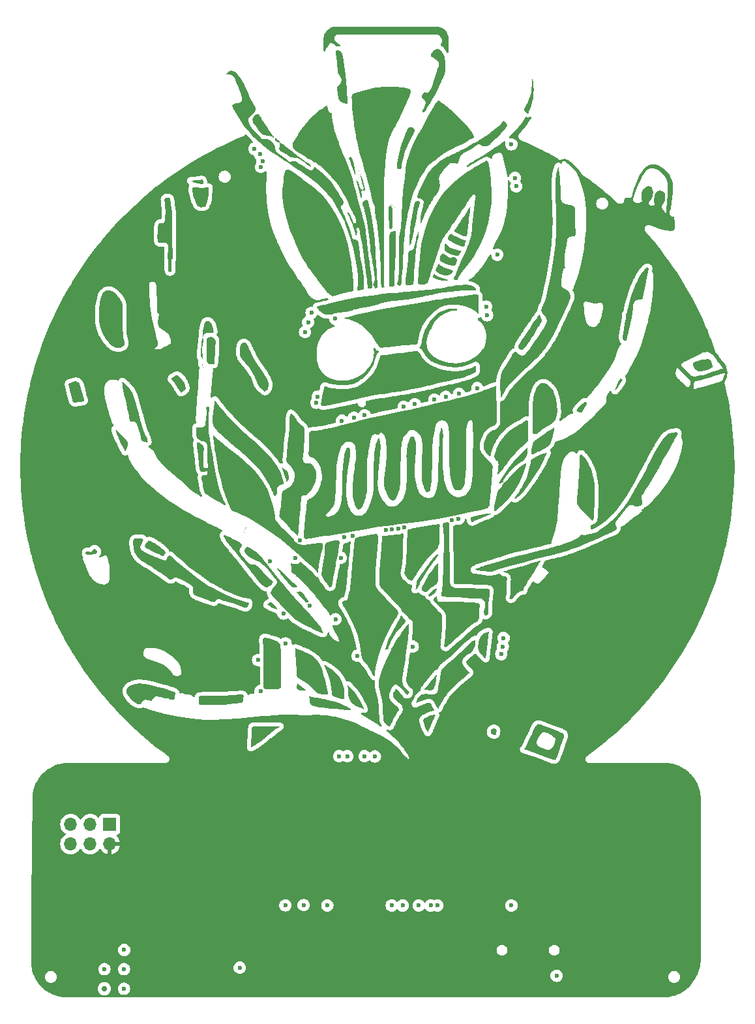
<source format=gbr>
%TF.GenerationSoftware,KiCad,Pcbnew,7.0.1-0*%
%TF.CreationDate,2024-04-28T15:41:34-04:00*%
%TF.ProjectId,OHS2024 Badge Release,4f485332-3032-4342-9042-616467652052,rev?*%
%TF.SameCoordinates,Original*%
%TF.FileFunction,Copper,L4,Bot*%
%TF.FilePolarity,Positive*%
%FSLAX46Y46*%
G04 Gerber Fmt 4.6, Leading zero omitted, Abs format (unit mm)*
G04 Created by KiCad (PCBNEW 7.0.1-0) date 2024-04-28 15:41:34*
%MOMM*%
%LPD*%
G01*
G04 APERTURE LIST*
%TA.AperFunction,ComponentPad*%
%ADD10R,1.700000X1.700000*%
%TD*%
%TA.AperFunction,ComponentPad*%
%ADD11O,1.700000X1.700000*%
%TD*%
%TA.AperFunction,ViaPad*%
%ADD12C,0.600000*%
%TD*%
%TA.AperFunction,ViaPad*%
%ADD13C,0.700000*%
%TD*%
G04 APERTURE END LIST*
%TA.AperFunction,EtchedComponent*%
%TO.C,*%
G36*
X91431000Y-91337500D02*
G01*
X91406000Y-91327500D01*
X91456000Y-91327500D01*
X91431000Y-91337500D01*
G37*
%TD.AperFunction*%
%TA.AperFunction,EtchedComponent*%
G36*
X89903000Y-74358500D02*
G01*
X89876000Y-74348500D01*
X89915000Y-74346500D01*
X89903000Y-74358500D01*
G37*
%TD.AperFunction*%
%TA.AperFunction,EtchedComponent*%
G36*
X86281000Y-88800500D02*
G01*
X86250000Y-88820500D01*
X86239000Y-88819500D01*
X86262000Y-88792500D01*
X86281000Y-88800500D01*
G37*
%TD.AperFunction*%
%TA.AperFunction,EtchedComponent*%
G36*
X91691000Y-59420500D02*
G01*
X91613000Y-59440500D01*
X91574000Y-59434500D01*
X91651000Y-59413500D01*
X91673000Y-59409500D01*
X91691000Y-59420500D01*
G37*
%TD.AperFunction*%
%TA.AperFunction,EtchedComponent*%
G36*
X104814000Y-60220500D02*
G01*
X104852000Y-60229500D01*
X104941000Y-60260500D01*
X104976000Y-60268500D01*
X104979000Y-60267500D01*
X105021000Y-60320500D01*
X105035000Y-60360500D01*
X105056000Y-60499500D01*
X105073000Y-60757500D01*
X105077000Y-60898500D01*
X105080000Y-61169500D01*
X105081000Y-61497500D01*
X105078000Y-61848500D01*
X105074000Y-62184500D01*
X105068000Y-62468500D01*
X105060000Y-62666500D01*
X105051000Y-62740500D01*
X104998000Y-62702500D01*
X104871000Y-62599500D01*
X104770000Y-62516500D01*
X104080000Y-62070500D01*
X103303000Y-61753500D01*
X102454000Y-61571500D01*
X102312000Y-61557500D01*
X101944000Y-61541500D01*
X101562000Y-61546500D01*
X101254000Y-61571500D01*
X100674000Y-61692500D01*
X100040000Y-61937500D01*
X99449000Y-62307500D01*
X98871000Y-62819500D01*
X98283000Y-63507500D01*
X97810000Y-64285500D01*
X97582000Y-64786500D01*
X97376000Y-65403500D01*
X97230000Y-66097500D01*
X97208000Y-66225500D01*
X97157000Y-66456500D01*
X97102000Y-66585500D01*
X97027000Y-66655500D01*
X96982000Y-66680500D01*
X96915000Y-66702500D01*
X96800000Y-66721500D01*
X96599000Y-66742500D01*
X96277000Y-66770500D01*
X96007000Y-66794500D01*
X95345000Y-66854500D01*
X94623000Y-66923500D01*
X93909000Y-66993500D01*
X93271000Y-67059500D01*
X93115000Y-67075500D01*
X92795000Y-67106500D01*
X92548000Y-67129500D01*
X92415000Y-67138500D01*
X92369000Y-67137500D01*
X92142000Y-67057500D01*
X91984000Y-66839500D01*
X91976000Y-66821500D01*
X91895000Y-66664500D01*
X91781000Y-66459500D01*
X91262000Y-65655500D01*
X90645000Y-64915500D01*
X89965000Y-64315500D01*
X89215000Y-63846500D01*
X88387000Y-63501500D01*
X88262000Y-63464500D01*
X88002000Y-63395500D01*
X87732000Y-63330500D01*
X87535000Y-63290500D01*
X87510000Y-63285500D01*
X87455000Y-63269500D01*
X87475000Y-63263500D01*
X87607000Y-63231500D01*
X87822000Y-63182500D01*
X88017000Y-63138500D01*
X88340000Y-63064500D01*
X88730000Y-62975500D01*
X89141000Y-62880500D01*
X90070000Y-62667500D01*
X90869000Y-62488500D01*
X91515000Y-62349500D01*
X92007000Y-62249500D01*
X92024000Y-62246500D01*
X92331000Y-62189500D01*
X92771000Y-62110500D01*
X93323000Y-62013500D01*
X93965000Y-61900500D01*
X94675000Y-61777500D01*
X95429000Y-61646500D01*
X96207000Y-61513500D01*
X96986000Y-61379500D01*
X97744000Y-61250500D01*
X98458000Y-61129500D01*
X99107000Y-61020500D01*
X99669000Y-60926500D01*
X100121000Y-60852500D01*
X100441000Y-60802500D01*
X100689000Y-60763500D01*
X101047000Y-60708500D01*
X101341000Y-60662500D01*
X101610000Y-60621500D01*
X102003000Y-60564500D01*
X102470000Y-60498500D01*
X102969000Y-60428500D01*
X103456000Y-60362500D01*
X103890000Y-60304500D01*
X104226000Y-60261500D01*
X104295000Y-60252500D01*
X104560000Y-60223500D01*
X104719000Y-60213500D01*
X104814000Y-60220500D01*
G37*
%TD.AperFunction*%
%TA.AperFunction,EtchedComponent*%
G36*
X103623000Y-58972500D02*
G01*
X103901000Y-59019500D01*
X103999000Y-59046500D01*
X104097000Y-59071500D01*
X104113000Y-59076500D01*
X104243000Y-59137500D01*
X104405000Y-59229500D01*
X104516000Y-59305500D01*
X104531000Y-59318500D01*
X104663000Y-59399500D01*
X104730000Y-59436500D01*
X104751000Y-59510500D01*
X104695000Y-59639500D01*
X104639000Y-59695500D01*
X103750000Y-59706500D01*
X103399000Y-59712500D01*
X102837000Y-59729500D01*
X102379000Y-59758500D01*
X101991000Y-59800500D01*
X101898000Y-59811500D01*
X101669000Y-59839500D01*
X101391000Y-59871500D01*
X101134000Y-59901500D01*
X100778000Y-59948500D01*
X100415000Y-60004500D01*
X100014000Y-60072500D01*
X99546000Y-60159500D01*
X98982000Y-60270500D01*
X98291000Y-60410500D01*
X97696000Y-60531500D01*
X97127000Y-60644500D01*
X96657000Y-60733500D01*
X96252000Y-60803500D01*
X95883000Y-60860500D01*
X95517000Y-60908500D01*
X95124000Y-60953500D01*
X94671000Y-60999500D01*
X94451000Y-61022500D01*
X93855000Y-61087500D01*
X93374000Y-61152500D01*
X92972000Y-61222500D01*
X92615000Y-61303500D01*
X92270000Y-61403500D01*
X91901000Y-61529500D01*
X91805000Y-61562500D01*
X91514000Y-61654500D01*
X91199000Y-61733500D01*
X90817000Y-61812500D01*
X90321000Y-61899500D01*
X90212000Y-61918500D01*
X89757000Y-61998500D01*
X89413000Y-62066500D01*
X89138000Y-62131500D01*
X88893000Y-62203500D01*
X88637000Y-62291500D01*
X88496000Y-62339500D01*
X88213000Y-62413500D01*
X87864000Y-62477500D01*
X87401000Y-62540500D01*
X87241000Y-62560500D01*
X86954000Y-62597500D01*
X86751000Y-62628500D01*
X86578000Y-62661500D01*
X86381000Y-62705500D01*
X86143000Y-62758500D01*
X85891000Y-62811500D01*
X85665000Y-62844500D01*
X85355000Y-62858500D01*
X85119000Y-62832500D01*
X84795000Y-62683500D01*
X84458000Y-62386500D01*
X84457000Y-62386500D01*
X84310000Y-62209500D01*
X84169000Y-62025500D01*
X84066000Y-61878500D01*
X84033000Y-61811500D01*
X84053000Y-61805500D01*
X84208000Y-61767500D01*
X84517000Y-61695500D01*
X84981000Y-61590500D01*
X85042000Y-61576500D01*
X85307000Y-61513500D01*
X85650000Y-61430500D01*
X86011000Y-61340500D01*
X86655000Y-61182500D01*
X87470000Y-60993500D01*
X88238000Y-60830500D01*
X89021000Y-60681500D01*
X89587000Y-60580500D01*
X90324000Y-60459500D01*
X91048000Y-60355500D01*
X91804000Y-60261500D01*
X92634000Y-60171500D01*
X93581000Y-60081500D01*
X93770000Y-60064500D01*
X94299000Y-60014500D01*
X94901000Y-59957500D01*
X95515000Y-59897500D01*
X96081000Y-59841500D01*
X96384000Y-59811500D01*
X96915000Y-59759500D01*
X97426000Y-59711500D01*
X97870000Y-59669500D01*
X98201000Y-59640500D01*
X98346000Y-59628500D01*
X98832000Y-59583500D01*
X99250000Y-59539500D01*
X99645000Y-59488500D01*
X100062000Y-59426500D01*
X100545000Y-59345500D01*
X101141000Y-59240500D01*
X101472000Y-59181500D01*
X102196000Y-59067500D01*
X102785000Y-58995500D01*
X103256000Y-58963500D01*
X103623000Y-58972500D01*
G37*
%TD.AperFunction*%
%TA.AperFunction,EtchedComponent*%
G36*
X80766000Y-75711500D02*
G01*
X80798000Y-75735500D01*
X80975000Y-75899500D01*
X81170000Y-76136500D01*
X81413000Y-76480500D01*
X81458000Y-76545500D01*
X81674000Y-76815500D01*
X81900000Y-77049500D01*
X82089000Y-77196500D01*
X82106000Y-77206500D01*
X82322000Y-77423500D01*
X82455000Y-77734500D01*
X82483000Y-78088500D01*
X82457000Y-78416500D01*
X82432000Y-78812500D01*
X82411000Y-79280500D01*
X82390000Y-79780500D01*
X82366000Y-80223500D01*
X82335000Y-80595500D01*
X82295000Y-80946500D01*
X82241000Y-81320500D01*
X82225000Y-81466500D01*
X82254000Y-81774500D01*
X82393000Y-81989500D01*
X82471000Y-82046500D01*
X82651000Y-82103500D01*
X82931000Y-82116500D01*
X83138000Y-82121500D01*
X83283000Y-82158500D01*
X83406000Y-82248500D01*
X83567000Y-82437500D01*
X83741000Y-82723500D01*
X83869000Y-83018500D01*
X83941000Y-83309500D01*
X83970000Y-83896500D01*
X83860000Y-84510500D01*
X83735000Y-84865500D01*
X83397000Y-85492500D01*
X82948000Y-86032500D01*
X82905000Y-86074500D01*
X82743000Y-86210500D01*
X82607000Y-86264500D01*
X82429000Y-86266500D01*
X82373000Y-86263500D01*
X82196000Y-86279500D01*
X82092000Y-86360500D01*
X82037000Y-86538500D01*
X82011000Y-86845500D01*
X81973000Y-87419500D01*
X81912000Y-88074500D01*
X81842000Y-88636500D01*
X81831000Y-88711500D01*
X81812000Y-88880500D01*
X81791000Y-89116500D01*
X81765000Y-89443500D01*
X81733000Y-89883500D01*
X81692000Y-90460500D01*
X81672000Y-90748500D01*
X81648000Y-91078500D01*
X81630000Y-91325500D01*
X81620000Y-91452500D01*
X81608000Y-91574500D01*
X81536000Y-91512500D01*
X81522000Y-91500500D01*
X81221000Y-91231500D01*
X80926000Y-90943500D01*
X80604000Y-90602500D01*
X80217000Y-90170500D01*
X80207000Y-90159500D01*
X79958000Y-89879500D01*
X79710000Y-89606500D01*
X79513000Y-89395500D01*
X79429000Y-89306500D01*
X79297000Y-89160500D01*
X79231000Y-89067500D01*
X79199000Y-88987500D01*
X79179000Y-88895500D01*
X79186000Y-88750500D01*
X79241000Y-88528500D01*
X79265000Y-88442500D01*
X79334000Y-88128500D01*
X79390000Y-87749500D01*
X79438000Y-87274500D01*
X79481000Y-86670500D01*
X79485000Y-86603500D01*
X79512000Y-86211500D01*
X79544000Y-85943500D01*
X79594000Y-85771500D01*
X79676000Y-85662500D01*
X79802000Y-85588500D01*
X79987000Y-85517500D01*
X80264000Y-85396500D01*
X80594000Y-85164500D01*
X80845000Y-84878500D01*
X81072000Y-84417500D01*
X81165000Y-83869500D01*
X81154000Y-83536500D01*
X81050000Y-83140500D01*
X81020000Y-83065500D01*
X80919000Y-82866500D01*
X80776000Y-82676500D01*
X80551000Y-82439500D01*
X80485000Y-82372500D01*
X80303000Y-82174500D01*
X80207000Y-82047500D01*
X80196000Y-82026500D01*
X80103000Y-81717500D01*
X80110000Y-81410500D01*
X80129000Y-81295500D01*
X80161000Y-81006500D01*
X80199000Y-80574500D01*
X80241000Y-80010500D01*
X80269000Y-79634500D01*
X80302000Y-79217500D01*
X80335000Y-78885500D01*
X80371000Y-78594500D01*
X80415000Y-78300500D01*
X80416000Y-78296500D01*
X80445000Y-78104500D01*
X80463000Y-77944500D01*
X80473000Y-77769500D01*
X80478000Y-77531500D01*
X80481000Y-77180500D01*
X80482000Y-77090500D01*
X80488000Y-76731500D01*
X80497000Y-76456500D01*
X80509000Y-76302500D01*
X80516000Y-76258500D01*
X80578000Y-75975500D01*
X80651000Y-75749500D01*
X80691000Y-75656500D01*
X80766000Y-75711500D01*
G37*
%TD.AperFunction*%
%TA.AperFunction,EtchedComponent*%
G36*
X97150000Y-67605500D02*
G01*
X97316000Y-67734500D01*
X97474000Y-67995500D01*
X97683000Y-68364500D01*
X98080000Y-68850500D01*
X98185000Y-68951500D01*
X98535000Y-69226500D01*
X98958000Y-69459500D01*
X99145000Y-69546500D01*
X100121000Y-69915500D01*
X101066000Y-70131500D01*
X101988000Y-70193500D01*
X102896000Y-70102500D01*
X103799000Y-69860500D01*
X103837000Y-69846500D01*
X104039000Y-69765500D01*
X104279000Y-69661500D01*
X104494000Y-69564500D01*
X104623000Y-69498500D01*
X104631000Y-69494500D01*
X104708000Y-69460500D01*
X104721000Y-69508500D01*
X104730000Y-69664500D01*
X104731000Y-69869500D01*
X104724000Y-70063500D01*
X104710000Y-70184500D01*
X104707000Y-70195500D01*
X104656000Y-70298500D01*
X104551000Y-70390500D01*
X104360000Y-70493500D01*
X104051000Y-70629500D01*
X104040000Y-70634500D01*
X103772000Y-70743500D01*
X103514000Y-70838500D01*
X103237000Y-70927500D01*
X102913000Y-71018500D01*
X102516000Y-71119500D01*
X102018000Y-71238500D01*
X101391000Y-71382500D01*
X101132000Y-71441500D01*
X100555000Y-71574500D01*
X100105000Y-71682500D01*
X99758000Y-71770500D01*
X99493000Y-71843500D01*
X99476000Y-71848500D01*
X99031000Y-71966500D01*
X98466000Y-72101500D01*
X97818000Y-72245500D01*
X97122000Y-72390500D01*
X96417000Y-72530500D01*
X95738000Y-72655500D01*
X95121000Y-72759500D01*
X94875000Y-72799500D01*
X94507000Y-72859500D01*
X94201000Y-72910500D01*
X94160000Y-72917500D01*
X93901000Y-72958500D01*
X93537000Y-73016500D01*
X93109000Y-73082500D01*
X92661000Y-73150500D01*
X92258000Y-73212500D01*
X91722000Y-73296500D01*
X91280000Y-73369500D01*
X90892000Y-73440500D01*
X90520000Y-73516500D01*
X90123000Y-73603500D01*
X89661000Y-73710500D01*
X89498000Y-73748500D01*
X88724000Y-73925500D01*
X87930000Y-74102500D01*
X87158000Y-74271500D01*
X86454000Y-74420500D01*
X85861000Y-74540500D01*
X85707000Y-74570500D01*
X85443000Y-74623500D01*
X85261000Y-74660500D01*
X85031000Y-74691500D01*
X84809000Y-74696500D01*
X84672000Y-74672500D01*
X84640000Y-74647500D01*
X84613000Y-74573500D01*
X84598000Y-74400500D01*
X84598000Y-74395500D01*
X84598000Y-74297500D01*
X84613000Y-74168500D01*
X84651000Y-73966500D01*
X84719000Y-73650500D01*
X84756000Y-73477500D01*
X84841000Y-73068500D01*
X84909000Y-72719500D01*
X84955000Y-72464500D01*
X84971000Y-72333500D01*
X84972000Y-72322500D01*
X85003000Y-72200500D01*
X85051000Y-72124500D01*
X85145000Y-72115500D01*
X85328000Y-72188500D01*
X85429000Y-72234500D01*
X85598000Y-72298500D01*
X85785000Y-72346500D01*
X86024000Y-72383500D01*
X86351000Y-72416500D01*
X86802000Y-72452500D01*
X86985000Y-72463500D01*
X87391000Y-72476500D01*
X87800000Y-72474500D01*
X88158000Y-72460500D01*
X88411000Y-72433500D01*
X88785000Y-72353500D01*
X89228000Y-72204500D01*
X89658000Y-71985500D01*
X90132000Y-71670500D01*
X90250000Y-71582500D01*
X90896000Y-71004500D01*
X91431000Y-70347500D01*
X91831000Y-69640500D01*
X91840000Y-69619500D01*
X92017000Y-69138500D01*
X92152000Y-68617500D01*
X92169000Y-68534500D01*
X92226000Y-68319500D01*
X92288000Y-68206500D01*
X92377000Y-68152500D01*
X92481000Y-68132500D01*
X92712000Y-68098500D01*
X93033000Y-68056500D01*
X93411000Y-68010500D01*
X93511000Y-67998500D01*
X93980000Y-67942500D01*
X94531000Y-67875500D01*
X95104000Y-67805500D01*
X95638000Y-67739500D01*
X95917000Y-67704500D01*
X96326000Y-67655500D01*
X96662000Y-67616500D01*
X96898000Y-67589500D01*
X97004000Y-67580500D01*
X97150000Y-67605500D01*
G37*
%TD.AperFunction*%
%TA.AperFunction,EtchedComponent*%
G36*
X105527000Y-78660500D02*
G01*
X105451000Y-78811500D01*
X105446000Y-78826500D01*
X105427000Y-78890500D01*
X105267000Y-79426500D01*
X105265000Y-79440500D01*
X105261000Y-79458500D01*
X105226000Y-79779500D01*
X105224000Y-80107500D01*
X105256000Y-80360500D01*
X105258000Y-80367500D01*
X105372000Y-80630500D01*
X105422000Y-80743500D01*
X105701000Y-81149500D01*
X106042000Y-81520500D01*
X106068000Y-81549500D01*
X106494000Y-81906500D01*
X106522000Y-81927500D01*
X106771000Y-82212500D01*
X106777000Y-82230500D01*
X106883000Y-82557500D01*
X106884000Y-82561500D01*
X106881000Y-82705500D01*
X106870000Y-82860500D01*
X106863000Y-82965500D01*
X106833000Y-83300500D01*
X106822000Y-83420500D01*
X106797000Y-83683500D01*
X106755000Y-84140500D01*
X106719000Y-84543500D01*
X106636000Y-85510500D01*
X106552000Y-86550500D01*
X106513000Y-87017500D01*
X106482000Y-87353500D01*
X106457000Y-87561500D01*
X106437000Y-87659500D01*
X106432000Y-87674500D01*
X106312000Y-87846500D01*
X106156000Y-87966500D01*
X106084000Y-87989500D01*
X105870000Y-88044500D01*
X105546000Y-88123500D01*
X105139000Y-88219500D01*
X104675000Y-88327500D01*
X104181000Y-88438500D01*
X102373000Y-88824500D01*
X100276000Y-89229500D01*
X98231000Y-89580500D01*
X97700000Y-89664500D01*
X96979000Y-89772500D01*
X96273000Y-89870500D01*
X95539000Y-89964500D01*
X94733000Y-90059500D01*
X93811000Y-90161500D01*
X93037000Y-90254500D01*
X92107000Y-90399500D01*
X91175000Y-90567500D01*
X89931000Y-90786500D01*
X88758000Y-90987500D01*
X87607000Y-91178500D01*
X86427000Y-91369500D01*
X86403000Y-91373500D01*
X86024000Y-91433500D01*
X85571000Y-91503500D01*
X85073000Y-91580500D01*
X84560000Y-91659500D01*
X84060000Y-91735500D01*
X83602000Y-91805500D01*
X83215000Y-91863500D01*
X82928000Y-91905500D01*
X82771000Y-91927500D01*
X82754000Y-91929500D01*
X82608000Y-91929500D01*
X82528000Y-91918500D01*
X82425000Y-91852500D01*
X82377000Y-91699500D01*
X82367000Y-91424500D01*
X82368000Y-91363500D01*
X82379000Y-90997500D01*
X82403000Y-90584500D01*
X82441000Y-90103500D01*
X82496000Y-89531500D01*
X82569000Y-88845500D01*
X82575797Y-88785500D01*
X85213000Y-88785500D01*
X85218000Y-88907500D01*
X85301000Y-89028500D01*
X85317000Y-89037500D01*
X85514000Y-89070500D01*
X85781000Y-89024500D01*
X85980000Y-88958500D01*
X86331000Y-88800500D01*
X86370000Y-88776500D01*
X86712000Y-88503500D01*
X86970000Y-88149500D01*
X87159000Y-87689500D01*
X87290000Y-87099500D01*
X87291000Y-87095500D01*
X87319000Y-86907500D01*
X87329000Y-86800500D01*
X87328000Y-86796500D01*
X87310000Y-86871500D01*
X87280000Y-87048500D01*
X87262000Y-87154500D01*
X87140000Y-87676500D01*
X86976000Y-88083500D01*
X86754000Y-88412500D01*
X86716000Y-88454500D01*
X86525000Y-88631500D01*
X86336000Y-88768500D01*
X86316000Y-88779500D01*
X86326000Y-88760500D01*
X86426000Y-88685500D01*
X86751000Y-88371500D01*
X87017000Y-87905500D01*
X87190000Y-87309500D01*
X87211000Y-87191500D01*
X87255000Y-86886500D01*
X87276899Y-86715500D01*
X87337000Y-86715500D01*
X87340000Y-86722500D01*
X87346000Y-86670500D01*
X87345000Y-86648500D01*
X87337000Y-86635500D01*
X87337000Y-86715500D01*
X87276899Y-86715500D01*
X87302000Y-86519500D01*
X87304352Y-86498500D01*
X87356000Y-86498500D01*
X87357000Y-86572500D01*
X87364000Y-86559500D01*
X87380000Y-86449500D01*
X87386000Y-86382500D01*
X87385000Y-86308500D01*
X87378000Y-86321500D01*
X87362000Y-86431500D01*
X87356000Y-86498500D01*
X87304352Y-86498500D01*
X87332694Y-86245500D01*
X87397000Y-86245500D01*
X87400000Y-86255500D01*
X87406000Y-86200500D01*
X87405000Y-86171500D01*
X87397000Y-86155500D01*
X87397000Y-86245500D01*
X87332694Y-86245500D01*
X87343000Y-86153500D01*
X87353940Y-86035500D01*
X87417000Y-86035500D01*
X87421000Y-86048500D01*
X87425000Y-85980500D01*
X87424000Y-85935500D01*
X87417000Y-85925500D01*
X87417000Y-86035500D01*
X87353940Y-86035500D01*
X87371000Y-85851500D01*
X87373000Y-85813500D01*
X87381000Y-85587500D01*
X87381349Y-85563500D01*
X87435000Y-85563500D01*
X87436000Y-85735500D01*
X87441000Y-85749500D01*
X87444000Y-85640500D01*
X87442000Y-85537500D01*
X87436000Y-85545500D01*
X87435000Y-85563500D01*
X87381349Y-85563500D01*
X87386000Y-85243500D01*
X87387912Y-84969500D01*
X87454000Y-84969500D01*
X87456000Y-85156500D01*
X87457000Y-85165500D01*
X87462000Y-85162500D01*
X87463000Y-85030500D01*
X87463000Y-85007500D01*
X87461000Y-84894500D01*
X87456000Y-84916500D01*
X87454000Y-84969500D01*
X87387912Y-84969500D01*
X87389000Y-84813500D01*
X87389000Y-84331500D01*
X87388000Y-84042500D01*
X87388331Y-83897500D01*
X87434000Y-83897500D01*
X87436000Y-84215500D01*
X87437000Y-84277500D01*
X87440000Y-84275500D01*
X87441000Y-84137500D01*
X87442000Y-83880500D01*
X87442000Y-83726500D01*
X87441000Y-83532500D01*
X87439000Y-83466500D01*
X87436000Y-83545500D01*
X87436000Y-83571500D01*
X87434000Y-83897500D01*
X87388331Y-83897500D01*
X87389000Y-83604500D01*
X87393000Y-83274500D01*
X87401000Y-83017500D01*
X87405726Y-82948500D01*
X87456000Y-82948500D01*
X87457000Y-83085500D01*
X87461000Y-83097500D01*
X87464000Y-83010500D01*
X87463000Y-82944500D01*
X87456000Y-82945500D01*
X87456000Y-82948500D01*
X87405726Y-82948500D01*
X87416000Y-82798500D01*
X87417397Y-82785500D01*
X87477000Y-82785500D01*
X87480000Y-82795500D01*
X87486000Y-82740500D01*
X87485000Y-82711500D01*
X87477000Y-82695500D01*
X87477000Y-82785500D01*
X87417397Y-82785500D01*
X87437818Y-82595500D01*
X87497000Y-82595500D01*
X87500000Y-82602500D01*
X87506000Y-82550500D01*
X87505000Y-82528500D01*
X87497000Y-82515500D01*
X87497000Y-82595500D01*
X87437818Y-82595500D01*
X87439000Y-82584500D01*
X87456311Y-82452500D01*
X87516000Y-82452500D01*
X87528000Y-82417500D01*
X87551000Y-82280500D01*
X87565000Y-82165500D01*
X87568000Y-82090500D01*
X87556000Y-82125500D01*
X87533000Y-82262500D01*
X87519000Y-82377500D01*
X87516000Y-82452500D01*
X87456311Y-82452500D01*
X87471000Y-82340500D01*
X87478000Y-82285500D01*
X87508171Y-82025500D01*
X87577000Y-82025500D01*
X87580000Y-82035500D01*
X87585000Y-81970500D01*
X87584000Y-81933500D01*
X87577000Y-81925500D01*
X87577000Y-82025500D01*
X87508171Y-82025500D01*
X87512000Y-81992500D01*
X87532838Y-81775500D01*
X87594000Y-81775500D01*
X87596000Y-81852500D01*
X87606000Y-81807500D01*
X87620000Y-81659500D01*
X87627000Y-81524500D01*
X87625000Y-81447500D01*
X87615000Y-81492500D01*
X87601000Y-81640500D01*
X87594000Y-81775500D01*
X87532838Y-81775500D01*
X87541000Y-81690500D01*
X87566000Y-81430500D01*
X87571392Y-81393500D01*
X87634000Y-81393500D01*
X87646000Y-81367500D01*
X87667000Y-81232500D01*
X87681000Y-81101500D01*
X87684000Y-81026500D01*
X87674000Y-81056500D01*
X87651000Y-81187500D01*
X87639000Y-81293500D01*
X87634000Y-81393500D01*
X87571392Y-81393500D01*
X87624000Y-81032500D01*
X87706000Y-80711500D01*
X87824000Y-80410500D01*
X87899000Y-80263500D01*
X87976000Y-80150500D01*
X88037000Y-80090500D01*
X87997000Y-80150500D01*
X87978000Y-80182500D01*
X87890000Y-80367500D01*
X87796000Y-80600500D01*
X87732000Y-80797500D01*
X87729000Y-80809500D01*
X87696000Y-80956500D01*
X87701000Y-80968500D01*
X87742000Y-80835500D01*
X87759000Y-80777500D01*
X87976000Y-80251500D01*
X88029000Y-80166500D01*
X88117000Y-80102500D01*
X88175000Y-80085500D01*
X88247000Y-80114500D01*
X88265000Y-80127500D01*
X88316000Y-80185500D01*
X88344000Y-80281500D01*
X88356000Y-80456500D01*
X88359000Y-80750500D01*
X88359000Y-80870500D01*
X88356000Y-81026500D01*
X88355000Y-81114500D01*
X88340000Y-81334500D01*
X88316000Y-81524500D01*
X88310000Y-81574500D01*
X88258000Y-81880500D01*
X88242000Y-81970500D01*
X88220000Y-82090500D01*
X88182000Y-82297500D01*
X88160000Y-82411500D01*
X88135000Y-82550500D01*
X88101000Y-82740500D01*
X88093000Y-82785500D01*
X88057000Y-83010500D01*
X88045000Y-83086500D01*
X88008000Y-83379500D01*
X87972000Y-83730500D01*
X87958000Y-83880500D01*
X87907000Y-84455500D01*
X87871000Y-85030500D01*
X87863000Y-85155500D01*
X87854000Y-85640500D01*
X87852000Y-85751500D01*
X87861000Y-85980500D01*
X87869000Y-86200500D01*
X87872000Y-86272500D01*
X87885000Y-86382500D01*
X87917000Y-86670500D01*
X87925000Y-86747500D01*
X88011000Y-87204500D01*
X88030000Y-87283500D01*
X88146000Y-87646500D01*
X88331000Y-88075500D01*
X88467000Y-88333500D01*
X88710000Y-88655500D01*
X88985000Y-88853500D01*
X89098000Y-88903500D01*
X89208000Y-88927500D01*
X89392000Y-88936500D01*
X89556000Y-88937500D01*
X89808000Y-88902500D01*
X90061000Y-88801500D01*
X90094000Y-88784500D01*
X90395000Y-88563500D01*
X90663000Y-88226500D01*
X90909000Y-87760500D01*
X91142000Y-87148500D01*
X91232000Y-86846500D01*
X91322000Y-86493500D01*
X91399000Y-86143500D01*
X91452000Y-85846500D01*
X91469000Y-85653500D01*
X91469000Y-85648500D01*
X91456000Y-85688500D01*
X91430000Y-85840500D01*
X91400000Y-86024500D01*
X91265000Y-86633500D01*
X91086000Y-87232500D01*
X90878000Y-87769500D01*
X90658000Y-88196500D01*
X90650000Y-88210500D01*
X90489000Y-88415500D01*
X90290000Y-88615500D01*
X90116000Y-88746500D01*
X90066000Y-88772500D01*
X90014000Y-88789500D01*
X90097000Y-88733500D01*
X90202000Y-88662500D01*
X90476000Y-88382500D01*
X90716000Y-88008500D01*
X90944000Y-87497500D01*
X91169000Y-86825500D01*
X91330000Y-86140500D01*
X91338000Y-86096500D01*
X91371000Y-85907500D01*
X91396000Y-85738500D01*
X91414000Y-85565500D01*
X91415176Y-85545500D01*
X91477000Y-85545500D01*
X91480000Y-85555500D01*
X91485000Y-85490500D01*
X91484000Y-85453500D01*
X91477000Y-85445500D01*
X91477000Y-85545500D01*
X91415176Y-85545500D01*
X91426000Y-85361500D01*
X91427770Y-85295500D01*
X91496000Y-85295500D01*
X91501000Y-85310500D01*
X91504000Y-85220500D01*
X91503000Y-85146500D01*
X91496000Y-85145500D01*
X91496000Y-85295500D01*
X91427770Y-85295500D01*
X91433000Y-85100500D01*
X91438000Y-84757500D01*
X91438064Y-84728500D01*
X91516000Y-84728500D01*
X91517000Y-84865500D01*
X91521000Y-84877500D01*
X91524000Y-84790500D01*
X91523000Y-84724500D01*
X91516000Y-84725500D01*
X91516000Y-84728500D01*
X91438064Y-84728500D01*
X91439000Y-84306500D01*
X91439169Y-84207500D01*
X91495000Y-84207500D01*
X91496000Y-84376500D01*
X91501000Y-84386500D01*
X91504000Y-84270500D01*
X91502000Y-84161500D01*
X91496000Y-84176500D01*
X91495000Y-84207500D01*
X91439169Y-84207500D01*
X91440000Y-83720500D01*
X91440903Y-83291500D01*
X91474000Y-83291500D01*
X91476000Y-83605500D01*
X91477000Y-83661500D01*
X91480000Y-83665500D01*
X91481000Y-83533500D01*
X91482000Y-83280500D01*
X91482000Y-83142500D01*
X91481000Y-82946500D01*
X91479000Y-82879500D01*
X91476000Y-82955500D01*
X91476000Y-82972500D01*
X91474000Y-83291500D01*
X91440903Y-83291500D01*
X91441000Y-83245500D01*
X91443000Y-82756500D01*
X91446000Y-82370500D01*
X91453000Y-82058500D01*
X91464000Y-81787500D01*
X91481000Y-81526500D01*
X91503000Y-81244500D01*
X91532000Y-80910500D01*
X91537000Y-80860500D01*
X91591000Y-80323500D01*
X91643000Y-79926500D01*
X91691000Y-79680500D01*
X91760000Y-79489500D01*
X91901000Y-79197500D01*
X92052000Y-78954500D01*
X92117000Y-78874500D01*
X92167000Y-78829500D01*
X92166000Y-78840500D01*
X92115000Y-78925500D01*
X91903000Y-79265500D01*
X91709000Y-79810500D01*
X91708000Y-79817500D01*
X91667000Y-80077500D01*
X91624000Y-80450500D01*
X91582000Y-80891500D01*
X91545000Y-81355500D01*
X91518000Y-81796500D01*
X91503000Y-82170500D01*
X91501000Y-82302500D01*
X91500000Y-82427500D01*
X91503000Y-82420500D01*
X91506000Y-82353500D01*
X91517000Y-82143500D01*
X91531000Y-81880500D01*
X91537000Y-81769500D01*
X91573000Y-81232500D01*
X91617000Y-80722500D01*
X91666000Y-80272500D01*
X91715000Y-79916500D01*
X91762000Y-79687500D01*
X91785000Y-79613500D01*
X91896000Y-79341500D01*
X92028000Y-79092500D01*
X92148000Y-78933500D01*
X92162000Y-78921500D01*
X92190000Y-78928500D01*
X92220000Y-79042500D01*
X92270000Y-79312500D01*
X92322000Y-79996500D01*
X92285000Y-80730500D01*
X92274000Y-80839500D01*
X92245000Y-81134500D01*
X92208000Y-81532500D01*
X92165000Y-81996500D01*
X92121000Y-82492500D01*
X92078000Y-82981500D01*
X92052000Y-83280500D01*
X92039000Y-83429500D01*
X92009000Y-83800500D01*
X91992000Y-84034500D01*
X91981000Y-84270500D01*
X91969000Y-84541500D01*
X91968000Y-84790500D01*
X91967000Y-84978500D01*
X91983000Y-85220500D01*
X91988000Y-85300500D01*
X92001000Y-85389500D01*
X92025000Y-85490500D01*
X92182000Y-86135500D01*
X92489000Y-86783500D01*
X92921000Y-87332500D01*
X93004000Y-87414500D01*
X93145000Y-87534500D01*
X93291000Y-87618500D01*
X93511000Y-87703500D01*
X93943000Y-87747500D01*
X94376000Y-87639500D01*
X94792000Y-87380500D01*
X94895000Y-87291500D01*
X95213000Y-86919500D01*
X95442000Y-86464500D01*
X95601000Y-85893500D01*
X95634000Y-85701500D01*
X95675000Y-85427500D01*
X95713000Y-85142500D01*
X95739000Y-84901500D01*
X95748000Y-84762500D01*
X95743000Y-84749500D01*
X95728000Y-84840500D01*
X95715000Y-84953500D01*
X95653000Y-85440500D01*
X95595000Y-85809500D01*
X95536000Y-86092500D01*
X95469000Y-86323500D01*
X95405000Y-86494500D01*
X95155000Y-86951500D01*
X94839000Y-87309500D01*
X94824000Y-87323500D01*
X94674000Y-87438500D01*
X94526000Y-87538500D01*
X94442000Y-87580500D01*
X94444000Y-87572500D01*
X94525000Y-87519500D01*
X94597000Y-87472500D01*
X94845000Y-87266500D01*
X95062000Y-87027500D01*
X95135000Y-86924500D01*
X95302000Y-86630500D01*
X95435000Y-86285500D01*
X95539000Y-85861500D01*
X95623000Y-85332500D01*
X95694000Y-84670500D01*
X95698044Y-84615500D01*
X95756000Y-84615500D01*
X95761000Y-84630500D01*
X95764000Y-84540500D01*
X95763000Y-84466500D01*
X95756000Y-84465500D01*
X95756000Y-84615500D01*
X95698044Y-84615500D01*
X95699000Y-84602500D01*
X95711000Y-84288500D01*
X95718000Y-83842500D01*
X95718374Y-83632500D01*
X95774000Y-83632500D01*
X95776000Y-83975500D01*
X95778000Y-84063500D01*
X95780000Y-84030500D01*
X95781000Y-83864500D01*
X95782000Y-83580500D01*
X95782000Y-83332500D01*
X95780000Y-83147500D01*
X95778000Y-83093500D01*
X95776000Y-83185500D01*
X95775000Y-83270500D01*
X95774000Y-83632500D01*
X95718374Y-83632500D01*
X95719000Y-83281500D01*
X95714000Y-82627500D01*
X95709340Y-82319500D01*
X95754000Y-82319500D01*
X95756000Y-82536500D01*
X95758000Y-82567500D01*
X95762000Y-82531500D01*
X95763000Y-82370500D01*
X95763000Y-82284500D01*
X95760000Y-82181500D01*
X95756000Y-82216500D01*
X95754000Y-82319500D01*
X95709340Y-82319500D01*
X95703000Y-81900500D01*
X95701000Y-81742500D01*
X95697143Y-81436500D01*
X95734000Y-81436500D01*
X95736000Y-81695500D01*
X95739000Y-81745500D01*
X95742000Y-81675500D01*
X95742000Y-81480500D01*
X95742000Y-81309500D01*
X95739000Y-81217500D01*
X95736000Y-81265500D01*
X95734000Y-81436500D01*
X95697143Y-81436500D01*
X95695000Y-81266500D01*
X95699000Y-80903500D01*
X95707125Y-80723500D01*
X95755000Y-80723500D01*
X95756000Y-80905500D01*
X95761000Y-80918500D01*
X95764000Y-80800500D01*
X95761000Y-80683500D01*
X95756000Y-80695500D01*
X95755000Y-80723500D01*
X95707125Y-80723500D01*
X95712000Y-80615500D01*
X95736000Y-80367500D01*
X95773000Y-80120500D01*
X95781000Y-80074500D01*
X95858000Y-79723500D01*
X95957000Y-79361500D01*
X96063000Y-79046500D01*
X96159000Y-78832500D01*
X96177000Y-78804500D01*
X96269000Y-78701500D01*
X96272000Y-78699500D01*
X96341000Y-78661500D01*
X96303000Y-78702500D01*
X96298000Y-78707500D01*
X96200000Y-78853500D01*
X96088000Y-79111500D01*
X95978000Y-79442500D01*
X95883000Y-79803500D01*
X95874000Y-79847500D01*
X95823000Y-80117500D01*
X95786000Y-80365500D01*
X95774000Y-80523500D01*
X95775000Y-80557500D01*
X95780000Y-80556500D01*
X95794000Y-80465500D01*
X95823000Y-80250500D01*
X95871000Y-79968500D01*
X96063000Y-79257500D01*
X96117000Y-79104500D01*
X96237000Y-78841500D01*
X96357000Y-78701500D01*
X96497000Y-78660500D01*
X96659000Y-78714500D01*
X96785000Y-78900500D01*
X96870000Y-79230500D01*
X96886000Y-79339500D01*
X96961000Y-80376500D01*
X96928000Y-80800500D01*
X96880000Y-81420500D01*
X96871000Y-81480500D01*
X96866000Y-81509500D01*
X96807000Y-81938500D01*
X96771000Y-82287500D01*
X96767000Y-82370500D01*
X96754000Y-82623500D01*
X96749000Y-83010500D01*
X96772000Y-83580500D01*
X96776000Y-83682500D01*
X96854000Y-84361500D01*
X96890000Y-84540500D01*
X96978000Y-84987500D01*
X97140000Y-85526500D01*
X97332000Y-85943500D01*
X97392000Y-86036500D01*
X97671000Y-86335500D01*
X98028000Y-86515500D01*
X98491000Y-86592500D01*
X98675000Y-86594500D01*
X99028000Y-86522500D01*
X99302000Y-86333500D01*
X99511000Y-86015500D01*
X99672000Y-85554500D01*
X99725000Y-85325500D01*
X99790000Y-84980500D01*
X99835000Y-84661500D01*
X99849000Y-84431500D01*
X99848000Y-84425500D01*
X99839000Y-84450500D01*
X99820000Y-84593500D01*
X99754000Y-85069500D01*
X99620000Y-85648500D01*
X99446000Y-86086500D01*
X99405000Y-86153500D01*
X99266000Y-86326500D01*
X99131000Y-86440500D01*
X99123000Y-86436500D01*
X99191000Y-86365500D01*
X99351000Y-86177500D01*
X99496000Y-85886500D01*
X99620000Y-85475500D01*
X99662000Y-85297500D01*
X99714000Y-85029500D01*
X99753000Y-84742500D01*
X99783000Y-84407500D01*
X99799122Y-84093500D01*
X99855000Y-84093500D01*
X99856000Y-84254500D01*
X99861000Y-84273500D01*
X99864000Y-84170500D01*
X99862000Y-84073500D01*
X99856000Y-84074500D01*
X99855000Y-84093500D01*
X99799122Y-84093500D01*
X99804000Y-83998500D01*
X99820000Y-83485500D01*
X99825712Y-83178500D01*
X99874000Y-83178500D01*
X99876000Y-83525500D01*
X99878000Y-83616500D01*
X99880000Y-83579500D01*
X99881000Y-83409500D01*
X99882000Y-83120500D01*
X99881000Y-82856500D01*
X99880000Y-82673500D01*
X99878000Y-82621500D01*
X99876000Y-82715500D01*
X99875000Y-82810500D01*
X99874000Y-83178500D01*
X99825712Y-83178500D01*
X99832000Y-82840500D01*
X99835000Y-82655500D01*
X99843000Y-82220500D01*
X99850355Y-81907500D01*
X99895000Y-81907500D01*
X99896000Y-82076500D01*
X99901000Y-82086500D01*
X99904000Y-81970500D01*
X99902000Y-81861500D01*
X99896000Y-81876500D01*
X99895000Y-81907500D01*
X99850355Y-81907500D01*
X99852000Y-81837500D01*
X99858824Y-81635500D01*
X99916000Y-81635500D01*
X99921000Y-81650500D01*
X99924000Y-81560500D01*
X99923000Y-81486500D01*
X99916000Y-81485500D01*
X99916000Y-81635500D01*
X99858824Y-81635500D01*
X99862000Y-81541500D01*
X99870000Y-81370500D01*
X99874000Y-81308500D01*
X99883602Y-81127500D01*
X99935000Y-81127500D01*
X99936000Y-81276500D01*
X99941000Y-81287500D01*
X99944000Y-81190500D01*
X99942000Y-81109500D01*
X99936000Y-81116500D01*
X99935000Y-81127500D01*
X99883602Y-81127500D01*
X99894000Y-80931500D01*
X99904144Y-80671500D01*
X99954000Y-80671500D01*
X99956000Y-80866500D01*
X99957000Y-80881500D01*
X99962000Y-80870500D01*
X99963000Y-80730500D01*
X99963000Y-80691500D01*
X99961000Y-80581500D01*
X99956000Y-80606500D01*
X99954000Y-80671500D01*
X99904144Y-80671500D01*
X99913000Y-80444500D01*
X99927538Y-79937500D01*
X99974000Y-79937500D01*
X99976000Y-80184500D01*
X99979000Y-80233500D01*
X99982000Y-80174500D01*
X99983000Y-79990500D01*
X99982000Y-79842500D01*
X99980000Y-79743500D01*
X99976000Y-79784500D01*
X99974000Y-79937500D01*
X99927538Y-79937500D01*
X99929000Y-79886500D01*
X99942000Y-79300500D01*
X99948000Y-78991500D01*
X99961000Y-78655500D01*
X99982000Y-78406500D01*
X100015000Y-78202500D01*
X100063000Y-78001500D01*
X100099000Y-77880500D01*
X100168000Y-77681500D01*
X100232000Y-77526500D01*
X100270000Y-77470500D01*
X100264000Y-77519500D01*
X100218000Y-77660500D01*
X100203000Y-77699500D01*
X100076000Y-78120500D01*
X100011000Y-78550500D01*
X99995000Y-79063500D01*
X99998000Y-79490500D01*
X100012000Y-78990500D01*
X100023000Y-78675500D01*
X100040000Y-78454500D01*
X100067000Y-78284500D01*
X100078000Y-78234500D01*
X100162000Y-77907500D01*
X100254000Y-77646500D01*
X100296000Y-77550500D01*
X100331000Y-77651500D01*
X100361000Y-77757500D01*
X100403000Y-77951500D01*
X100406000Y-77963500D01*
X100422000Y-78077500D01*
X100433000Y-78222500D01*
X100439000Y-78420500D01*
X100440000Y-78693500D01*
X100436000Y-79061500D01*
X100427000Y-79546500D01*
X100417000Y-79990500D01*
X100413000Y-80170500D01*
X100404000Y-80730500D01*
X100400000Y-80951500D01*
X100400000Y-81190500D01*
X100400000Y-81560500D01*
X100400000Y-81910500D01*
X100402000Y-81970500D01*
X100422000Y-82719500D01*
X100449000Y-83120500D01*
X100466000Y-83384500D01*
X100533000Y-83910500D01*
X100590000Y-84170500D01*
X100685000Y-84600500D01*
X100924000Y-85310500D01*
X101010000Y-85518500D01*
X101147000Y-85776500D01*
X101311000Y-85985500D01*
X101596000Y-86227500D01*
X102007000Y-86426500D01*
X102449000Y-86513500D01*
X102883000Y-86480500D01*
X103268000Y-86320500D01*
X103373000Y-86246500D01*
X103730000Y-85883500D01*
X104025000Y-85404500D01*
X104238000Y-84840500D01*
X104278000Y-84672500D01*
X104315000Y-84473500D01*
X104329000Y-84343500D01*
X104318000Y-84365500D01*
X104290000Y-84500500D01*
X104233000Y-84761500D01*
X104059000Y-85287500D01*
X104023000Y-85367500D01*
X103801000Y-85741500D01*
X103522000Y-86073500D01*
X103232000Y-86306500D01*
X103192000Y-86329500D01*
X103180000Y-86325500D01*
X103270000Y-86261500D01*
X103316000Y-86228500D01*
X103528000Y-86028500D01*
X103745000Y-85764500D01*
X103910000Y-85500500D01*
X103993000Y-85316500D01*
X104143000Y-84839500D01*
X104229000Y-84340500D01*
X104233000Y-84295500D01*
X104237091Y-84205500D01*
X104337000Y-84205500D01*
X104341000Y-84219500D01*
X104345000Y-84140500D01*
X104343000Y-84080500D01*
X104337000Y-84075500D01*
X104337000Y-84205500D01*
X104237091Y-84205500D01*
X104244000Y-84053500D01*
X104248000Y-83780500D01*
X104250000Y-83535500D01*
X104254478Y-83343500D01*
X104355000Y-83343500D01*
X104356000Y-83525500D01*
X104361000Y-83538500D01*
X104364000Y-83420500D01*
X104361000Y-83303500D01*
X104356000Y-83315500D01*
X104355000Y-83343500D01*
X104254478Y-83343500D01*
X104258000Y-83192500D01*
X104269000Y-82840500D01*
X104271221Y-82783500D01*
X104375000Y-82783500D01*
X104376000Y-82955500D01*
X104381000Y-82969500D01*
X104384000Y-82860500D01*
X104382000Y-82757500D01*
X104376000Y-82765500D01*
X104375000Y-82783500D01*
X104271221Y-82783500D01*
X104275000Y-82686500D01*
X104291833Y-82168500D01*
X104394000Y-82168500D01*
X104396000Y-82346500D01*
X104396000Y-82348500D01*
X104401000Y-82354500D01*
X104404000Y-82230500D01*
X104404000Y-82224500D01*
X104401000Y-82108500D01*
X104396000Y-82126500D01*
X104394000Y-82168500D01*
X104291833Y-82168500D01*
X104297000Y-82009500D01*
X104311596Y-81443500D01*
X104415000Y-81443500D01*
X104416000Y-81625500D01*
X104421000Y-81638500D01*
X104424000Y-81520500D01*
X104421000Y-81403500D01*
X104416000Y-81415500D01*
X104415000Y-81443500D01*
X104311596Y-81443500D01*
X104315000Y-81311500D01*
X104330000Y-80618500D01*
X104330709Y-80571500D01*
X104434000Y-80571500D01*
X104436000Y-80766500D01*
X104437000Y-80781500D01*
X104442000Y-80770500D01*
X104443000Y-80630500D01*
X104443000Y-80591500D01*
X104441000Y-80481500D01*
X104436000Y-80506500D01*
X104434000Y-80571500D01*
X104330709Y-80571500D01*
X104340000Y-79955500D01*
X104345633Y-79387500D01*
X104454000Y-79387500D01*
X104456000Y-79635500D01*
X104459000Y-79680500D01*
X104462000Y-79623500D01*
X104463000Y-79440500D01*
X104462000Y-79299500D01*
X104460000Y-79203500D01*
X104456000Y-79245500D01*
X104454000Y-79387500D01*
X104345633Y-79387500D01*
X104346000Y-79350500D01*
X104347584Y-78935500D01*
X104457000Y-78935500D01*
X104460000Y-78942500D01*
X104466000Y-78890500D01*
X104465000Y-78868500D01*
X104457000Y-78855500D01*
X104457000Y-78935500D01*
X104347584Y-78935500D01*
X104348000Y-78826500D01*
X104344000Y-78411500D01*
X104334000Y-78130500D01*
X104327000Y-78011500D01*
X104308000Y-77673500D01*
X104291000Y-77340500D01*
X104280000Y-77120500D01*
X104262000Y-76855500D01*
X104242000Y-76695500D01*
X104214000Y-76607500D01*
X104197846Y-76587500D01*
X104285000Y-76587500D01*
X104290000Y-76626500D01*
X104302000Y-76690500D01*
X104311000Y-76853500D01*
X104313000Y-76942500D01*
X104325000Y-77178500D01*
X104343000Y-77457500D01*
X104343000Y-77459500D01*
X104374000Y-77856500D01*
X104402000Y-78201500D01*
X104425000Y-78468500D01*
X104441000Y-78630500D01*
X104448000Y-78660500D01*
X104448000Y-78629500D01*
X104439000Y-78464500D01*
X104423000Y-78198500D01*
X104401000Y-77870500D01*
X104392000Y-77735500D01*
X104371000Y-77400500D01*
X104356000Y-77125500D01*
X104351000Y-76960500D01*
X104337000Y-76728500D01*
X104291000Y-76593500D01*
X104285000Y-76587500D01*
X104197846Y-76587500D01*
X104172000Y-76555500D01*
X104134000Y-76526500D01*
X104011000Y-76500500D01*
X103910000Y-76517500D01*
X103808000Y-76609500D01*
X103701000Y-76817500D01*
X103613000Y-77028500D01*
X103613000Y-77030500D01*
X103549000Y-77232500D01*
X103506000Y-77454500D01*
X103480000Y-77729500D01*
X103467000Y-78093500D01*
X103462000Y-78582500D01*
X103460000Y-78906500D01*
X103455000Y-79514500D01*
X103449000Y-80150500D01*
X103441000Y-80791500D01*
X103433000Y-81413500D01*
X103424000Y-81993500D01*
X103415000Y-82508500D01*
X103407000Y-82932500D01*
X103399000Y-83244500D01*
X103392000Y-83420500D01*
X103365000Y-83785500D01*
X103310000Y-84320500D01*
X103245000Y-84742500D01*
X103175000Y-85029500D01*
X103167000Y-85050500D01*
X103042000Y-85275500D01*
X102977000Y-85393500D01*
X102700000Y-85602500D01*
X102638000Y-85624500D01*
X102374000Y-85658500D01*
X102129000Y-85621500D01*
X102021000Y-85565500D01*
X101797000Y-85339500D01*
X101633000Y-85008500D01*
X101626000Y-84986500D01*
X101556000Y-84710500D01*
X101480000Y-84332500D01*
X101409000Y-83901500D01*
X101352000Y-83468500D01*
X101350000Y-83452500D01*
X101325000Y-83216500D01*
X101305000Y-82993500D01*
X101291000Y-82759500D01*
X101281000Y-82489500D01*
X101276000Y-82158500D01*
X101273000Y-81740500D01*
X101273000Y-81213500D01*
X101275000Y-80550500D01*
X101276000Y-79896500D01*
X101276000Y-79377500D01*
X101274000Y-78981500D01*
X101270000Y-78690500D01*
X101264000Y-78486500D01*
X101255000Y-78350500D01*
X101222000Y-78045500D01*
X101177000Y-77690500D01*
X101130000Y-77380500D01*
X101090000Y-77171500D01*
X101086961Y-77160500D01*
X101142000Y-77160500D01*
X101168000Y-77299500D01*
X101272000Y-78038500D01*
X101333000Y-78877500D01*
X101340000Y-79066500D01*
X101346000Y-79355500D01*
X101346000Y-79712500D01*
X101342000Y-80166500D01*
X101332000Y-80750500D01*
X101332000Y-80751500D01*
X101323000Y-81383500D01*
X101319000Y-81888500D01*
X101323000Y-82296500D01*
X101334000Y-82640500D01*
X101354000Y-82950500D01*
X101383000Y-83260500D01*
X101398000Y-83407500D01*
X101477000Y-84002500D01*
X101568000Y-84516500D01*
X101667000Y-84923500D01*
X101769000Y-85195500D01*
X101783000Y-85223500D01*
X101822000Y-85280500D01*
X101823000Y-85275500D01*
X101789000Y-85196500D01*
X101748000Y-85107500D01*
X101676000Y-84897500D01*
X101608000Y-84606500D01*
X101532000Y-84194500D01*
X101488000Y-83928500D01*
X101427000Y-83477500D01*
X101382000Y-83000500D01*
X101378000Y-82941500D01*
X101365000Y-82753500D01*
X101357000Y-82550500D01*
X101352000Y-82309500D01*
X101350000Y-82004500D01*
X101351000Y-81612500D01*
X101354000Y-81109500D01*
X101361000Y-80470500D01*
X101363000Y-80214500D01*
X101367000Y-79661500D01*
X101366000Y-79226500D01*
X101360000Y-78876500D01*
X101347000Y-78583500D01*
X101327000Y-78314500D01*
X101300000Y-78040500D01*
X101291000Y-77965500D01*
X101248000Y-77645500D01*
X101201000Y-77370500D01*
X101160000Y-77196500D01*
X101150000Y-77168500D01*
X101142000Y-77160500D01*
X101086961Y-77160500D01*
X101069000Y-77095500D01*
X101005688Y-76970500D01*
X101072000Y-76970500D01*
X101091000Y-77020500D01*
X101110000Y-77030500D01*
X101091000Y-76980500D01*
X101072000Y-76970500D01*
X101005688Y-76970500D01*
X100913000Y-76787500D01*
X100667000Y-76609500D01*
X100321000Y-76551500D01*
X100240000Y-76552500D01*
X99974000Y-76612500D01*
X99751000Y-76779500D01*
X99663000Y-76878500D01*
X99540000Y-77078500D01*
X99437000Y-77347500D01*
X99345000Y-77714500D01*
X99253000Y-78210500D01*
X99194000Y-78581500D01*
X99145000Y-78949500D01*
X99130000Y-79088500D01*
X99119000Y-79200500D01*
X99106000Y-79326500D01*
X99105000Y-79330500D01*
X99093000Y-79500500D01*
X99075000Y-79736500D01*
X99075000Y-79740500D01*
X99068000Y-79890500D01*
X99052000Y-80205500D01*
X99035000Y-80759500D01*
X99022000Y-81422500D01*
X99011000Y-82220500D01*
X99011000Y-82247500D01*
X99004000Y-82748500D01*
X98996000Y-83209500D01*
X98988000Y-83600500D01*
X98979000Y-83890500D01*
X98972000Y-84050500D01*
X98959000Y-84192500D01*
X98947000Y-84310500D01*
X98932000Y-84450500D01*
X98920000Y-84560500D01*
X98910000Y-84660500D01*
X98908000Y-84675500D01*
X98898000Y-84748500D01*
X98878000Y-84888500D01*
X98852000Y-85070500D01*
X98824000Y-85241500D01*
X98801000Y-85400500D01*
X98746000Y-85630500D01*
X98738000Y-85661500D01*
X98607000Y-85813500D01*
X98386000Y-85860500D01*
X98282000Y-85850500D01*
X98196000Y-85784500D01*
X98170000Y-85755500D01*
X98074074Y-85570500D01*
X98132000Y-85570500D01*
X98151000Y-85620500D01*
X98170000Y-85630500D01*
X98151000Y-85580500D01*
X98132000Y-85570500D01*
X98074074Y-85570500D01*
X98058000Y-85539500D01*
X98013000Y-85422500D01*
X97924000Y-85200500D01*
X97923000Y-85198500D01*
X97814627Y-84876500D01*
X97857000Y-84876500D01*
X97859000Y-84915500D01*
X97869000Y-84888500D01*
X97857000Y-84876500D01*
X97814627Y-84876500D01*
X97784000Y-84785500D01*
X97774753Y-84736500D01*
X97817000Y-84736500D01*
X97819000Y-84775500D01*
X97829000Y-84748500D01*
X97817000Y-84736500D01*
X97774753Y-84736500D01*
X97765128Y-84685500D01*
X97798000Y-84685500D01*
X97808000Y-84660500D01*
X97798000Y-84635500D01*
X97798000Y-84685500D01*
X97765128Y-84685500D01*
X97746256Y-84585500D01*
X97778000Y-84585500D01*
X97788000Y-84560500D01*
X97778000Y-84535500D01*
X97778000Y-84585500D01*
X97746256Y-84585500D01*
X97716060Y-84425500D01*
X97757000Y-84425500D01*
X97758000Y-84485500D01*
X97759000Y-84487500D01*
X97767000Y-84450500D01*
X97767000Y-84444500D01*
X97757000Y-84425500D01*
X97716060Y-84425500D01*
X97702850Y-84355500D01*
X97737000Y-84355500D01*
X97740000Y-84362500D01*
X97746000Y-84310500D01*
X97745000Y-84288500D01*
X97737000Y-84275500D01*
X97737000Y-84355500D01*
X97702850Y-84355500D01*
X97697000Y-84324500D01*
X97651000Y-83760500D01*
X97646000Y-83611500D01*
X97644430Y-83342500D01*
X97695000Y-83342500D01*
X97696000Y-83685500D01*
X97699000Y-83944500D01*
X97705000Y-84080500D01*
X97706000Y-84087500D01*
X97712000Y-84057500D01*
X97717000Y-83884500D01*
X97720000Y-83580500D01*
X97722000Y-83160500D01*
X97722000Y-82837500D01*
X97724000Y-82472500D01*
X97729000Y-82193500D01*
X97739000Y-81957500D01*
X97754000Y-81721500D01*
X97777000Y-81440500D01*
X97778000Y-81421500D01*
X97806000Y-81037500D01*
X97828000Y-80649500D01*
X97840000Y-80340500D01*
X97848000Y-79890500D01*
X97830000Y-80323500D01*
X97814000Y-80627500D01*
X97788000Y-81007500D01*
X97759000Y-81383500D01*
X97741000Y-81601500D01*
X97722000Y-81884500D01*
X97710000Y-82172500D01*
X97703000Y-82517500D01*
X97697000Y-82970500D01*
X97695000Y-83342500D01*
X97644430Y-83342500D01*
X97643000Y-83097500D01*
X97655000Y-82502500D01*
X97682000Y-81883500D01*
X97721000Y-81300500D01*
X97758000Y-80728500D01*
X97772000Y-80048500D01*
X97760806Y-79815500D01*
X97816000Y-79815500D01*
X97821000Y-79830500D01*
X97824000Y-79740500D01*
X97823000Y-79666500D01*
X97816000Y-79665500D01*
X97816000Y-79815500D01*
X97760806Y-79815500D01*
X97747835Y-79545500D01*
X97797000Y-79545500D01*
X97800000Y-79555500D01*
X97806000Y-79500500D01*
X97805000Y-79471500D01*
X97797000Y-79455500D01*
X97797000Y-79545500D01*
X97747835Y-79545500D01*
X97745000Y-79486500D01*
X97727542Y-79375500D01*
X97777000Y-79375500D01*
X97780000Y-79382500D01*
X97786000Y-79330500D01*
X97785000Y-79308500D01*
X97777000Y-79295500D01*
X97777000Y-79375500D01*
X97727542Y-79375500D01*
X97703950Y-79225500D01*
X97758000Y-79225500D01*
X97768000Y-79200500D01*
X97758000Y-79175500D01*
X97758000Y-79225500D01*
X97703950Y-79225500D01*
X97680516Y-79076500D01*
X97737000Y-79076500D01*
X97739000Y-79115500D01*
X97749000Y-79088500D01*
X97737000Y-79076500D01*
X97680516Y-79076500D01*
X97678000Y-79060500D01*
X97573000Y-78762500D01*
X97392000Y-78433500D01*
X97231000Y-78236500D01*
X97002000Y-78019500D01*
X96793000Y-77875500D01*
X96733000Y-77846500D01*
X96625000Y-77816500D01*
X96461000Y-77811500D01*
X96359000Y-77813500D01*
X96168000Y-77845500D01*
X96003000Y-77940500D01*
X95800000Y-78128500D01*
X95620000Y-78326500D01*
X95267000Y-78868500D01*
X95199000Y-79068500D01*
X95141000Y-79240500D01*
X95063000Y-79469500D01*
X95059000Y-79492500D01*
X95058000Y-79500500D01*
X95036000Y-79700500D01*
X95019000Y-79940500D01*
X95012000Y-80038500D01*
X94987000Y-80483500D01*
X94984000Y-80540500D01*
X94967000Y-80890500D01*
X94962000Y-81010500D01*
X94938000Y-81595500D01*
X94917000Y-82213500D01*
X94899000Y-82841500D01*
X94884000Y-83453500D01*
X94875000Y-84025500D01*
X94871000Y-84534500D01*
X94862000Y-84948500D01*
X94861000Y-84960500D01*
X94845000Y-85130500D01*
X94834000Y-85250500D01*
X94828000Y-85318500D01*
X94822000Y-85348500D01*
X94774000Y-85588500D01*
X94762000Y-85648500D01*
X94657000Y-85988500D01*
X94491000Y-86377500D01*
X94303000Y-86690500D01*
X94117000Y-86886500D01*
X94089000Y-86904500D01*
X93880000Y-86968500D01*
X93664000Y-86882500D01*
X93600000Y-86831500D01*
X93382000Y-86580500D01*
X93170000Y-86230500D01*
X92988000Y-85826500D01*
X92910937Y-85576500D01*
X92957000Y-85576500D01*
X92959000Y-85615500D01*
X92969000Y-85588500D01*
X92957000Y-85576500D01*
X92910937Y-85576500D01*
X92861000Y-85414500D01*
X92847863Y-85336500D01*
X92897000Y-85336500D01*
X92899000Y-85375500D01*
X92909000Y-85348500D01*
X92897000Y-85336500D01*
X92847863Y-85336500D01*
X92829168Y-85225500D01*
X92877000Y-85225500D01*
X92878000Y-85285500D01*
X92879000Y-85287500D01*
X92887000Y-85250500D01*
X92887000Y-85244500D01*
X92877000Y-85225500D01*
X92829168Y-85225500D01*
X92808958Y-85105500D01*
X92857000Y-85105500D01*
X92858000Y-85165500D01*
X92859000Y-85167500D01*
X92867000Y-85130500D01*
X92867000Y-85124500D01*
X92857000Y-85105500D01*
X92808958Y-85105500D01*
X92797000Y-85034500D01*
X92796184Y-85005500D01*
X92837000Y-85005500D01*
X92840000Y-85015500D01*
X92846000Y-84960500D01*
X92845000Y-84931500D01*
X92837000Y-84915500D01*
X92837000Y-85005500D01*
X92796184Y-85005500D01*
X92784501Y-84590500D01*
X92815000Y-84590500D01*
X92822000Y-84870500D01*
X92827000Y-84560500D01*
X92856000Y-84034500D01*
X92939000Y-83400500D01*
X92966000Y-83228500D01*
X93087000Y-82230500D01*
X93140000Y-81310500D01*
X93148000Y-80890500D01*
X93131000Y-81268500D01*
X93075000Y-82113500D01*
X92922000Y-83370500D01*
X92897000Y-83537500D01*
X92857000Y-83835500D01*
X92831000Y-84060500D01*
X92817000Y-84311500D01*
X92815000Y-84590500D01*
X92784501Y-84590500D01*
X92776000Y-84288500D01*
X92870000Y-83430500D01*
X92930000Y-83036500D01*
X93029000Y-82167500D01*
X93079000Y-81278500D01*
X93083116Y-80473500D01*
X93154000Y-80473500D01*
X93156000Y-80695500D01*
X93158000Y-80725500D01*
X93162000Y-80696500D01*
X93163000Y-80540500D01*
X93163000Y-80462500D01*
X93160000Y-80355500D01*
X93156000Y-80385500D01*
X93154000Y-80473500D01*
X93083116Y-80473500D01*
X93084000Y-80300500D01*
X93078000Y-79941500D01*
X93075752Y-79866500D01*
X93134000Y-79866500D01*
X93136000Y-80065500D01*
X93137000Y-80079500D01*
X93141000Y-80074500D01*
X93143000Y-79940500D01*
X93143000Y-79910500D01*
X93141000Y-79795500D01*
X93136000Y-79815500D01*
X93134000Y-79866500D01*
X93075752Y-79866500D01*
X93067030Y-79575500D01*
X93116000Y-79575500D01*
X93121000Y-79590500D01*
X93124000Y-79500500D01*
X93123000Y-79426500D01*
X93116000Y-79425500D01*
X93116000Y-79575500D01*
X93067030Y-79575500D01*
X93067000Y-79574500D01*
X93052000Y-79312500D01*
X93049000Y-79285500D01*
X93097000Y-79285500D01*
X93100000Y-79295500D01*
X93106000Y-79240500D01*
X93105000Y-79211500D01*
X93097000Y-79195500D01*
X93097000Y-79285500D01*
X93049000Y-79285500D01*
X93031000Y-79123500D01*
X93017327Y-79056500D01*
X93077000Y-79056500D01*
X93079000Y-79095500D01*
X93089000Y-79068500D01*
X93077000Y-79056500D01*
X93017327Y-79056500D01*
X93001000Y-78976500D01*
X92978000Y-78901500D01*
X92847000Y-78605500D01*
X92675000Y-78336500D01*
X92663000Y-78322500D01*
X92517000Y-78166500D01*
X92410000Y-78120500D01*
X92405000Y-78120500D01*
X92305000Y-78185500D01*
X92208000Y-78314500D01*
X92125000Y-78409500D01*
X92072000Y-78432500D01*
X91968000Y-78412500D01*
X91646000Y-78366500D01*
X91369000Y-78440500D01*
X91178000Y-78649500D01*
X91137000Y-78741500D01*
X91076000Y-78961500D01*
X91022000Y-79293500D01*
X90992000Y-79474500D01*
X90940000Y-79703500D01*
X90879000Y-79935500D01*
X90869000Y-79988500D01*
X90842000Y-80128500D01*
X90824000Y-80220500D01*
X90805000Y-80320500D01*
X90784000Y-80430500D01*
X90751000Y-80600500D01*
X90719000Y-80762500D01*
X90704000Y-80890500D01*
X90607000Y-81730500D01*
X90607000Y-81731500D01*
X90596000Y-81954500D01*
X90588000Y-82296500D01*
X90584000Y-82717500D01*
X90584000Y-83176500D01*
X90587000Y-83633500D01*
X90593000Y-84048500D01*
X90603000Y-84380500D01*
X90609000Y-85078500D01*
X90548000Y-85798500D01*
X90485000Y-86120500D01*
X90442000Y-86340500D01*
X90411000Y-86500500D01*
X90407000Y-86520500D01*
X90380000Y-86620500D01*
X90350000Y-86730500D01*
X90338000Y-86774500D01*
X90321000Y-86828500D01*
X90262000Y-87010500D01*
X90218000Y-87148500D01*
X90213000Y-87164500D01*
X90167000Y-87288500D01*
X90074000Y-87538500D01*
X89947000Y-87827500D01*
X89935000Y-87850500D01*
X89811000Y-88006500D01*
X89680000Y-88100500D01*
X89501000Y-88125500D01*
X89280000Y-88032500D01*
X89110000Y-87791500D01*
X88983000Y-87464500D01*
X88928295Y-87276500D01*
X88977000Y-87276500D01*
X88979000Y-87315500D01*
X88989000Y-87288500D01*
X88977000Y-87276500D01*
X88928295Y-87276500D01*
X88887557Y-87136500D01*
X88937000Y-87136500D01*
X88939000Y-87175500D01*
X88949000Y-87148500D01*
X88937000Y-87136500D01*
X88887557Y-87136500D01*
X88841000Y-86976500D01*
X88827588Y-86910500D01*
X88875000Y-86910500D01*
X88891000Y-87000500D01*
X88897000Y-87017500D01*
X88907000Y-87010500D01*
X88891000Y-86920500D01*
X88885000Y-86903500D01*
X88875000Y-86910500D01*
X88827588Y-86910500D01*
X88808485Y-86816500D01*
X88857000Y-86816500D01*
X88859000Y-86855500D01*
X88869000Y-86828500D01*
X88857000Y-86816500D01*
X88808485Y-86816500D01*
X88785927Y-86705500D01*
X88837000Y-86705500D01*
X88838000Y-86765500D01*
X88839000Y-86767500D01*
X88847000Y-86730500D01*
X88847000Y-86724500D01*
X88837000Y-86705500D01*
X88785927Y-86705500D01*
X88773734Y-86645500D01*
X88818000Y-86645500D01*
X88828000Y-86620500D01*
X88818000Y-86595500D01*
X88818000Y-86645500D01*
X88773734Y-86645500D01*
X88751380Y-86535500D01*
X88797000Y-86535500D01*
X88799000Y-86541500D01*
X88806000Y-86500500D01*
X88806000Y-86486500D01*
X88797000Y-86465500D01*
X88797000Y-86535500D01*
X88751380Y-86535500D01*
X88740000Y-86479500D01*
X88730021Y-86385500D01*
X88777000Y-86385500D01*
X88780000Y-86395500D01*
X88786000Y-86340500D01*
X88785000Y-86311500D01*
X88777000Y-86295500D01*
X88777000Y-86385500D01*
X88730021Y-86385500D01*
X88709000Y-86187500D01*
X88708924Y-86185500D01*
X88757000Y-86185500D01*
X88761000Y-86199500D01*
X88765000Y-86120500D01*
X88763000Y-86060500D01*
X88757000Y-86055500D01*
X88757000Y-86185500D01*
X88708924Y-86185500D01*
X88698402Y-85907500D01*
X88732000Y-85907500D01*
X88735000Y-85980500D01*
X88741000Y-85914500D01*
X88750000Y-85728500D01*
X88758000Y-85465500D01*
X88766000Y-85220500D01*
X88782000Y-84896500D01*
X88800000Y-84650500D01*
X88802000Y-84633500D01*
X88833000Y-84357500D01*
X88878000Y-83969500D01*
X88934000Y-83511500D01*
X88995000Y-83026500D01*
X89056000Y-82554500D01*
X89111000Y-82140500D01*
X89170000Y-81687500D01*
X89206000Y-81353500D01*
X89224000Y-81100500D01*
X89227000Y-80890500D01*
X89225000Y-80782500D01*
X89222000Y-80745500D01*
X89217000Y-80850500D01*
X89204000Y-81106500D01*
X89162000Y-81547500D01*
X89092000Y-82100500D01*
X89091000Y-82104500D01*
X89042000Y-82469500D01*
X88984000Y-82922500D01*
X88923000Y-83412500D01*
X88864000Y-83892500D01*
X88815000Y-84311500D01*
X88780000Y-84620500D01*
X88765000Y-84805500D01*
X88749000Y-85116500D01*
X88737000Y-85445500D01*
X88737000Y-85447500D01*
X88732000Y-85715500D01*
X88732000Y-85907500D01*
X88698402Y-85907500D01*
X88690000Y-85685500D01*
X88700000Y-85129500D01*
X88740000Y-84580500D01*
X88754000Y-84457500D01*
X88788000Y-84174500D01*
X88834000Y-83793500D01*
X88889000Y-83350500D01*
X88947000Y-82882500D01*
X89005000Y-82423500D01*
X89058000Y-82011500D01*
X89101000Y-81680500D01*
X89119000Y-81537500D01*
X89152000Y-80934500D01*
X89132480Y-80645500D01*
X89197000Y-80645500D01*
X89200000Y-80655500D01*
X89206000Y-80600500D01*
X89205000Y-80571500D01*
X89197000Y-80555500D01*
X89197000Y-80645500D01*
X89132480Y-80645500D01*
X89116270Y-80405500D01*
X89177000Y-80405500D01*
X89178000Y-80465500D01*
X89179000Y-80467500D01*
X89187000Y-80430500D01*
X89187000Y-80424500D01*
X89177000Y-80405500D01*
X89116270Y-80405500D01*
X89116000Y-80401500D01*
X89103330Y-80345500D01*
X89158000Y-80345500D01*
X89168000Y-80320500D01*
X89158000Y-80295500D01*
X89158000Y-80345500D01*
X89103330Y-80345500D01*
X89080706Y-80245500D01*
X89138000Y-80245500D01*
X89148000Y-80220500D01*
X89138000Y-80195500D01*
X89138000Y-80245500D01*
X89080706Y-80245500D01*
X89051520Y-80116500D01*
X89117000Y-80116500D01*
X89119000Y-80155500D01*
X89129000Y-80128500D01*
X89117000Y-80116500D01*
X89051520Y-80116500D01*
X89019846Y-79976500D01*
X89077000Y-79976500D01*
X89079000Y-80015500D01*
X89089000Y-79988500D01*
X89077000Y-79976500D01*
X89019846Y-79976500D01*
X89016000Y-79959500D01*
X88855000Y-79627500D01*
X88638000Y-79426500D01*
X88562000Y-79390500D01*
X88206000Y-79321500D01*
X87853000Y-79390500D01*
X87541000Y-79586500D01*
X87305000Y-79895500D01*
X87197000Y-80124500D01*
X86962000Y-80757500D01*
X86774000Y-81462500D01*
X86652000Y-82180500D01*
X86631000Y-82428500D01*
X86607000Y-82816500D01*
X86584000Y-83316500D01*
X86561000Y-83906500D01*
X86541000Y-84560500D01*
X86534000Y-84805500D01*
X86519000Y-85294500D01*
X86504000Y-85679500D01*
X86487000Y-86002500D01*
X86466000Y-86302500D01*
X86440000Y-86620500D01*
X86429000Y-86742500D01*
X86400000Y-87005500D01*
X86366000Y-87193500D01*
X86317000Y-87369500D01*
X86171000Y-87717500D01*
X85866000Y-88166500D01*
X85481000Y-88514500D01*
X85336000Y-88627500D01*
X85213000Y-88785500D01*
X82575797Y-88785500D01*
X82662000Y-88024500D01*
X82669000Y-87961500D01*
X82717000Y-87552500D01*
X82755000Y-87272500D01*
X82787000Y-87091500D01*
X82821000Y-86984500D01*
X82861000Y-86921500D01*
X82915000Y-86877500D01*
X82993000Y-86825500D01*
X83151000Y-86729500D01*
X83194000Y-86703500D01*
X83477000Y-86511500D01*
X83746000Y-86273500D01*
X83758000Y-86261500D01*
X84197000Y-85722500D01*
X84506000Y-85093500D01*
X84681000Y-84378500D01*
X84689000Y-84314500D01*
X84708000Y-83982500D01*
X84705000Y-83613500D01*
X84681000Y-83306500D01*
X84680000Y-83296500D01*
X84547000Y-82712500D01*
X84336000Y-82202500D01*
X84062000Y-81805500D01*
X83794000Y-81573500D01*
X83424000Y-81388500D01*
X83384000Y-81372500D01*
X83204000Y-81290500D01*
X83098000Y-81212500D01*
X83023000Y-81121500D01*
X82981000Y-80999500D01*
X82977000Y-80811500D01*
X83005000Y-80510500D01*
X83011000Y-80448500D01*
X83024000Y-80259500D01*
X83033000Y-80011500D01*
X83038000Y-79669500D01*
X83041000Y-79200500D01*
X83041000Y-79076500D01*
X83043000Y-78688500D01*
X83047000Y-78426500D01*
X83053000Y-78263500D01*
X83062000Y-78174500D01*
X83075000Y-78130500D01*
X83099000Y-78090500D01*
X83195000Y-78003500D01*
X83364000Y-77949500D01*
X83649000Y-77909500D01*
X83893000Y-77883500D01*
X84549000Y-77798500D01*
X85175000Y-77694500D01*
X85815000Y-77561500D01*
X86516000Y-77389500D01*
X87321000Y-77171500D01*
X87413000Y-77145500D01*
X88077000Y-76967500D01*
X88852000Y-76773500D01*
X89744000Y-76559500D01*
X90762000Y-76325500D01*
X91914000Y-76068500D01*
X93208000Y-75787500D01*
X94651000Y-75480500D01*
X94730000Y-75464500D01*
X95488000Y-75303500D01*
X96130000Y-75164500D01*
X96693000Y-75040500D01*
X97216000Y-74921500D01*
X97735000Y-74798500D01*
X98288000Y-74664500D01*
X98912000Y-74509500D01*
X99117000Y-74458500D01*
X99504000Y-74363500D01*
X99863000Y-74276500D01*
X100232000Y-74189500D01*
X100646000Y-74093500D01*
X101144000Y-73979500D01*
X101761000Y-73840500D01*
X102007000Y-73784500D01*
X102769000Y-73603500D01*
X103417000Y-73436500D01*
X103986000Y-73272500D01*
X104511000Y-73103500D01*
X104569000Y-73083500D01*
X104813000Y-72997500D01*
X105138000Y-72881500D01*
X105517000Y-72745500D01*
X105920000Y-72600500D01*
X106317000Y-72456500D01*
X106680000Y-72324500D01*
X106980000Y-72213500D01*
X107188000Y-72136500D01*
X107274000Y-72102500D01*
X107300000Y-72102500D01*
X107318000Y-72196500D01*
X107333000Y-72355500D01*
X107350000Y-72595500D01*
X107362000Y-72883500D01*
X107371000Y-73241500D01*
X107377000Y-73691500D01*
X107380000Y-74257500D01*
X107381000Y-74960500D01*
X107381000Y-76830500D01*
X107328000Y-76942500D01*
X107303000Y-76992500D01*
X107098000Y-77225500D01*
X106780000Y-77362500D01*
X106689000Y-77388500D01*
X106374000Y-77546500D01*
X106060000Y-77825500D01*
X105737000Y-78245500D01*
X105527000Y-78660500D01*
G37*
%TD.AperFunction*%
%TA.AperFunction,EtchedComponent*%
G36*
X72398500Y-32753500D02*
G01*
X72388500Y-32780500D01*
X72386500Y-32741500D01*
X72398500Y-32753500D01*
G37*
%TD.AperFunction*%
%TA.AperFunction,EtchedComponent*%
G36*
X72377500Y-32625500D02*
G01*
X72367500Y-32650500D01*
X72367500Y-32600500D01*
X72377500Y-32625500D01*
G37*
%TD.AperFunction*%
%TA.AperFunction,EtchedComponent*%
G36*
X96900500Y-113305500D02*
G01*
X96869500Y-113325500D01*
X96850500Y-113305500D01*
X96881500Y-113285500D01*
X96900500Y-113305500D01*
G37*
%TD.AperFunction*%
%TA.AperFunction,EtchedComponent*%
G36*
X79092500Y-101131500D02*
G01*
X79140500Y-101198500D01*
X79091500Y-101225500D01*
X79032500Y-101189500D01*
X79042500Y-101124500D01*
X79092500Y-101131500D01*
G37*
%TD.AperFunction*%
%TA.AperFunction,EtchedComponent*%
G36*
X69192500Y-68909500D02*
G01*
X69192500Y-69095500D01*
X69192500Y-69165500D01*
X69205500Y-69389500D01*
X69255500Y-69538500D01*
X69362500Y-69679500D01*
X69448500Y-69775500D01*
X69363500Y-69695500D01*
X69261500Y-69572500D01*
X69172500Y-69313500D01*
X69176500Y-68955500D01*
X69178500Y-68936500D01*
X69188500Y-68863500D01*
X69192500Y-68909500D01*
G37*
%TD.AperFunction*%
%TA.AperFunction,EtchedComponent*%
G36*
X79636500Y-82726500D02*
G01*
X79763500Y-82802500D01*
X80120500Y-83104500D01*
X80343500Y-83453500D01*
X80420500Y-83829500D01*
X80377500Y-84153500D01*
X80216500Y-84467500D01*
X80187500Y-84505500D01*
X80143500Y-84525500D01*
X80143500Y-84524500D01*
X80114500Y-84438500D01*
X80046500Y-84232500D01*
X79947500Y-83935500D01*
X79828500Y-83579500D01*
X79522500Y-82663500D01*
X79636500Y-82726500D01*
G37*
%TD.AperFunction*%
%TA.AperFunction,EtchedComponent*%
G36*
X99599500Y-98418500D02*
G01*
X99637500Y-98525500D01*
X99567500Y-98685500D01*
X99351500Y-98956500D01*
X98910500Y-99313500D01*
X98887500Y-99326500D01*
X98730500Y-99383500D01*
X98620500Y-99326500D01*
X98557500Y-99222500D01*
X98604500Y-99096500D01*
X98713500Y-98967500D01*
X98899500Y-98782500D01*
X99105500Y-98597500D01*
X99275500Y-98464500D01*
X99340500Y-98423500D01*
X99498500Y-98364500D01*
X99599500Y-98418500D01*
G37*
%TD.AperFunction*%
%TA.AperFunction,EtchedComponent*%
G36*
X99356500Y-57589500D02*
G01*
X99568500Y-57766500D01*
X99831500Y-57920500D01*
X100169500Y-58054500D01*
X100624500Y-58186500D01*
X100924500Y-58266500D01*
X101112500Y-58323500D01*
X101177500Y-58358500D01*
X101134500Y-58381500D01*
X100999500Y-58401500D01*
X100507500Y-58422500D01*
X99863500Y-58327500D01*
X99274500Y-58100500D01*
X99152500Y-58010500D01*
X99108500Y-57856500D01*
X99203500Y-57643500D01*
X99283500Y-57520500D01*
X99356500Y-57589500D01*
G37*
%TD.AperFunction*%
%TA.AperFunction,EtchedComponent*%
G36*
X81624500Y-110714500D02*
G01*
X81721500Y-110811500D01*
X81954500Y-111003500D01*
X82303500Y-111253500D01*
X82451500Y-111357500D01*
X82653500Y-111512500D01*
X82720500Y-111590500D01*
X82697500Y-111598500D01*
X82559500Y-111605500D01*
X82344500Y-111602500D01*
X82102500Y-111592500D01*
X81888500Y-111576500D01*
X81753500Y-111556500D01*
X81687500Y-111536500D01*
X81537500Y-111452500D01*
X81463500Y-111311500D01*
X81454500Y-111080500D01*
X81503500Y-110729500D01*
X81525500Y-110602500D01*
X81624500Y-110714500D01*
G37*
%TD.AperFunction*%
%TA.AperFunction,EtchedComponent*%
G36*
X78148500Y-100174500D02*
G01*
X78311500Y-100297500D01*
X78406500Y-100378500D01*
X78650500Y-100607500D01*
X78799500Y-100785500D01*
X78842500Y-100851500D01*
X78923500Y-100991500D01*
X78960500Y-101074500D01*
X78953500Y-101083500D01*
X78891500Y-101071500D01*
X78725500Y-101016500D01*
X78643500Y-100986500D01*
X78241500Y-100818500D01*
X77840500Y-100621500D01*
X77680500Y-100535500D01*
X77591500Y-100470500D01*
X77608500Y-100416500D01*
X77714500Y-100332500D01*
X77866500Y-100220500D01*
X78018500Y-100147500D01*
X78148500Y-100174500D01*
G37*
%TD.AperFunction*%
%TA.AperFunction,EtchedComponent*%
G36*
X107297500Y-116635500D02*
G01*
X107340500Y-116689500D01*
X107387500Y-116822500D01*
X107371500Y-117027500D01*
X107365500Y-117063500D01*
X107310500Y-117249500D01*
X107218500Y-117341500D01*
X107167500Y-117356500D01*
X106993500Y-117354500D01*
X106826500Y-117308500D01*
X106809500Y-117299500D01*
X106686500Y-117192500D01*
X106675500Y-117177500D01*
X106637500Y-117096500D01*
X106630500Y-116955500D01*
X106630500Y-116937500D01*
X106640500Y-116801500D01*
X106685500Y-116709500D01*
X106756500Y-116630500D01*
X106995500Y-116534500D01*
X107113500Y-116533500D01*
X107297500Y-116635500D01*
G37*
%TD.AperFunction*%
%TA.AperFunction,EtchedComponent*%
G36*
X74979500Y-89916500D02*
G01*
X74990500Y-90053500D01*
X74990500Y-90112500D01*
X74982500Y-90182500D01*
X74949500Y-90271500D01*
X74875500Y-90420500D01*
X74744500Y-90669500D01*
X74652500Y-90892500D01*
X74637500Y-91130500D01*
X74646500Y-91170500D01*
X74634500Y-91186500D01*
X74622500Y-91158500D01*
X74610500Y-91019500D01*
X74617500Y-90915500D01*
X74651500Y-90800500D01*
X74729500Y-90634500D01*
X74868500Y-90372500D01*
X74957500Y-90165500D01*
X74965500Y-89939500D01*
X74957500Y-89905500D01*
X74967500Y-89884500D01*
X74979500Y-89916500D01*
G37*
%TD.AperFunction*%
%TA.AperFunction,EtchedComponent*%
G36*
X118947500Y-74152500D02*
G01*
X119026500Y-74191500D01*
X119120500Y-74296500D01*
X119129500Y-74345500D01*
X119105500Y-74436500D01*
X119029500Y-74593500D01*
X118885500Y-74851500D01*
X118788500Y-75018500D01*
X118630500Y-75269500D01*
X118508500Y-75420500D01*
X118401500Y-75500500D01*
X118214500Y-75546500D01*
X117965500Y-75475500D01*
X117943500Y-75463500D01*
X117794500Y-75355500D01*
X117769500Y-75233500D01*
X117782500Y-75200500D01*
X117900500Y-75042500D01*
X118131500Y-74787500D01*
X118473500Y-74442500D01*
X118592500Y-74326500D01*
X118744500Y-74196500D01*
X118850500Y-74146500D01*
X118947500Y-74152500D01*
G37*
%TD.AperFunction*%
%TA.AperFunction,EtchedComponent*%
G36*
X88513500Y-42414500D02*
G01*
X88600500Y-42535500D01*
X88691500Y-42783500D01*
X88693500Y-42788500D01*
X88871500Y-43396500D01*
X88984500Y-43884500D01*
X89035500Y-44277500D01*
X89030500Y-44597500D01*
X89015500Y-44735500D01*
X88990500Y-44665500D01*
X88988500Y-44659500D01*
X88944500Y-44541500D01*
X88858500Y-44308500D01*
X88741500Y-43992500D01*
X88603500Y-43621500D01*
X88581500Y-43561500D01*
X88448500Y-43198500D01*
X88337500Y-42893500D01*
X88261500Y-42677500D01*
X88230500Y-42581500D01*
X88247500Y-42478500D01*
X88372500Y-42393500D01*
X88403500Y-42389500D01*
X88513500Y-42414500D01*
G37*
%TD.AperFunction*%
%TA.AperFunction,EtchedComponent*%
G36*
X88270500Y-111105500D02*
G01*
X88291500Y-111126500D01*
X89024500Y-111961500D01*
X89649500Y-112895500D01*
X90142500Y-113890500D01*
X90170500Y-113964500D01*
X90186500Y-114025500D01*
X90177500Y-114023500D01*
X90063500Y-113984500D01*
X89863500Y-113908500D01*
X89625500Y-113815500D01*
X89399500Y-113724500D01*
X89234500Y-113654500D01*
X89159500Y-113620500D01*
X88797500Y-113421500D01*
X88527500Y-113196500D01*
X88336500Y-112919500D01*
X88208500Y-112562500D01*
X88131500Y-112100500D01*
X88090500Y-111505500D01*
X88079500Y-111267500D01*
X88069500Y-111065500D01*
X88058500Y-110895500D01*
X88270500Y-111105500D01*
G37*
%TD.AperFunction*%
%TA.AperFunction,EtchedComponent*%
G36*
X57871500Y-77725500D02*
G01*
X57967500Y-77799500D01*
X58136500Y-77946500D01*
X58351500Y-78139500D01*
X58583500Y-78353500D01*
X58803500Y-78561500D01*
X58981500Y-78738500D01*
X59017500Y-78774500D01*
X59232500Y-79007500D01*
X59368500Y-79184500D01*
X59461500Y-79351500D01*
X59515500Y-79500500D01*
X59529500Y-79769500D01*
X59442500Y-80085500D01*
X59247500Y-80481500D01*
X59176500Y-80609500D01*
X59048500Y-80396500D01*
X59038500Y-80378500D01*
X58593500Y-79558500D01*
X58205500Y-78695500D01*
X58129500Y-78501500D01*
X58037500Y-78250500D01*
X57950500Y-78005500D01*
X57885500Y-77813500D01*
X57860500Y-77722500D01*
X57871500Y-77725500D01*
G37*
%TD.AperFunction*%
%TA.AperFunction,EtchedComponent*%
G36*
X123563500Y-71129500D02*
G01*
X123666500Y-71209500D01*
X123720500Y-71316500D01*
X123693500Y-71406500D01*
X123593500Y-71602500D01*
X123443500Y-71847500D01*
X123269500Y-72096500D01*
X123264500Y-72102500D01*
X123133500Y-72264500D01*
X122971500Y-72454500D01*
X122943500Y-72486500D01*
X122827500Y-72624500D01*
X122780500Y-72688500D01*
X122770500Y-72705500D01*
X122760500Y-72655500D01*
X122787500Y-72605500D01*
X122804500Y-72588500D01*
X122836500Y-72445500D01*
X122888500Y-72229500D01*
X123072500Y-71835500D01*
X123074500Y-71831500D01*
X123176500Y-71644500D01*
X123292500Y-71421500D01*
X123388500Y-71241500D01*
X123464500Y-71148500D01*
X123541500Y-71125500D01*
X123563500Y-71129500D01*
G37*
%TD.AperFunction*%
%TA.AperFunction,EtchedComponent*%
G36*
X81905500Y-98759500D02*
G01*
X82050500Y-98797500D01*
X82188500Y-98899500D01*
X82347500Y-99088500D01*
X82557500Y-99391500D01*
X82653500Y-99533500D01*
X82795500Y-99736500D01*
X82890500Y-99860500D01*
X82931500Y-99913500D01*
X82980500Y-100013500D01*
X82969500Y-100061500D01*
X82850500Y-100174500D01*
X82754500Y-100204500D01*
X82654500Y-100172500D01*
X82520500Y-100056500D01*
X82320500Y-99835500D01*
X82305500Y-99818500D01*
X82110500Y-99597500D01*
X81930500Y-99395500D01*
X81706500Y-99146500D01*
X81556500Y-98976500D01*
X81480500Y-98886500D01*
X81462500Y-98857500D01*
X81477500Y-98849500D01*
X81580500Y-98802500D01*
X81628500Y-98784500D01*
X81830500Y-98756500D01*
X81905500Y-98759500D01*
G37*
%TD.AperFunction*%
%TA.AperFunction,EtchedComponent*%
G36*
X99653500Y-109435500D02*
G01*
X99640500Y-109541500D01*
X99609500Y-109755500D01*
X99566500Y-110037500D01*
X99517500Y-110345500D01*
X99469500Y-110640500D01*
X99429500Y-110880500D01*
X99401500Y-111025500D01*
X99334500Y-111254500D01*
X99194500Y-111469500D01*
X98989500Y-111564500D01*
X98948500Y-111570500D01*
X98724500Y-111581500D01*
X98401500Y-111565500D01*
X98243500Y-111551500D01*
X98150500Y-111530500D01*
X98097500Y-111490500D01*
X98043500Y-111435500D01*
X98222500Y-111215500D01*
X98339500Y-111071500D01*
X98530500Y-110832500D01*
X98767500Y-110534500D01*
X99024500Y-110210500D01*
X99052500Y-110175500D01*
X99284500Y-109883500D01*
X99475500Y-109646500D01*
X99604500Y-109487500D01*
X99652500Y-109431500D01*
X99653500Y-109435500D01*
G37*
%TD.AperFunction*%
%TA.AperFunction,EtchedComponent*%
G36*
X69198500Y-45353500D02*
G01*
X69226500Y-45394500D01*
X69292500Y-45562500D01*
X69323500Y-45739500D01*
X69318500Y-45804500D01*
X69231500Y-45906500D01*
X69216500Y-45911500D01*
X69116500Y-45919500D01*
X68948500Y-45873500D01*
X68944500Y-45872500D01*
X68751500Y-45825500D01*
X68512500Y-45784500D01*
X68496500Y-45781500D01*
X68276500Y-45746500D01*
X68122500Y-45714500D01*
X68032500Y-45681500D01*
X67873500Y-45604500D01*
X67744500Y-45525500D01*
X67703500Y-45476500D01*
X67715500Y-45472500D01*
X67780500Y-45464500D01*
X67925500Y-45451500D01*
X68176500Y-45433500D01*
X68560500Y-45405500D01*
X68635500Y-45399500D01*
X68919500Y-45365500D01*
X69049500Y-45322500D01*
X69090500Y-45306500D01*
X69198500Y-45353500D01*
G37*
%TD.AperFunction*%
%TA.AperFunction,EtchedComponent*%
G36*
X100492500Y-54892500D02*
G01*
X100658500Y-55033500D01*
X100817500Y-55176500D01*
X101145500Y-55391500D01*
X101429500Y-55465500D01*
X101513500Y-55457500D01*
X101690500Y-55423500D01*
X101770500Y-55406500D01*
X101966500Y-55405500D01*
X102120500Y-55497500D01*
X102228500Y-55646500D01*
X102251500Y-55890500D01*
X102214500Y-56123500D01*
X102106500Y-56367500D01*
X101927500Y-56496500D01*
X101884500Y-56508500D01*
X101615500Y-56513500D01*
X101272500Y-56445500D01*
X100900500Y-56319500D01*
X100546500Y-56154500D01*
X100255500Y-55967500D01*
X100071500Y-55777500D01*
X100031500Y-55701500D01*
X100011500Y-55557500D01*
X100014500Y-55497500D01*
X100072500Y-55305500D01*
X100218500Y-55058500D01*
X100270500Y-54984500D01*
X100380500Y-54875500D01*
X100492500Y-54892500D01*
G37*
%TD.AperFunction*%
%TA.AperFunction,EtchedComponent*%
G36*
X78891500Y-95728500D02*
G01*
X79014500Y-95806500D01*
X79029500Y-95816500D01*
X79237500Y-95962500D01*
X79442500Y-96121500D01*
X79668500Y-96314500D01*
X79938500Y-96560500D01*
X80275500Y-96880500D01*
X80700500Y-97295500D01*
X80769500Y-97361500D01*
X81015500Y-97599500D01*
X81227500Y-97799500D01*
X81366500Y-97924500D01*
X81486500Y-98033500D01*
X81534500Y-98094500D01*
X81487500Y-98134500D01*
X81356500Y-98205500D01*
X81220500Y-98257500D01*
X81047500Y-98270500D01*
X80860500Y-98189500D01*
X80636500Y-97988500D01*
X80230500Y-97541500D01*
X79761500Y-96979500D01*
X79328500Y-96412500D01*
X79307500Y-96383500D01*
X79140500Y-96149500D01*
X78992500Y-95933500D01*
X78887500Y-95774500D01*
X78851500Y-95708500D01*
X78891500Y-95728500D01*
G37*
%TD.AperFunction*%
%TA.AperFunction,EtchedComponent*%
G36*
X79049500Y-116416500D02*
G01*
X78748500Y-116635500D01*
X78325500Y-116963500D01*
X77800500Y-117387500D01*
X77790500Y-117395500D01*
X77232500Y-117844500D01*
X76768500Y-118203500D01*
X76373500Y-118487500D01*
X76025500Y-118715500D01*
X75700500Y-118902500D01*
X75567500Y-118971500D01*
X75494500Y-119005500D01*
X75487500Y-118973500D01*
X75490500Y-118840500D01*
X75498500Y-118704500D01*
X75512500Y-118443500D01*
X75530500Y-118097500D01*
X75550500Y-117705500D01*
X75554500Y-117632500D01*
X75578500Y-117166500D01*
X75596500Y-116833500D01*
X75610500Y-116609500D01*
X75622500Y-116471500D01*
X75635500Y-116393500D01*
X75651500Y-116354500D01*
X75671500Y-116328500D01*
X75717500Y-116275500D01*
X77491500Y-116270500D01*
X79266500Y-116264500D01*
X79049500Y-116416500D01*
G37*
%TD.AperFunction*%
%TA.AperFunction,EtchedComponent*%
G36*
X134886500Y-68591500D02*
G01*
X135096500Y-68700500D01*
X135259500Y-68950500D01*
X135348500Y-69153500D01*
X135445500Y-69405500D01*
X135480500Y-69547500D01*
X135475500Y-69595500D01*
X135373500Y-69732500D01*
X135129500Y-69836500D01*
X135078500Y-69852500D01*
X134920500Y-69915500D01*
X134708500Y-70006500D01*
X134332500Y-70130500D01*
X133980500Y-70210500D01*
X133835500Y-70210500D01*
X133620500Y-70171500D01*
X133355500Y-70057500D01*
X133076500Y-69794500D01*
X132909500Y-69431500D01*
X132895500Y-69358500D01*
X132928500Y-69147500D01*
X133103500Y-69001500D01*
X133104500Y-69001500D01*
X133241500Y-68954500D01*
X133486500Y-68884500D01*
X133795500Y-68803500D01*
X134124500Y-68722500D01*
X134430500Y-68651500D01*
X134669500Y-68600500D01*
X134797500Y-68582500D01*
X134886500Y-68591500D01*
G37*
%TD.AperFunction*%
%TA.AperFunction,EtchedComponent*%
G36*
X101621500Y-52445500D02*
G01*
X101818500Y-52558500D01*
X102114500Y-52711500D01*
X102442500Y-52869500D01*
X102757500Y-53010500D01*
X103018500Y-53116500D01*
X103180500Y-53166500D01*
X103324500Y-53203500D01*
X103400500Y-53276500D01*
X103400500Y-53283500D01*
X103369500Y-53381500D01*
X103343500Y-53460500D01*
X103300500Y-53635500D01*
X103289500Y-53687500D01*
X103239500Y-53874500D01*
X103185500Y-53970500D01*
X103165500Y-53986500D01*
X103036500Y-54002500D01*
X102790500Y-53956500D01*
X102541500Y-53888500D01*
X101936500Y-53649500D01*
X101317500Y-53291500D01*
X101168500Y-53186500D01*
X101065500Y-53060500D01*
X101073500Y-52908500D01*
X101177500Y-52677500D01*
X101185500Y-52661500D01*
X101277500Y-52492500D01*
X101333500Y-52402500D01*
X101431500Y-52367500D01*
X101621500Y-52445500D01*
G37*
%TD.AperFunction*%
%TA.AperFunction,EtchedComponent*%
G36*
X99958500Y-56262500D02*
G01*
X99993500Y-56317500D01*
X100101500Y-56453500D01*
X100278500Y-56605500D01*
X100560500Y-56747500D01*
X100960500Y-56864500D01*
X101103500Y-56899500D01*
X101446500Y-56994500D01*
X101664500Y-57074500D01*
X101740500Y-57134500D01*
X101718500Y-57181500D01*
X101640500Y-57309500D01*
X101418500Y-57568500D01*
X101110500Y-57738500D01*
X101044500Y-57752500D01*
X100800500Y-57758500D01*
X100726500Y-57755500D01*
X100547500Y-57734500D01*
X100353500Y-57678500D01*
X100078500Y-57569500D01*
X99800500Y-57427500D01*
X99615500Y-57294500D01*
X99595500Y-57274500D01*
X99493500Y-57103500D01*
X99511500Y-56907500D01*
X99653500Y-56650500D01*
X99708500Y-56568500D01*
X99834500Y-56356500D01*
X99880500Y-56237500D01*
X99900500Y-56197500D01*
X99958500Y-56262500D01*
G37*
%TD.AperFunction*%
%TA.AperFunction,EtchedComponent*%
G36*
X106359500Y-88670500D02*
G01*
X106537500Y-88682500D01*
X106621500Y-88698500D01*
X106621500Y-88699500D01*
X106548500Y-88739500D01*
X106336500Y-88833500D01*
X105995500Y-88977500D01*
X105535500Y-89165500D01*
X105354500Y-89239500D01*
X104980500Y-89393500D01*
X104672500Y-89523500D01*
X104456500Y-89618500D01*
X104360500Y-89666500D01*
X104343500Y-89679500D01*
X104260500Y-89731500D01*
X104226500Y-89740500D01*
X104116500Y-89695500D01*
X104036500Y-89549500D01*
X104000500Y-89332500D01*
X104040500Y-89186500D01*
X104197500Y-89114500D01*
X104242500Y-89107500D01*
X104561500Y-89042500D01*
X104910500Y-88950500D01*
X105171500Y-88873500D01*
X105348500Y-88822500D01*
X105473500Y-88788500D01*
X105600500Y-88756500D01*
X105741500Y-88722500D01*
X106046500Y-88674500D01*
X106351500Y-88669500D01*
X106359500Y-88670500D01*
G37*
%TD.AperFunction*%
%TA.AperFunction,EtchedComponent*%
G36*
X100778500Y-53582500D02*
G01*
X100880500Y-53696500D01*
X100962500Y-53787500D01*
X101428500Y-54165500D01*
X101970500Y-54414500D01*
X102555500Y-54519500D01*
X102562500Y-54520500D01*
X102730500Y-54529500D01*
X102800500Y-54536500D01*
X102785500Y-54575500D01*
X102730500Y-54707500D01*
X102623500Y-54931500D01*
X102489500Y-55107500D01*
X102333500Y-55187500D01*
X102302500Y-55193500D01*
X102134500Y-55187500D01*
X101881500Y-55129500D01*
X101512500Y-55012500D01*
X101317500Y-54941500D01*
X101009500Y-54804500D01*
X100809500Y-54679500D01*
X100776500Y-54646500D01*
X100669500Y-54502500D01*
X100648500Y-54462500D01*
X100616500Y-54363500D01*
X100610500Y-54205500D01*
X100618500Y-54053500D01*
X100668500Y-53780500D01*
X100669500Y-53777500D01*
X100713500Y-53613500D01*
X100738500Y-53545500D01*
X100778500Y-53582500D01*
G37*
%TD.AperFunction*%
%TA.AperFunction,EtchedComponent*%
G36*
X99450500Y-114784500D02*
G01*
X99443500Y-114810500D01*
X99386500Y-114957500D01*
X99283500Y-115210500D01*
X99143500Y-115545500D01*
X98977500Y-115936500D01*
X98972500Y-115946500D01*
X98788500Y-116376500D01*
X98656500Y-116679500D01*
X98567500Y-116876500D01*
X98512500Y-116987500D01*
X98481500Y-117032500D01*
X98465500Y-117032500D01*
X98419500Y-116958500D01*
X98331500Y-116805500D01*
X98303500Y-116753500D01*
X98136500Y-116410500D01*
X97995500Y-116053500D01*
X97897500Y-115735500D01*
X97860500Y-115504500D01*
X97869500Y-115380500D01*
X97915500Y-115308500D01*
X97955500Y-115278500D01*
X98116500Y-115187500D01*
X98348500Y-115069500D01*
X98601500Y-114949500D01*
X98826500Y-114850500D01*
X98973500Y-114796500D01*
X99026500Y-114785500D01*
X99200500Y-114768500D01*
X99366500Y-114767500D01*
X99450500Y-114784500D01*
G37*
%TD.AperFunction*%
%TA.AperFunction,EtchedComponent*%
G36*
X85019500Y-108293500D02*
G01*
X85128500Y-108340500D01*
X85309500Y-108433500D01*
X85513500Y-108547500D01*
X85929500Y-108814500D01*
X86550500Y-109336500D01*
X87029500Y-109925500D01*
X87368500Y-110586500D01*
X87572500Y-111325500D01*
X87580500Y-111377500D01*
X87601500Y-111640500D01*
X87611500Y-111973500D01*
X87608500Y-112306500D01*
X87593500Y-112571500D01*
X87576500Y-112726500D01*
X87513500Y-112716500D01*
X87459500Y-112708500D01*
X87300500Y-112684500D01*
X87236500Y-112674500D01*
X86751500Y-112551500D01*
X86230500Y-112333500D01*
X86153500Y-112293500D01*
X86048500Y-112210500D01*
X85999500Y-112081500D01*
X85978500Y-111850500D01*
X85915500Y-111233500D01*
X85729500Y-110268500D01*
X85448500Y-109330500D01*
X85087500Y-108479500D01*
X85031500Y-108360500D01*
X85007500Y-108292500D01*
X85019500Y-108293500D01*
G37*
%TD.AperFunction*%
%TA.AperFunction,EtchedComponent*%
G36*
X68366500Y-46338500D02*
G01*
X69094500Y-46421500D01*
X69789500Y-46367500D01*
X69941500Y-46341500D01*
X70014500Y-46333500D01*
X70015500Y-46340500D01*
X70013500Y-46412500D01*
X70004500Y-46580500D01*
X69987500Y-46863500D01*
X69959500Y-47285500D01*
X69959500Y-47291500D01*
X69907500Y-47798500D01*
X69829500Y-48178500D01*
X69753500Y-48414500D01*
X69630500Y-48681500D01*
X69487500Y-48835500D01*
X69302500Y-48906500D01*
X69278500Y-48910500D01*
X69049500Y-48913500D01*
X68840500Y-48876500D01*
X68675500Y-48786500D01*
X68478500Y-48590500D01*
X68409500Y-48465500D01*
X68301500Y-48220500D01*
X68188500Y-47928500D01*
X68093500Y-47645500D01*
X67998500Y-47290500D01*
X67892500Y-46745500D01*
X67874500Y-46497500D01*
X67930500Y-46349500D01*
X68086500Y-46302500D01*
X68366500Y-46338500D01*
G37*
%TD.AperFunction*%
%TA.AperFunction,EtchedComponent*%
G36*
X55257500Y-93226500D02*
G01*
X55356500Y-93319500D01*
X55417500Y-93388500D01*
X55520500Y-93532500D01*
X55540500Y-93569500D01*
X55558500Y-93668500D01*
X55473500Y-93780500D01*
X55440500Y-93812500D01*
X55366500Y-93853500D01*
X55230500Y-93892500D01*
X54985500Y-93944500D01*
X54859500Y-93968500D01*
X54670500Y-93991500D01*
X54445500Y-93990500D01*
X54213500Y-93977500D01*
X54094500Y-93949500D01*
X54043500Y-93893500D01*
X54026500Y-93847500D01*
X54039500Y-93673500D01*
X54153500Y-93564500D01*
X54160500Y-93562500D01*
X54347500Y-93552500D01*
X54558500Y-93594500D01*
X54679500Y-93622500D01*
X54844500Y-93586500D01*
X54874500Y-93552500D01*
X54949500Y-93421500D01*
X54976500Y-93363500D01*
X55062500Y-93237500D01*
X55168500Y-93205500D01*
X55178500Y-93205500D01*
X55257500Y-93226500D01*
G37*
%TD.AperFunction*%
%TA.AperFunction,EtchedComponent*%
G36*
X62384500Y-92182500D02*
G01*
X62525500Y-92242500D01*
X62756500Y-92367500D01*
X62964500Y-92487500D01*
X63347500Y-92733500D01*
X63706500Y-92989500D01*
X64014500Y-93235500D01*
X64239500Y-93447500D01*
X64355500Y-93603500D01*
X64371500Y-93756500D01*
X64341500Y-93846500D01*
X64237500Y-94017500D01*
X64119500Y-94130500D01*
X64111500Y-94134500D01*
X64005500Y-94165500D01*
X63959500Y-94149500D01*
X63794500Y-94075500D01*
X63541500Y-93955500D01*
X63232500Y-93806500D01*
X62900500Y-93643500D01*
X62576500Y-93482500D01*
X62294500Y-93338500D01*
X62086500Y-93229500D01*
X62049500Y-93208500D01*
X61871500Y-93099500D01*
X61771500Y-93023500D01*
X61721500Y-92916500D01*
X61754500Y-92723500D01*
X61911500Y-92456500D01*
X62001500Y-92336500D01*
X62127500Y-92213500D01*
X62252500Y-92170500D01*
X62286500Y-92167500D01*
X62384500Y-92182500D01*
G37*
%TD.AperFunction*%
%TA.AperFunction,EtchedComponent*%
G36*
X111406500Y-80125500D02*
G01*
X111412500Y-80174500D01*
X111413500Y-80384500D01*
X111397500Y-80643500D01*
X111368500Y-80869500D01*
X111234500Y-81287500D01*
X110966500Y-81687500D01*
X110758500Y-81869500D01*
X110400500Y-82102500D01*
X110284500Y-82174500D01*
X109986500Y-82379500D01*
X109730500Y-82580500D01*
X109548500Y-82749500D01*
X109284500Y-83017500D01*
X109064500Y-83265500D01*
X108907500Y-83453500D01*
X108760500Y-83625500D01*
X108584500Y-83832500D01*
X108402500Y-84082500D01*
X108297500Y-84294500D01*
X108248500Y-84508500D01*
X108241500Y-84552500D01*
X108213500Y-84586500D01*
X108147500Y-84567500D01*
X107987500Y-84655500D01*
X107967500Y-84671500D01*
X107846500Y-84740500D01*
X107740500Y-84715500D01*
X107682500Y-84685500D01*
X107844500Y-84420500D01*
X108112500Y-83991500D01*
X108975500Y-82742500D01*
X109910500Y-81584500D01*
X110959500Y-80465500D01*
X111389500Y-80036500D01*
X111406500Y-80125500D01*
G37*
%TD.AperFunction*%
%TA.AperFunction,EtchedComponent*%
G36*
X106380500Y-103988500D02*
G01*
X106379500Y-104005500D01*
X106365500Y-104139500D01*
X106341500Y-104352500D01*
X106329500Y-104446500D01*
X106298500Y-104712500D01*
X106255500Y-105081500D01*
X106205500Y-105518500D01*
X106151500Y-105985500D01*
X106115500Y-106294500D01*
X106068500Y-106703500D01*
X106029500Y-107037500D01*
X106001500Y-107269500D01*
X105988500Y-107370500D01*
X105976500Y-107446500D01*
X105883500Y-107368500D01*
X105855500Y-107343500D01*
X105681500Y-107177500D01*
X105478500Y-106966500D01*
X105293500Y-106761500D01*
X105175500Y-106615500D01*
X105119500Y-106527500D01*
X105018500Y-106294500D01*
X104992500Y-106015500D01*
X104998500Y-105868500D01*
X105027500Y-105615500D01*
X105076500Y-105384500D01*
X105151500Y-105065500D01*
X105225500Y-104796500D01*
X105283500Y-104630500D01*
X105359500Y-104501500D01*
X105520500Y-104342500D01*
X105771500Y-104195500D01*
X106145500Y-104038500D01*
X106290500Y-103985500D01*
X106365500Y-103966500D01*
X106380500Y-103988500D01*
G37*
%TD.AperFunction*%
%TA.AperFunction,EtchedComponent*%
G36*
X66042500Y-70754500D02*
G01*
X66230500Y-70907500D01*
X66364500Y-71046500D01*
X66622500Y-71376500D01*
X66838500Y-71730500D01*
X66985500Y-72065500D01*
X67040500Y-72336500D01*
X67026500Y-72440500D01*
X66954500Y-72558500D01*
X66869500Y-72661500D01*
X66554500Y-72905500D01*
X66481500Y-72942500D01*
X66418500Y-72961500D01*
X66361500Y-72935500D01*
X66325500Y-72903500D01*
X66242500Y-72780500D01*
X66200500Y-72669500D01*
X66179500Y-72629500D01*
X66091500Y-72488500D01*
X65959500Y-72282500D01*
X65871500Y-72147500D01*
X65709500Y-71891500D01*
X65588500Y-71692500D01*
X65564500Y-71651500D01*
X65453500Y-71485500D01*
X65348500Y-71383500D01*
X65290500Y-71337500D01*
X65209500Y-71257500D01*
X65188500Y-71213500D01*
X65215500Y-71072500D01*
X65221500Y-71066500D01*
X65353500Y-70962500D01*
X65552500Y-70843500D01*
X65752500Y-70746500D01*
X65889500Y-70705500D01*
X65900500Y-70705500D01*
X66042500Y-70754500D01*
G37*
%TD.AperFunction*%
%TA.AperFunction,EtchedComponent*%
G36*
X99791500Y-95057500D02*
G01*
X99793500Y-95188500D01*
X99794500Y-95439500D01*
X99793500Y-95783500D01*
X99791500Y-96190500D01*
X99789500Y-96569500D01*
X99785500Y-96937500D01*
X99778500Y-97193500D01*
X99765500Y-97367500D01*
X99744500Y-97484500D01*
X99714500Y-97574500D01*
X99671500Y-97662500D01*
X99598500Y-97780500D01*
X99438500Y-97927500D01*
X99174500Y-98073500D01*
X99098500Y-98111500D01*
X98782500Y-98316500D01*
X98558500Y-98568500D01*
X98496500Y-98650500D01*
X98290500Y-98801500D01*
X98221500Y-98817500D01*
X97982500Y-98796500D01*
X97786500Y-98682500D01*
X97727500Y-98593500D01*
X97680500Y-98432500D01*
X97715500Y-98308500D01*
X97809500Y-98078500D01*
X97947500Y-97781500D01*
X98109500Y-97452500D01*
X98280500Y-97128500D01*
X98440500Y-96845500D01*
X98555500Y-96658500D01*
X99007500Y-95989500D01*
X99473500Y-95390500D01*
X99607500Y-95235500D01*
X99732500Y-95099500D01*
X99790500Y-95045500D01*
X99791500Y-95057500D01*
G37*
%TD.AperFunction*%
%TA.AperFunction,EtchedComponent*%
G36*
X114891500Y-77512500D02*
G01*
X114877500Y-77667500D01*
X114851500Y-77875500D01*
X114819500Y-78073500D01*
X114781500Y-78246500D01*
X114728500Y-78443500D01*
X114727500Y-78445500D01*
X114675500Y-78632500D01*
X114618500Y-78865500D01*
X114540500Y-79185500D01*
X114452500Y-79435500D01*
X114339500Y-79626500D01*
X114175500Y-79810500D01*
X113962500Y-80002500D01*
X113696500Y-80187500D01*
X113350500Y-80376500D01*
X112890500Y-80591500D01*
X112761500Y-80649500D01*
X112507500Y-80765500D01*
X112321500Y-80853500D01*
X112136500Y-80931500D01*
X112018500Y-80930500D01*
X111931500Y-80840500D01*
X111930500Y-80838500D01*
X111904500Y-80763500D01*
X111909500Y-80620500D01*
X111930500Y-80437500D01*
X111998500Y-80057500D01*
X112088500Y-79683500D01*
X112183500Y-79393500D01*
X112242500Y-79250500D01*
X113562500Y-78356500D01*
X113640500Y-78303500D01*
X114035500Y-78036500D01*
X114377500Y-77806500D01*
X114647500Y-77625500D01*
X114824500Y-77508500D01*
X114889500Y-77468500D01*
X114891500Y-77512500D01*
G37*
%TD.AperFunction*%
%TA.AperFunction,EtchedComponent*%
G36*
X103996500Y-48856500D02*
G01*
X103984500Y-48980500D01*
X103957500Y-49225500D01*
X103919500Y-49560500D01*
X103871500Y-49957500D01*
X103870500Y-49965500D01*
X103815500Y-50427500D01*
X103761500Y-50893500D01*
X103714500Y-51306500D01*
X103680500Y-51615500D01*
X103635500Y-52016500D01*
X103592500Y-52313500D01*
X103547500Y-52503500D01*
X103493500Y-52614500D01*
X103425500Y-52674500D01*
X103369500Y-52696500D01*
X103246500Y-52699500D01*
X103067500Y-52651500D01*
X102803500Y-52542500D01*
X102428500Y-52364500D01*
X102242500Y-52270500D01*
X102053500Y-52158500D01*
X101963500Y-52066500D01*
X101940500Y-51969500D01*
X101941500Y-51962500D01*
X101958500Y-51881500D01*
X102016500Y-51766500D01*
X102134500Y-51584500D01*
X102329500Y-51305500D01*
X102450500Y-51131500D01*
X102668500Y-50811500D01*
X102936500Y-50413500D01*
X103231500Y-49971500D01*
X103533500Y-49514500D01*
X103821500Y-49076500D01*
X103857500Y-49022500D01*
X103954500Y-48887500D01*
X103996500Y-48848500D01*
X103996500Y-48856500D01*
G37*
%TD.AperFunction*%
%TA.AperFunction,EtchedComponent*%
G36*
X95001500Y-101888500D02*
G01*
X95114500Y-101991500D01*
X95261500Y-102138500D01*
X95398500Y-102284500D01*
X95481500Y-102383500D01*
X95482500Y-102384500D01*
X95552500Y-102522500D01*
X95545500Y-102650500D01*
X95448500Y-102807500D01*
X95245500Y-103032500D01*
X95022500Y-103274500D01*
X94315500Y-104178500D01*
X93741500Y-105145500D01*
X93604500Y-105428500D01*
X93453500Y-105772500D01*
X93350500Y-106045500D01*
X93339500Y-106076500D01*
X93208500Y-106260500D01*
X93002500Y-106305500D01*
X93000500Y-106305500D01*
X92966500Y-106332500D01*
X92954500Y-106372500D01*
X92918500Y-106383500D01*
X92921500Y-106345500D01*
X92956500Y-106201500D01*
X93011500Y-105999500D01*
X93073500Y-105795500D01*
X93191500Y-105463500D01*
X93409500Y-104951500D01*
X93702500Y-104348500D01*
X94079500Y-103635500D01*
X94215500Y-103382500D01*
X94484500Y-102869500D01*
X94701500Y-102431500D01*
X94851500Y-102100500D01*
X94856500Y-102088500D01*
X94928500Y-101930500D01*
X94968500Y-101865500D01*
X95001500Y-101888500D01*
G37*
%TD.AperFunction*%
%TA.AperFunction,EtchedComponent*%
G36*
X70317500Y-65756500D02*
G01*
X70553500Y-65789500D01*
X70717500Y-65892500D01*
X70718500Y-65893500D01*
X70785500Y-65966500D01*
X70836500Y-66053500D01*
X70871500Y-66172500D01*
X70891500Y-66342500D01*
X70895500Y-66581500D01*
X70885500Y-66906500D01*
X70860500Y-67337500D01*
X70821500Y-67890500D01*
X70769500Y-68585500D01*
X70760500Y-68699500D01*
X70737500Y-68988500D01*
X70719500Y-69194500D01*
X70709500Y-69280500D01*
X70675500Y-69295500D01*
X70535500Y-69305500D01*
X70351500Y-69298500D01*
X70194500Y-69275500D01*
X69942500Y-69151500D01*
X69788500Y-68915500D01*
X69768500Y-68838500D01*
X69754500Y-68701500D01*
X69750500Y-68485500D01*
X69755500Y-68163500D01*
X69769500Y-67708500D01*
X69777500Y-67277500D01*
X69761500Y-66658500D01*
X69755500Y-66540500D01*
X69746500Y-66259500D01*
X69753500Y-66084500D01*
X69781500Y-65976500D01*
X69831500Y-65892500D01*
X69841500Y-65879500D01*
X69999500Y-65784500D01*
X70270500Y-65755500D01*
X70317500Y-65756500D01*
G37*
%TD.AperFunction*%
%TA.AperFunction,EtchedComponent*%
G36*
X111986500Y-32012500D02*
G01*
X112027500Y-32173500D01*
X112079500Y-32400500D01*
X112128500Y-32637500D01*
X112163500Y-32831500D01*
X112168500Y-32861500D01*
X112192500Y-33065500D01*
X112204500Y-33289500D01*
X112208500Y-33605500D01*
X112208500Y-33622500D01*
X112188500Y-34192500D01*
X112123500Y-34718500D01*
X112000500Y-35295500D01*
X111996500Y-35309500D01*
X111902500Y-35660500D01*
X111796500Y-36013500D01*
X111690500Y-36328500D01*
X111599500Y-36567500D01*
X111534500Y-36690500D01*
X111486500Y-36731500D01*
X111379500Y-36732500D01*
X111215500Y-36624500D01*
X111115500Y-36538500D01*
X111004500Y-36383500D01*
X111001500Y-36220500D01*
X111019500Y-36147500D01*
X111132500Y-35828500D01*
X111320500Y-35507500D01*
X111392500Y-35395500D01*
X111697500Y-34753500D01*
X111888500Y-34015500D01*
X111925500Y-33762500D01*
X111949500Y-33477500D01*
X111961500Y-33129500D01*
X111964500Y-32668500D01*
X111964500Y-32517500D01*
X111964500Y-32233500D01*
X111966500Y-32038500D01*
X111969500Y-31968500D01*
X111986500Y-32012500D01*
G37*
%TD.AperFunction*%
%TA.AperFunction,EtchedComponent*%
G36*
X113869500Y-80949500D02*
G01*
X113789500Y-81133500D01*
X113413500Y-81927500D01*
X112975500Y-82727500D01*
X112807500Y-83013500D01*
X112337500Y-83770500D01*
X111866500Y-84475500D01*
X111406500Y-85113500D01*
X110967500Y-85667500D01*
X110563500Y-86124500D01*
X110205500Y-86467500D01*
X109905500Y-86681500D01*
X109847500Y-86711500D01*
X109770500Y-86738500D01*
X109763500Y-86733500D01*
X109744500Y-86647500D01*
X109757500Y-86551500D01*
X109759500Y-86546500D01*
X109825500Y-86453500D01*
X109941500Y-86295500D01*
X110041500Y-86157500D01*
X110265500Y-85831500D01*
X110496500Y-85479500D01*
X110683500Y-85175500D01*
X110807500Y-84959500D01*
X111278500Y-83990500D01*
X111606500Y-83023500D01*
X111799500Y-82030500D01*
X111813500Y-81929500D01*
X111850500Y-81748500D01*
X111910500Y-81649500D01*
X112022500Y-81578500D01*
X112087500Y-81542500D01*
X112272500Y-81440500D01*
X112506500Y-81311500D01*
X112800500Y-81151500D01*
X113191500Y-80966500D01*
X113517500Y-80852500D01*
X113815500Y-80797500D01*
X113939500Y-80783500D01*
X113869500Y-80949500D01*
G37*
%TD.AperFunction*%
%TA.AperFunction,EtchedComponent*%
G36*
X113042500Y-62924500D02*
G01*
X113065500Y-62998500D01*
X113128500Y-63138500D01*
X113190500Y-63252500D01*
X113243500Y-63545500D01*
X113243500Y-63559500D01*
X113227500Y-63719500D01*
X113166500Y-63878500D01*
X113037500Y-64103500D01*
X113005500Y-64154500D01*
X112875500Y-64368500D01*
X112702500Y-64653500D01*
X112514500Y-64964500D01*
X112220500Y-65448500D01*
X111947500Y-65885500D01*
X111714500Y-66244500D01*
X111498500Y-66556500D01*
X111280500Y-66855500D01*
X111145500Y-67030500D01*
X110934500Y-67279500D01*
X110791500Y-67409500D01*
X110611500Y-67443500D01*
X110420500Y-67365500D01*
X110290500Y-67237500D01*
X110220500Y-67044500D01*
X110221500Y-67024500D01*
X110257500Y-66862500D01*
X110301500Y-66772500D01*
X110450500Y-66513500D01*
X110675500Y-66150500D01*
X110966500Y-65702500D01*
X111311500Y-65184500D01*
X111700500Y-64615500D01*
X111906500Y-64315500D01*
X112197500Y-63887500D01*
X112446500Y-63516500D01*
X112637500Y-63226500D01*
X112752500Y-63042500D01*
X112760500Y-63028500D01*
X112918500Y-62848500D01*
X113007500Y-62786500D01*
X113042500Y-62924500D01*
G37*
%TD.AperFunction*%
%TA.AperFunction,EtchedComponent*%
G36*
X96377500Y-38560500D02*
G01*
X96578500Y-38636500D01*
X96586500Y-38640500D01*
X96732500Y-38758500D01*
X96769500Y-38922500D01*
X96758500Y-39020500D01*
X96690500Y-39203500D01*
X96545500Y-39468500D01*
X96303500Y-39908500D01*
X96002500Y-40531500D01*
X95731500Y-41173500D01*
X95599500Y-41530500D01*
X95431500Y-42037500D01*
X95283500Y-42542500D01*
X95166500Y-43008500D01*
X95088500Y-43398500D01*
X95060500Y-43677500D01*
X95060500Y-43748500D01*
X95047500Y-43847500D01*
X94999500Y-43909500D01*
X94989500Y-43919500D01*
X94923500Y-43961500D01*
X94804500Y-43961500D01*
X94628500Y-43926500D01*
X94508500Y-43814500D01*
X94498500Y-43779500D01*
X94480500Y-43566500D01*
X94492500Y-43246500D01*
X94534500Y-42858500D01*
X94601500Y-42441500D01*
X94626500Y-42314500D01*
X94788500Y-41633500D01*
X95014500Y-40897500D01*
X95311500Y-40079500D01*
X95688500Y-39153500D01*
X95744500Y-39022500D01*
X95858500Y-38770500D01*
X95941500Y-38624500D01*
X96013500Y-38553500D01*
X96094500Y-38526500D01*
X96165500Y-38523500D01*
X96377500Y-38560500D01*
G37*
%TD.AperFunction*%
%TA.AperFunction,EtchedComponent*%
G36*
X99800500Y-93991500D02*
G01*
X99790500Y-94059500D01*
X99741500Y-94158500D01*
X99632500Y-94312500D01*
X99442500Y-94555500D01*
X99119500Y-94973500D01*
X98341500Y-96090500D01*
X97653500Y-97237500D01*
X97621500Y-97295500D01*
X97521500Y-97489500D01*
X97457500Y-97642500D01*
X97395500Y-97835500D01*
X97303500Y-98091500D01*
X97153500Y-98331500D01*
X96957500Y-98462500D01*
X96854500Y-98499500D01*
X96820500Y-98497500D01*
X96826500Y-98482500D01*
X96871500Y-98379500D01*
X96894500Y-98321500D01*
X96923500Y-98205500D01*
X96949500Y-98021500D01*
X96979500Y-97723500D01*
X97014500Y-97495500D01*
X97094500Y-97293500D01*
X97252500Y-97056500D01*
X97272500Y-97028500D01*
X97413500Y-96830500D01*
X97601500Y-96561500D01*
X97803500Y-96270500D01*
X97905500Y-96122500D01*
X98115500Y-95819500D01*
X98278500Y-95588500D01*
X98425500Y-95384500D01*
X98588500Y-95164500D01*
X98798500Y-94885500D01*
X99057500Y-94550500D01*
X99275500Y-94290500D01*
X99454500Y-94110500D01*
X99618500Y-93982500D01*
X99701500Y-93929500D01*
X99782500Y-93909500D01*
X99800500Y-93991500D01*
G37*
%TD.AperFunction*%
%TA.AperFunction,EtchedComponent*%
G36*
X93764500Y-48590500D02*
G01*
X94026500Y-48696500D01*
X94189500Y-48845500D01*
X94229500Y-48915500D01*
X94152500Y-48838500D01*
X94109500Y-48801500D01*
X93953500Y-48703500D01*
X93886500Y-48675500D01*
X93735500Y-48632500D01*
X93648500Y-48630500D01*
X93650500Y-48644500D01*
X93699500Y-48737500D01*
X93743500Y-48817500D01*
X93825500Y-48994500D01*
X93890500Y-49155500D01*
X93889500Y-49765500D01*
X93886500Y-50085500D01*
X93878500Y-50476500D01*
X93865500Y-50861500D01*
X93850500Y-51200500D01*
X93834500Y-51455500D01*
X93818500Y-51589500D01*
X93815500Y-51598500D01*
X93755500Y-51694500D01*
X93669500Y-51721500D01*
X93531500Y-51713500D01*
X93501500Y-51695500D01*
X93465500Y-51622500D01*
X93444500Y-51464500D01*
X93432500Y-51184500D01*
X93425500Y-50959500D01*
X93406500Y-50234500D01*
X93394500Y-49656500D01*
X93388500Y-49229500D01*
X93390500Y-48955500D01*
X93399500Y-48838500D01*
X93427500Y-48786500D01*
X93520500Y-48679500D01*
X93602500Y-48625500D01*
X93612500Y-48592500D01*
X93609500Y-48573500D01*
X93675500Y-48572500D01*
X93764500Y-48590500D01*
G37*
%TD.AperFunction*%
%TA.AperFunction,EtchedComponent*%
G36*
X52952500Y-71522500D02*
G01*
X53098500Y-71629500D01*
X53133500Y-71667500D01*
X53245500Y-71839500D01*
X53345500Y-72086500D01*
X53443500Y-72436500D01*
X53549500Y-72917500D01*
X53623500Y-73257500D01*
X53706500Y-73570500D01*
X53792500Y-73802500D01*
X53837500Y-73952500D01*
X53793500Y-74062500D01*
X53776500Y-74076500D01*
X53723500Y-74102500D01*
X53618500Y-74126500D01*
X53425500Y-74155500D01*
X53110500Y-74197500D01*
X52965500Y-74216500D01*
X52778500Y-74243500D01*
X52702500Y-74257500D01*
X52630500Y-74264500D01*
X52520500Y-74235500D01*
X52460500Y-74190500D01*
X52332500Y-74010500D01*
X52321500Y-73982500D01*
X52274500Y-73822500D01*
X52206500Y-73568500D01*
X52127500Y-73263500D01*
X52050500Y-72951500D01*
X51984500Y-72673500D01*
X51941500Y-72475500D01*
X51901500Y-72298500D01*
X51838500Y-72078500D01*
X51836500Y-72071500D01*
X51789500Y-71866500D01*
X51844500Y-71756500D01*
X52021500Y-71697500D01*
X52175500Y-71657500D01*
X52390500Y-71584500D01*
X52456500Y-71559500D01*
X52618500Y-71509500D01*
X52760500Y-71497500D01*
X52762500Y-71497500D01*
X52952500Y-71522500D01*
G37*
%TD.AperFunction*%
%TA.AperFunction,EtchedComponent*%
G36*
X83236500Y-112409500D02*
G01*
X83487500Y-112448500D01*
X83808500Y-112503500D01*
X84165500Y-112566500D01*
X84522500Y-112632500D01*
X84845500Y-112694500D01*
X85099500Y-112747500D01*
X85608500Y-112866500D01*
X86417500Y-113088500D01*
X87126500Y-113334500D01*
X87776500Y-113616500D01*
X87880500Y-113667500D01*
X88114500Y-113787500D01*
X88326500Y-113900500D01*
X88455500Y-113975500D01*
X88454500Y-113986500D01*
X88428500Y-114084500D01*
X88397500Y-114190500D01*
X88263500Y-114177500D01*
X88217500Y-114172500D01*
X88021500Y-114153500D01*
X87731500Y-114126500D01*
X87390500Y-114095500D01*
X87126500Y-114070500D01*
X86572500Y-114019500D01*
X86136500Y-113977500D01*
X85789500Y-113943500D01*
X85502500Y-113912500D01*
X85246500Y-113883500D01*
X84992500Y-113851500D01*
X84710500Y-113814500D01*
X84488500Y-113784500D01*
X84024500Y-113712500D01*
X83688500Y-113637500D01*
X83455500Y-113549500D01*
X83304500Y-113437500D01*
X83210500Y-113291500D01*
X83151500Y-113100500D01*
X83139500Y-113040500D01*
X83111500Y-112856500D01*
X83085500Y-112645500D01*
X83068500Y-112470500D01*
X83067500Y-112391500D01*
X83090500Y-112390500D01*
X83236500Y-112409500D01*
G37*
%TD.AperFunction*%
%TA.AperFunction,EtchedComponent*%
G36*
X76554500Y-36884500D02*
G01*
X76640500Y-37055500D01*
X76660500Y-37113500D01*
X76831500Y-37387500D01*
X76874500Y-37439500D01*
X76980500Y-37605500D01*
X77044500Y-37714500D01*
X77182500Y-37929500D01*
X77370500Y-38213500D01*
X77589500Y-38538500D01*
X77819500Y-38874500D01*
X78040500Y-39193500D01*
X78232500Y-39466500D01*
X78375500Y-39663500D01*
X78449500Y-39755500D01*
X78492500Y-39798500D01*
X78495500Y-39860500D01*
X78490500Y-39868500D01*
X78399500Y-39901500D01*
X78291500Y-39856500D01*
X78254500Y-39767500D01*
X78252500Y-39725500D01*
X78230500Y-39723500D01*
X78084500Y-39700500D01*
X77859500Y-39660500D01*
X77610500Y-39614500D01*
X77395500Y-39571500D01*
X77270500Y-39542500D01*
X77011500Y-39446500D01*
X76714500Y-39239500D01*
X76468500Y-38915500D01*
X76336500Y-38705500D01*
X75975500Y-38218500D01*
X75876500Y-38088500D01*
X75774500Y-37925500D01*
X75746500Y-37867500D01*
X75716500Y-37759500D01*
X75710500Y-37595500D01*
X75711500Y-37512500D01*
X75725500Y-37382500D01*
X75774500Y-37260500D01*
X75825500Y-37170500D01*
X76018500Y-36962500D01*
X76250500Y-36831500D01*
X76469500Y-36813500D01*
X76554500Y-36884500D01*
G37*
%TD.AperFunction*%
%TA.AperFunction,EtchedComponent*%
G36*
X111207500Y-82210500D02*
G01*
X111191500Y-82389500D01*
X111141500Y-82635500D01*
X110849500Y-83581500D01*
X110388500Y-84616500D01*
X109784500Y-85616500D01*
X109028500Y-86595500D01*
X108989500Y-86641500D01*
X108765500Y-86886500D01*
X108490500Y-87173500D01*
X108191500Y-87474500D01*
X107895500Y-87764500D01*
X107628500Y-88016500D01*
X107418500Y-88204500D01*
X107290500Y-88301500D01*
X107208500Y-88326500D01*
X107119500Y-88274500D01*
X107106500Y-88212500D01*
X107101500Y-87989500D01*
X107123500Y-87672500D01*
X107166500Y-87306500D01*
X107227500Y-86932500D01*
X107300500Y-86595500D01*
X107456500Y-86094500D01*
X107708500Y-85567500D01*
X108058500Y-85078500D01*
X108093500Y-85035500D01*
X108197500Y-84892500D01*
X108238500Y-84787500D01*
X108244500Y-84751500D01*
X108248500Y-84658500D01*
X108247500Y-84645500D01*
X108324500Y-84615500D01*
X108455500Y-84575500D01*
X108582500Y-84478500D01*
X108750500Y-84287500D01*
X108927500Y-84072500D01*
X109306500Y-83640500D01*
X109682500Y-83241500D01*
X110023500Y-82908500D01*
X110300500Y-82671500D01*
X110472500Y-82548500D01*
X110712500Y-82393500D01*
X110939500Y-82259500D01*
X111112500Y-82172500D01*
X111194500Y-82152500D01*
X111207500Y-82210500D01*
G37*
%TD.AperFunction*%
%TA.AperFunction,EtchedComponent*%
G36*
X97306500Y-48111500D02*
G01*
X97410500Y-48174500D01*
X97463500Y-48297500D01*
X97403500Y-48499500D01*
X97387500Y-48537500D01*
X97358500Y-48625500D01*
X97323500Y-48758500D01*
X97276500Y-48958500D01*
X97214500Y-49248500D01*
X97130500Y-49649500D01*
X97020500Y-50185500D01*
X96991500Y-50329500D01*
X96904500Y-50744500D01*
X96820500Y-51143500D01*
X96752500Y-51455500D01*
X96703500Y-51684500D01*
X96633500Y-52036500D01*
X96580500Y-52325500D01*
X96579500Y-52329500D01*
X96499500Y-52776500D01*
X96425500Y-53111500D01*
X96348500Y-53377500D01*
X96306500Y-53493500D01*
X96194500Y-53757500D01*
X96085500Y-53960500D01*
X96045500Y-53997500D01*
X96044500Y-53985500D01*
X96044500Y-53857500D01*
X96051500Y-53626500D01*
X96063500Y-53332500D01*
X96078500Y-53016500D01*
X96095500Y-52720500D01*
X96111500Y-52485500D01*
X96121500Y-52370500D01*
X96190500Y-51689500D01*
X96276500Y-51019500D01*
X96370500Y-50435500D01*
X96401500Y-50265500D01*
X96454500Y-49972500D01*
X96510500Y-49655500D01*
X96610500Y-49115500D01*
X96700500Y-48686500D01*
X96777500Y-48393500D01*
X96843500Y-48225500D01*
X96887500Y-48163500D01*
X97071500Y-48068500D01*
X97306500Y-48111500D01*
G37*
%TD.AperFunction*%
%TA.AperFunction,EtchedComponent*%
G36*
X86889500Y-28549500D02*
G01*
X87095500Y-28628500D01*
X87100500Y-28632500D01*
X87190500Y-28712500D01*
X87262500Y-28845500D01*
X87327500Y-29067500D01*
X87401500Y-29411500D01*
X87498500Y-29925500D01*
X87775500Y-31728500D01*
X87960500Y-33541500D01*
X88046500Y-35300500D01*
X88048500Y-35456500D01*
X88048500Y-35525500D01*
X87984500Y-35511500D01*
X87825500Y-35476500D01*
X87489500Y-35388500D01*
X87193500Y-35263500D01*
X87006500Y-35102500D01*
X86899500Y-34889500D01*
X86881500Y-34815500D01*
X86841500Y-34602500D01*
X86799500Y-34337500D01*
X86777500Y-34181500D01*
X86738500Y-33926500D01*
X86710500Y-33758500D01*
X86681500Y-33452500D01*
X86743500Y-33226500D01*
X86912500Y-33053500D01*
X86986500Y-32997500D01*
X87207500Y-32739500D01*
X87274500Y-32449500D01*
X87190500Y-32115500D01*
X87123500Y-31993500D01*
X87010500Y-31815500D01*
X86882500Y-31612500D01*
X86774500Y-31364500D01*
X86770500Y-31339500D01*
X86753500Y-31184500D01*
X86729500Y-30926500D01*
X86700500Y-30604500D01*
X86693500Y-30517500D01*
X86648500Y-30010500D01*
X86611500Y-29626500D01*
X86579500Y-29332500D01*
X86548500Y-29095500D01*
X86532500Y-28969500D01*
X86528500Y-28708500D01*
X86588500Y-28567500D01*
X86720500Y-28525500D01*
X86889500Y-28549500D01*
G37*
%TD.AperFunction*%
%TA.AperFunction,EtchedComponent*%
G36*
X74746992Y-66506500D02*
G01*
X74956992Y-66678500D01*
X74998992Y-66738500D01*
X75066992Y-66854500D01*
X75148992Y-67028500D01*
X75269992Y-67305500D01*
X75319992Y-67422500D01*
X75760992Y-68345500D01*
X76258992Y-69202500D01*
X76854992Y-70065500D01*
X76902992Y-70130500D01*
X77284992Y-70702500D01*
X77581992Y-71244500D01*
X77773992Y-71721500D01*
X77810992Y-72073500D01*
X77704992Y-72443500D01*
X77668992Y-72505500D01*
X77534992Y-72673500D01*
X77403992Y-72777500D01*
X77402992Y-72777500D01*
X77317992Y-72804500D01*
X77315992Y-72804500D01*
X77190992Y-72748500D01*
X77023992Y-72605500D01*
X76941992Y-72528500D01*
X76780992Y-72403500D01*
X76605992Y-72264500D01*
X76437992Y-72026500D01*
X76303992Y-71676500D01*
X76264992Y-71560500D01*
X76114992Y-71189500D01*
X75920992Y-70778500D01*
X75711992Y-70392500D01*
X75333992Y-69807500D01*
X74742992Y-69085500D01*
X74635992Y-68970500D01*
X74355992Y-68636500D01*
X74176992Y-68347500D01*
X74076992Y-68063500D01*
X74035992Y-67745500D01*
X74030992Y-67547500D01*
X74037992Y-67415500D01*
X74039992Y-67409500D01*
X74065992Y-67272500D01*
X74104992Y-67065500D01*
X74139992Y-66905500D01*
X74221992Y-66677500D01*
X74331992Y-66551500D01*
X74503992Y-66478500D01*
X74746992Y-66506500D01*
G37*
%TD.AperFunction*%
%TA.AperFunction,EtchedComponent*%
G36*
X94312500Y-52177500D02*
G01*
X94313500Y-52187500D01*
X94321500Y-52370500D01*
X94326500Y-52671500D01*
X94327500Y-53048500D01*
X94325500Y-53461500D01*
X94321500Y-53872500D01*
X94313500Y-54240500D01*
X94303500Y-54525500D01*
X94300500Y-54576500D01*
X94283500Y-54909500D01*
X94261500Y-55310500D01*
X94240500Y-55705500D01*
X94235500Y-55794500D01*
X94203500Y-56405500D01*
X94181500Y-56908500D01*
X94166500Y-57347500D01*
X94157500Y-57767500D01*
X94152500Y-58214500D01*
X94151500Y-58427500D01*
X94147500Y-58723500D01*
X94141500Y-58905500D01*
X94131500Y-59006500D01*
X94116500Y-59055500D01*
X94093500Y-59093500D01*
X93939500Y-59215500D01*
X93917500Y-59223500D01*
X93733500Y-59238500D01*
X93612500Y-59222500D01*
X93533500Y-59168500D01*
X93490500Y-59115500D01*
X93471500Y-59000500D01*
X93471500Y-58993500D01*
X93471500Y-58863500D01*
X93473500Y-58598500D01*
X93475500Y-58220500D01*
X93478500Y-57749500D01*
X93482500Y-57207500D01*
X93486500Y-56615500D01*
X93488500Y-56212500D01*
X93491500Y-55522500D01*
X93492500Y-54883500D01*
X93491500Y-54320500D01*
X93488500Y-53863500D01*
X93483500Y-53538500D01*
X93475500Y-53137500D01*
X93475500Y-52792500D01*
X93488500Y-52554500D01*
X93517500Y-52395500D01*
X93565500Y-52286500D01*
X93635500Y-52200500D01*
X93798500Y-52093500D01*
X94113500Y-52030500D01*
X94296500Y-52019500D01*
X94312500Y-52177500D01*
G37*
%TD.AperFunction*%
%TA.AperFunction,EtchedComponent*%
G36*
X78722500Y-39936500D02*
G01*
X78810500Y-40010500D01*
X78970500Y-40138500D01*
X79096500Y-40238500D01*
X79199500Y-40341500D01*
X79260500Y-40450500D01*
X79322500Y-40546500D01*
X79456500Y-40649500D01*
X79639500Y-40774500D01*
X80169500Y-41153500D01*
X80719500Y-41566500D01*
X81237500Y-41973500D01*
X81670500Y-42335500D01*
X81922500Y-42545500D01*
X82274500Y-42805500D01*
X82594500Y-43010500D01*
X82842500Y-43130500D01*
X82969500Y-43182500D01*
X83183500Y-43347500D01*
X83279500Y-43588500D01*
X83283500Y-43624500D01*
X83277500Y-43681500D01*
X83240500Y-43656500D01*
X83104500Y-43561500D01*
X82905500Y-43419500D01*
X82493500Y-43125500D01*
X82122500Y-42871500D01*
X81839500Y-42687500D01*
X81662500Y-42587500D01*
X81648500Y-42581500D01*
X81540500Y-42539500D01*
X81420500Y-42517500D01*
X81213500Y-42504500D01*
X80909500Y-42472500D01*
X80646500Y-42401500D01*
X80373500Y-42267500D01*
X80033500Y-42051500D01*
X79988500Y-42021500D01*
X79747500Y-41865500D01*
X79540500Y-41741500D01*
X79362500Y-41635500D01*
X79260500Y-41551500D01*
X79200500Y-41455500D01*
X79163500Y-41313500D01*
X79190500Y-41069500D01*
X79208500Y-40959500D01*
X79225500Y-40748500D01*
X79230500Y-40562500D01*
X79046500Y-40495500D01*
X78937500Y-40454500D01*
X78755500Y-40359500D01*
X78671500Y-40234500D01*
X78644500Y-40035500D01*
X78635500Y-39855500D01*
X78722500Y-39936500D01*
G37*
%TD.AperFunction*%
%TA.AperFunction,EtchedComponent*%
G36*
X97275500Y-52340500D02*
G01*
X97276500Y-52487500D01*
X97259500Y-52831500D01*
X97207500Y-53094500D01*
X97109500Y-53336500D01*
X97052500Y-53467500D01*
X97020500Y-53580500D01*
X97018500Y-53609500D01*
X97004500Y-53772500D01*
X96978500Y-54051500D01*
X96942500Y-54417500D01*
X96901500Y-54839500D01*
X96868500Y-55171500D01*
X96805500Y-55809500D01*
X96757500Y-56330500D01*
X96719500Y-56762500D01*
X96691500Y-57132500D01*
X96669500Y-57471500D01*
X96652500Y-57806500D01*
X96638500Y-58165500D01*
X96627500Y-58420500D01*
X96612500Y-58668500D01*
X96591500Y-58815500D01*
X96557500Y-58893500D01*
X96506500Y-58939500D01*
X96394500Y-58986500D01*
X96382500Y-58988500D01*
X96243500Y-58998500D01*
X96030500Y-59003500D01*
X95880500Y-59003500D01*
X95738500Y-58994500D01*
X95660500Y-58970500D01*
X95590500Y-58913500D01*
X95549500Y-58791500D01*
X95553500Y-58579500D01*
X95599500Y-58244500D01*
X95675500Y-57720500D01*
X95754500Y-57065500D01*
X95823500Y-56373500D01*
X95878500Y-55709500D01*
X95911500Y-55135500D01*
X95928500Y-54864500D01*
X95963500Y-54683500D01*
X96030500Y-54589500D01*
X96145500Y-54546500D01*
X96435500Y-54424500D01*
X96630500Y-54185500D01*
X96671500Y-54085500D01*
X96748500Y-53844500D01*
X96827500Y-53551500D01*
X96890500Y-53271500D01*
X96955500Y-52958500D01*
X97034500Y-52659500D01*
X97147500Y-52305500D01*
X97270500Y-51935500D01*
X97275500Y-52340500D01*
G37*
%TD.AperFunction*%
%TA.AperFunction,EtchedComponent*%
G36*
X77428500Y-104752500D02*
G01*
X77745500Y-104834500D01*
X77851500Y-104865500D01*
X78111500Y-104941500D01*
X78398500Y-105023500D01*
X78572500Y-105075500D01*
X78794500Y-105148500D01*
X78918500Y-105198500D01*
X79060500Y-105305500D01*
X79276500Y-105600500D01*
X79350500Y-105755500D01*
X79364500Y-106505500D01*
X79366500Y-106613500D01*
X79376500Y-107032500D01*
X79387500Y-107441500D01*
X79399500Y-107765500D01*
X79412500Y-108186500D01*
X79419500Y-108704500D01*
X79414500Y-109164500D01*
X79398500Y-109515500D01*
X79390500Y-109659500D01*
X79383500Y-109958500D01*
X79382500Y-110275500D01*
X79383500Y-110423500D01*
X79386500Y-110742500D01*
X79386500Y-110945500D01*
X79383500Y-111062500D01*
X79375500Y-111128500D01*
X79362500Y-111173500D01*
X79289500Y-111301500D01*
X79084500Y-111438500D01*
X79081500Y-111438500D01*
X78950500Y-111460500D01*
X78759500Y-111455500D01*
X78460500Y-111424500D01*
X78164500Y-111411500D01*
X77700500Y-111455500D01*
X77516500Y-111474500D01*
X77314500Y-111436500D01*
X77195500Y-111305500D01*
X77150500Y-111215500D01*
X77149500Y-109085500D01*
X77148500Y-108429500D01*
X77144500Y-107678500D01*
X77138500Y-107060500D01*
X77128500Y-106561500D01*
X77114500Y-106165500D01*
X77097500Y-105858500D01*
X77075500Y-105625500D01*
X77062500Y-105493500D01*
X77050500Y-105210500D01*
X77058500Y-104970500D01*
X77085500Y-104832500D01*
X77112500Y-104793500D01*
X77227500Y-104738500D01*
X77428500Y-104752500D01*
G37*
%TD.AperFunction*%
%TA.AperFunction,EtchedComponent*%
G36*
X118439500Y-80942500D02*
G01*
X118648500Y-81191500D01*
X118980500Y-81627500D01*
X119245500Y-82044500D01*
X119482500Y-82495500D01*
X119604500Y-82761500D01*
X119764500Y-83189500D01*
X119890500Y-83653500D01*
X120000500Y-84215500D01*
X120041500Y-84469500D01*
X120080500Y-84756500D01*
X120106500Y-85038500D01*
X120121500Y-85355500D01*
X120128500Y-85751500D01*
X120129500Y-86265500D01*
X120128500Y-86605500D01*
X120124500Y-87025500D01*
X120115500Y-87387500D01*
X120099500Y-87753500D01*
X120074500Y-88185500D01*
X120069500Y-88274500D01*
X120042500Y-88724500D01*
X120021500Y-89044500D01*
X120002500Y-89256500D01*
X119981500Y-89386500D01*
X119956500Y-89457500D01*
X119922500Y-89495500D01*
X119877500Y-89524500D01*
X119811500Y-89564500D01*
X119269500Y-89009500D01*
X119206500Y-88945500D01*
X118781500Y-88506500D01*
X118455500Y-88159500D01*
X118215500Y-87888500D01*
X118046500Y-87675500D01*
X117936500Y-87504500D01*
X117870500Y-87357500D01*
X117835500Y-87218500D01*
X117826500Y-87157500D01*
X117824500Y-87044500D01*
X117837500Y-86867500D01*
X117867500Y-86579500D01*
X117917500Y-86106500D01*
X118027500Y-84836500D01*
X118109500Y-83505500D01*
X118110500Y-83489500D01*
X118130500Y-83049500D01*
X118148500Y-82615500D01*
X118162500Y-82217500D01*
X118171500Y-81888500D01*
X118175500Y-81657500D01*
X118172500Y-81555500D01*
X118166500Y-81508500D01*
X118192500Y-81307500D01*
X118264500Y-81082500D01*
X118356500Y-80919500D01*
X118384500Y-80895500D01*
X118439500Y-80942500D01*
G37*
%TD.AperFunction*%
%TA.AperFunction,EtchedComponent*%
G36*
X113532500Y-71692500D02*
G01*
X113820500Y-71786500D01*
X114136500Y-71993500D01*
X114439500Y-72287500D01*
X114604500Y-72502500D01*
X114751500Y-72769500D01*
X114894500Y-73128500D01*
X114931500Y-73235500D01*
X115024500Y-73513500D01*
X115090500Y-73756500D01*
X115140500Y-74014500D01*
X115184500Y-74334500D01*
X115231500Y-74765500D01*
X115234500Y-74787500D01*
X115258500Y-75067500D01*
X115274500Y-75315500D01*
X115277500Y-75390500D01*
X115224500Y-75966500D01*
X115043500Y-76449500D01*
X114735500Y-76837500D01*
X114651500Y-76910500D01*
X114556500Y-76981500D01*
X114410500Y-77076500D01*
X114170500Y-77226500D01*
X114009500Y-77327500D01*
X113441500Y-77698500D01*
X112935500Y-78051500D01*
X112852500Y-78111500D01*
X112668500Y-78237500D01*
X112555500Y-78305500D01*
X112538500Y-78313500D01*
X112380500Y-78344500D01*
X112236500Y-78312500D01*
X112117500Y-78165500D01*
X112058500Y-77883500D01*
X112055500Y-77830500D01*
X112049500Y-77610500D01*
X112046500Y-77279500D01*
X112046500Y-76867500D01*
X112047500Y-76409500D01*
X112051500Y-75936500D01*
X112056500Y-75483500D01*
X112062500Y-75081500D01*
X112070500Y-74764500D01*
X112079500Y-74565500D01*
X112098500Y-74315500D01*
X112140500Y-73891500D01*
X112192500Y-73553500D01*
X112264500Y-73251500D01*
X112363500Y-72935500D01*
X112376500Y-72899500D01*
X112536500Y-72475500D01*
X112689500Y-72175500D01*
X112853500Y-71966500D01*
X113048500Y-71817500D01*
X113211500Y-71736500D01*
X113518500Y-71691500D01*
X113532500Y-71692500D01*
G37*
%TD.AperFunction*%
%TA.AperFunction,EtchedComponent*%
G36*
X90655500Y-47982500D02*
G01*
X90723500Y-48082500D01*
X90780500Y-48325500D01*
X90809500Y-48482500D01*
X90860500Y-48705500D01*
X90929500Y-48990500D01*
X91170500Y-50119500D01*
X91372500Y-51291500D01*
X91519500Y-52415500D01*
X91536500Y-52600500D01*
X91569500Y-53015500D01*
X91608500Y-53583500D01*
X91653500Y-54306500D01*
X91705500Y-55185500D01*
X91764500Y-56221500D01*
X91829500Y-57415500D01*
X91843500Y-57684500D01*
X91868500Y-58129500D01*
X91891500Y-58517500D01*
X91910500Y-58814500D01*
X91922500Y-58986500D01*
X91928500Y-59055500D01*
X91934500Y-59236500D01*
X91904500Y-59327500D01*
X91824500Y-59384500D01*
X91703500Y-59424500D01*
X91604500Y-59362500D01*
X91571500Y-59309500D01*
X91475500Y-59172500D01*
X91402500Y-59067500D01*
X91369500Y-58945500D01*
X91429500Y-58809500D01*
X91532500Y-58601500D01*
X91586500Y-58352500D01*
X91589500Y-58034500D01*
X91542500Y-57605500D01*
X91493500Y-57263500D01*
X91451500Y-56987500D01*
X91409500Y-56733500D01*
X91354500Y-56443500D01*
X91279500Y-56055500D01*
X91214500Y-55721500D01*
X91130500Y-55273500D01*
X91071500Y-54918500D01*
X91030500Y-54616500D01*
X91002500Y-54328500D01*
X90980500Y-54015500D01*
X90853500Y-52606500D01*
X90559500Y-50776500D01*
X90129500Y-48989500D01*
X90066500Y-48760500D01*
X90017500Y-48555500D01*
X90004500Y-48427500D01*
X90019500Y-48330500D01*
X90091500Y-48192500D01*
X90312500Y-48033500D01*
X90472500Y-47973500D01*
X90655500Y-47982500D01*
G37*
%TD.AperFunction*%
%TA.AperFunction,EtchedComponent*%
G36*
X74476500Y-112158500D02*
G01*
X74522500Y-112209500D01*
X74528500Y-112239500D01*
X74529500Y-112392500D01*
X74516500Y-112608500D01*
X74495500Y-112825500D01*
X74469500Y-112976500D01*
X74432500Y-113064500D01*
X74270500Y-113205500D01*
X74239500Y-113212500D01*
X74081500Y-113235500D01*
X73850500Y-113257500D01*
X73790500Y-113262500D01*
X73506500Y-113288500D01*
X73145500Y-113325500D01*
X72770500Y-113365500D01*
X72652500Y-113378500D01*
X72155500Y-113430500D01*
X71763500Y-113467500D01*
X71430500Y-113492500D01*
X71402500Y-113493500D01*
X71235500Y-113495500D01*
X70951500Y-113497500D01*
X70582500Y-113497500D01*
X70160500Y-113497500D01*
X69865500Y-113496500D01*
X69496500Y-113495500D01*
X69245500Y-113493500D01*
X69085500Y-113488500D01*
X68992500Y-113480500D01*
X68939500Y-113468500D01*
X68900500Y-113450500D01*
X68836500Y-113414500D01*
X68767500Y-113335500D01*
X68732500Y-113191500D01*
X68714500Y-112935500D01*
X68703500Y-112696500D01*
X68699500Y-112537500D01*
X68705500Y-112457500D01*
X68721500Y-112413500D01*
X68737500Y-112387500D01*
X68772500Y-112358500D01*
X68843500Y-112338500D01*
X68976500Y-112325500D01*
X69195500Y-112316500D01*
X69525500Y-112309500D01*
X69990500Y-112302500D01*
X70196500Y-112300500D01*
X70989500Y-112286500D01*
X71666500Y-112270500D01*
X72261500Y-112250500D01*
X72810500Y-112225500D01*
X73349500Y-112193500D01*
X73912500Y-112152500D01*
X73914500Y-112152500D01*
X74210500Y-112133500D01*
X74385500Y-112133500D01*
X74476500Y-112158500D01*
G37*
%TD.AperFunction*%
%TA.AperFunction,EtchedComponent*%
G36*
X70038500Y-63696500D02*
G01*
X70201500Y-63784500D01*
X70380500Y-64013500D01*
X70418500Y-64110500D01*
X70487500Y-64332500D01*
X70562500Y-64597500D01*
X70624500Y-64841500D01*
X70655500Y-65000500D01*
X70657500Y-65040500D01*
X70587500Y-65185500D01*
X70384500Y-65250500D01*
X70045500Y-65236500D01*
X70022500Y-65233500D01*
X69795500Y-65209500D01*
X69657500Y-65215500D01*
X69545500Y-65254500D01*
X69425500Y-65342500D01*
X69297500Y-65575500D01*
X69291500Y-65601500D01*
X69277500Y-65819500D01*
X69300500Y-66067500D01*
X69324500Y-66344500D01*
X69272500Y-66720500D01*
X69261500Y-66758500D01*
X69215500Y-66946500D01*
X69190500Y-67148500D01*
X69182500Y-67411500D01*
X69187500Y-67785500D01*
X69195500Y-68095500D01*
X69202500Y-68383500D01*
X69208500Y-68575500D01*
X69209500Y-68601500D01*
X69212500Y-68716500D01*
X69205500Y-68681500D01*
X69188500Y-68490500D01*
X69177500Y-68345500D01*
X69086500Y-68345500D01*
X68995500Y-68345500D01*
X69005500Y-67770500D01*
X69008500Y-67639500D01*
X69017500Y-67358500D01*
X69034500Y-67101500D01*
X69063500Y-66822500D01*
X69108500Y-66476500D01*
X69174500Y-66017500D01*
X69215500Y-65714500D01*
X69241500Y-65447500D01*
X69250500Y-65205500D01*
X69252500Y-65071500D01*
X69265500Y-64887500D01*
X69296500Y-64745500D01*
X69337500Y-64571500D01*
X69379500Y-64341500D01*
X69420500Y-64126500D01*
X69490500Y-63912500D01*
X69590500Y-63773500D01*
X69783500Y-63670500D01*
X70038500Y-63696500D01*
G37*
%TD.AperFunction*%
%TA.AperFunction,EtchedComponent*%
G36*
X89501500Y-44079500D02*
G01*
X89518500Y-44125500D01*
X89583500Y-44295500D01*
X89675500Y-44525500D01*
X89873500Y-45029500D01*
X90041500Y-45494500D01*
X90160500Y-45877500D01*
X90242500Y-46212500D01*
X90290500Y-46505500D01*
X90288500Y-46716500D01*
X90222500Y-46785500D01*
X90194500Y-46779500D01*
X90074500Y-46726500D01*
X89963500Y-46666500D01*
X89902500Y-46736500D01*
X89863500Y-46788500D01*
X89840500Y-46909500D01*
X89846500Y-46982500D01*
X89882500Y-47162500D01*
X89886500Y-47177500D01*
X89918500Y-47456500D01*
X89863500Y-47670500D01*
X89850500Y-47691500D01*
X89803500Y-47745500D01*
X89793500Y-47718500D01*
X89747500Y-47563500D01*
X89672500Y-47297500D01*
X89574500Y-46944500D01*
X89462500Y-46530500D01*
X89393500Y-46277500D01*
X89289500Y-45891500D01*
X89205500Y-45580500D01*
X89148500Y-45369500D01*
X89125500Y-45285500D01*
X89146500Y-45293500D01*
X89236500Y-45380500D01*
X89317500Y-45473500D01*
X89461500Y-45719500D01*
X89571500Y-46059500D01*
X89651500Y-46339500D01*
X89731500Y-46505500D01*
X89828500Y-46595500D01*
X89949500Y-46642500D01*
X90058500Y-46587500D01*
X90066500Y-46579500D01*
X90119500Y-46455500D01*
X90070500Y-46261500D01*
X90069500Y-46260500D01*
X90034500Y-46147500D01*
X89970500Y-45922500D01*
X89886500Y-45618500D01*
X89791500Y-45270500D01*
X89695500Y-44909500D01*
X89605500Y-44569500D01*
X89532500Y-44284500D01*
X89483500Y-44087500D01*
X89468500Y-44011500D01*
X89470500Y-44011500D01*
X89501500Y-44079500D01*
G37*
%TD.AperFunction*%
%TA.AperFunction,EtchedComponent*%
G36*
X86735500Y-92140500D02*
G01*
X86781500Y-92146500D01*
X86899500Y-92172500D01*
X86964500Y-92223500D01*
X87006500Y-92285500D01*
X87020500Y-92408500D01*
X87020500Y-92410500D01*
X87004500Y-92551500D01*
X86965500Y-92796500D01*
X86909500Y-93093500D01*
X86879500Y-93251500D01*
X86813500Y-93602500D01*
X86730500Y-94044500D01*
X86640500Y-94535500D01*
X86548500Y-95035500D01*
X86491500Y-95352500D01*
X86399500Y-95853500D01*
X86313500Y-96319500D01*
X86240500Y-96710500D01*
X86187500Y-96985500D01*
X86128500Y-97301500D01*
X86079500Y-97586500D01*
X86050500Y-97775500D01*
X86039500Y-97861500D01*
X85987500Y-98068500D01*
X85903500Y-98171500D01*
X85743500Y-98200500D01*
X85585500Y-98106500D01*
X85549500Y-98043500D01*
X85473500Y-97894500D01*
X85409500Y-97774500D01*
X85316500Y-97651500D01*
X85158500Y-97484500D01*
X85119500Y-97444500D01*
X84961500Y-97270500D01*
X84864500Y-97142500D01*
X84785500Y-96981500D01*
X84679500Y-96608500D01*
X84672500Y-96542500D01*
X84671500Y-96379500D01*
X84690500Y-96152500D01*
X84733500Y-95838500D01*
X84802500Y-95414500D01*
X84901500Y-94857500D01*
X84987500Y-94371500D01*
X85047500Y-93989500D01*
X85083500Y-93685500D01*
X85101500Y-93420500D01*
X85104500Y-93155500D01*
X85107500Y-92896500D01*
X85140500Y-92642500D01*
X85231500Y-92483500D01*
X85405500Y-92380500D01*
X85687500Y-92296500D01*
X85699500Y-92293500D01*
X85972500Y-92231500D01*
X86257500Y-92174500D01*
X86466500Y-92139500D01*
X86602500Y-92129500D01*
X86735500Y-92140500D01*
G37*
%TD.AperFunction*%
%TA.AperFunction,EtchedComponent*%
G36*
X81258500Y-106110500D02*
G01*
X81399500Y-106158500D01*
X81633500Y-106244500D01*
X81918500Y-106354500D01*
X82215500Y-106471500D01*
X82484500Y-106580500D01*
X82684500Y-106666500D01*
X82871500Y-106755500D01*
X83529500Y-107152500D01*
X84050500Y-107619500D01*
X84428500Y-108151500D01*
X84452500Y-108197500D01*
X84514500Y-108317500D01*
X84569500Y-108440500D01*
X84627500Y-108597500D01*
X84700500Y-108816500D01*
X84798500Y-109129500D01*
X84932500Y-109565500D01*
X85013500Y-109842500D01*
X85126500Y-110254500D01*
X85238500Y-110688500D01*
X85340500Y-111110500D01*
X85424500Y-111484500D01*
X85482500Y-111774500D01*
X85505500Y-111945500D01*
X85490500Y-112050500D01*
X85383500Y-112130500D01*
X85270500Y-112132500D01*
X85249500Y-112130500D01*
X85101500Y-112124500D01*
X84879500Y-112116500D01*
X84762500Y-112111500D01*
X84411500Y-112070500D01*
X84166500Y-111988500D01*
X84110500Y-111952500D01*
X83981500Y-111830500D01*
X83791500Y-111607500D01*
X83488500Y-111282500D01*
X83087500Y-110937500D01*
X82574500Y-110563500D01*
X81930500Y-110146500D01*
X81853500Y-110097500D01*
X81669500Y-109975500D01*
X81565500Y-109898500D01*
X81485500Y-109798500D01*
X81420500Y-109592500D01*
X81420500Y-109576500D01*
X81405500Y-109497500D01*
X81403500Y-109493500D01*
X81396500Y-109390500D01*
X81396500Y-109199500D01*
X81397500Y-109077500D01*
X81388500Y-108704500D01*
X81366500Y-108206500D01*
X81332500Y-107607500D01*
X81287500Y-106930500D01*
X81233500Y-106200500D01*
X81231500Y-106168500D01*
X81235500Y-106105500D01*
X81258500Y-106110500D01*
G37*
%TD.AperFunction*%
%TA.AperFunction,EtchedComponent*%
G36*
X99934500Y-90042500D02*
G01*
X99988500Y-90114500D01*
X99992500Y-90120500D01*
X100014500Y-90186500D01*
X100017500Y-90286500D01*
X100002500Y-90484500D01*
X99981500Y-90764500D01*
X99953500Y-91430500D01*
X99954500Y-92055500D01*
X99958500Y-92289500D01*
X99947500Y-92551500D01*
X99911500Y-92743500D01*
X99840500Y-92921500D01*
X99764500Y-93066500D01*
X99644500Y-93236500D01*
X99466500Y-93433500D01*
X99199500Y-93695500D01*
X98571500Y-94338500D01*
X97751500Y-95347500D01*
X97021500Y-96475500D01*
X96975500Y-96553500D01*
X96760500Y-96905500D01*
X96587500Y-97162500D01*
X96471500Y-97302500D01*
X96354500Y-97363500D01*
X96213500Y-97336500D01*
X96025500Y-97206500D01*
X95766500Y-96960500D01*
X95756500Y-96951500D01*
X95553500Y-96728500D01*
X95451500Y-96549500D01*
X95429500Y-96354500D01*
X95468500Y-96085500D01*
X95513500Y-95831500D01*
X95619500Y-95080500D01*
X95693500Y-94305500D01*
X95730500Y-93566500D01*
X95725500Y-92920500D01*
X95714500Y-92635500D01*
X95716500Y-92374500D01*
X95736500Y-92111500D01*
X95779500Y-91768500D01*
X95789500Y-91688500D01*
X95819500Y-91270500D01*
X95799500Y-90958500D01*
X95795500Y-90939500D01*
X95797500Y-90797500D01*
X95887500Y-90725500D01*
X95914500Y-90716500D01*
X96077500Y-90678500D01*
X96339500Y-90626500D01*
X96660500Y-90567500D01*
X97157500Y-90481500D01*
X97700500Y-90388500D01*
X98231500Y-90298500D01*
X98726500Y-90215500D01*
X99160500Y-90143500D01*
X99511500Y-90087500D01*
X99752500Y-90050500D01*
X99860500Y-90036500D01*
X99934500Y-90042500D01*
G37*
%TD.AperFunction*%
%TA.AperFunction,EtchedComponent*%
G36*
X57167500Y-59698500D02*
G01*
X57440500Y-59777500D01*
X57725500Y-59951500D01*
X58060500Y-60239500D01*
X58171500Y-60348500D01*
X58513500Y-60773500D01*
X58728500Y-61225500D01*
X58746500Y-61279500D01*
X58794500Y-61450500D01*
X58822500Y-61626500D01*
X58835500Y-61846500D01*
X58835500Y-62148500D01*
X58823500Y-62571500D01*
X58812500Y-62962500D01*
X58800500Y-63683500D01*
X58805500Y-64289500D01*
X58829500Y-64810500D01*
X58874500Y-65275500D01*
X58940500Y-65714500D01*
X59031500Y-66158500D01*
X59051500Y-66249500D01*
X59090500Y-66453500D01*
X59095500Y-66583500D01*
X59070500Y-66698500D01*
X59031500Y-66789500D01*
X58836500Y-66997500D01*
X58535500Y-67134500D01*
X58494500Y-67144500D01*
X58228500Y-67162500D01*
X57954500Y-67133500D01*
X57823500Y-67094500D01*
X57620500Y-67010500D01*
X57617500Y-67009500D01*
X57480500Y-66935500D01*
X57363500Y-66845500D01*
X57203500Y-66688500D01*
X57040500Y-66516500D01*
X56593500Y-65959500D01*
X56241500Y-65355500D01*
X56177500Y-65219500D01*
X55917500Y-64500500D01*
X55758500Y-63735500D01*
X55755500Y-63712500D01*
X55743500Y-63502500D01*
X55736500Y-63192500D01*
X55734500Y-62834500D01*
X55738500Y-62479500D01*
X55746500Y-62179500D01*
X55759500Y-61985500D01*
X55775500Y-61875500D01*
X55829500Y-61567500D01*
X55900500Y-61209500D01*
X55977500Y-60854500D01*
X56050500Y-60552500D01*
X56107500Y-60357500D01*
X56308500Y-59999500D01*
X56609500Y-59764500D01*
X56659500Y-59740500D01*
X56779500Y-59701500D01*
X56950500Y-59688500D01*
X57167500Y-59698500D01*
G37*
%TD.AperFunction*%
%TA.AperFunction,EtchedComponent*%
G36*
X61606500Y-110743500D02*
G01*
X61802500Y-110771500D01*
X62172500Y-110833500D01*
X62554500Y-110911500D01*
X62976500Y-111012500D01*
X63465500Y-111144500D01*
X64051500Y-111312500D01*
X64760500Y-111524500D01*
X64904500Y-111567500D01*
X65235500Y-111671500D01*
X65451500Y-111745500D01*
X65579500Y-111804500D01*
X65647500Y-111858500D01*
X65684500Y-111919500D01*
X65690500Y-111934500D01*
X65713500Y-112020500D01*
X65692500Y-112142500D01*
X65633500Y-112366500D01*
X65563500Y-112588500D01*
X65509500Y-112722500D01*
X65429500Y-112805500D01*
X65239500Y-112827500D01*
X65210500Y-112819500D01*
X65045500Y-112757500D01*
X64794500Y-112663500D01*
X64412500Y-112606500D01*
X64295500Y-112596500D01*
X64087500Y-112562500D01*
X63830500Y-112495500D01*
X63789500Y-112484500D01*
X63540500Y-112422500D01*
X63359500Y-112392500D01*
X63174500Y-112397500D01*
X62902500Y-112510500D01*
X62673500Y-112768500D01*
X62605500Y-112864500D01*
X62528500Y-112937500D01*
X62452500Y-112931500D01*
X62288500Y-112892500D01*
X62131500Y-112856500D01*
X61826500Y-112833500D01*
X61598500Y-112880500D01*
X61482500Y-112951500D01*
X61270500Y-113196500D01*
X61220500Y-113276500D01*
X61151500Y-113369500D01*
X61023500Y-113401500D01*
X60803500Y-113355500D01*
X60537500Y-113240500D01*
X60270500Y-113070500D01*
X60076500Y-112911500D01*
X59753500Y-112579500D01*
X59502500Y-112234500D01*
X59346500Y-111907500D01*
X59306500Y-111630500D01*
X59329500Y-111515500D01*
X59491500Y-111226500D01*
X59785500Y-110987500D01*
X60191500Y-110815500D01*
X60462500Y-110750500D01*
X60998500Y-110699500D01*
X61606500Y-110743500D01*
G37*
%TD.AperFunction*%
%TA.AperFunction,EtchedComponent*%
G36*
X111423500Y-76563500D02*
G01*
X111434500Y-76573500D01*
X111459500Y-76613500D01*
X111468500Y-76708500D01*
X111470500Y-76908500D01*
X111471500Y-77066500D01*
X111475500Y-77367500D01*
X111481500Y-77743500D01*
X111488500Y-78147500D01*
X111494500Y-78417500D01*
X111498500Y-78731500D01*
X111499500Y-78934500D01*
X111494500Y-79058500D01*
X111484500Y-79132500D01*
X111468500Y-79187500D01*
X111462500Y-79204500D01*
X111395500Y-79319500D01*
X111267500Y-79454500D01*
X111043500Y-79644500D01*
X110994500Y-79684500D01*
X110625500Y-80008500D01*
X110250500Y-80376500D01*
X109848500Y-80812500D01*
X109399500Y-81338500D01*
X108883500Y-81975500D01*
X108737500Y-82158500D01*
X108450500Y-82520500D01*
X108235500Y-82789500D01*
X108074500Y-82988500D01*
X107948500Y-83142500D01*
X107839500Y-83273500D01*
X107728500Y-83404500D01*
X107655500Y-83489500D01*
X107534500Y-83625500D01*
X107484500Y-83675500D01*
X107483500Y-83675500D01*
X107488500Y-83589500D01*
X107513500Y-83380500D01*
X107553500Y-83081500D01*
X107603500Y-82725500D01*
X107622500Y-82591500D01*
X107651500Y-82286500D01*
X107633500Y-82079500D01*
X107560500Y-81929500D01*
X107423500Y-81791500D01*
X107338500Y-81715500D01*
X107237500Y-81607500D01*
X107153500Y-81445500D01*
X107123500Y-81195500D01*
X107175500Y-80864500D01*
X107313500Y-80426500D01*
X107365500Y-80288500D01*
X107785500Y-79409500D01*
X108325500Y-78631500D01*
X108978500Y-77962500D01*
X109182500Y-77795500D01*
X109421500Y-77625500D01*
X109707500Y-77454500D01*
X110090500Y-77251500D01*
X110374500Y-77103500D01*
X110639500Y-76956500D01*
X110830500Y-76835500D01*
X110988500Y-76716500D01*
X111184500Y-76571500D01*
X111320500Y-76522500D01*
X111423500Y-76563500D01*
G37*
%TD.AperFunction*%
%TA.AperFunction,EtchedComponent*%
G36*
X113091500Y-94819500D02*
G01*
X113005500Y-94967500D01*
X112875500Y-95181500D01*
X112821500Y-95270500D01*
X112643500Y-95563500D01*
X112431500Y-95912500D01*
X112220500Y-96259500D01*
X112159500Y-96359500D01*
X111913500Y-96754500D01*
X111656500Y-97159500D01*
X111433500Y-97501500D01*
X111375500Y-97589500D01*
X111202500Y-97856500D01*
X111068500Y-98070500D01*
X110999500Y-98191500D01*
X110994500Y-98202500D01*
X110913500Y-98428500D01*
X110880500Y-98616500D01*
X110880500Y-98679500D01*
X110735500Y-98691500D01*
X110493500Y-98736500D01*
X110221500Y-98867500D01*
X109938500Y-99101500D01*
X109616500Y-99459500D01*
X109583500Y-99498500D01*
X109435500Y-99663500D01*
X109351500Y-99724500D01*
X109218500Y-99739500D01*
X109087500Y-99673500D01*
X109079500Y-99660500D01*
X109070500Y-99600500D01*
X109106500Y-99471500D01*
X109152500Y-99325500D01*
X109180500Y-99195500D01*
X109200500Y-99015500D01*
X109210500Y-98813500D01*
X109199500Y-98403500D01*
X109196500Y-98347500D01*
X109188500Y-98008500D01*
X109201500Y-97743500D01*
X109222500Y-97491500D01*
X109242500Y-97178500D01*
X109241500Y-96965500D01*
X109217500Y-96815500D01*
X109169500Y-96691500D01*
X109035500Y-96515500D01*
X108804500Y-96365500D01*
X108718500Y-96339500D01*
X108524500Y-96300500D01*
X108472500Y-96292500D01*
X108369500Y-96268500D01*
X108327500Y-96219500D01*
X108325500Y-96215500D01*
X108308500Y-96151500D01*
X108342500Y-96140500D01*
X108506500Y-96091500D01*
X108787500Y-96009500D01*
X109161500Y-95901500D01*
X109607500Y-95773500D01*
X110102500Y-95630500D01*
X110623500Y-95481500D01*
X111148500Y-95331500D01*
X111654500Y-95187500D01*
X112118500Y-95054500D01*
X112519500Y-94940500D01*
X112834500Y-94851500D01*
X113040500Y-94794500D01*
X113115500Y-94774500D01*
X113091500Y-94819500D01*
G37*
%TD.AperFunction*%
%TA.AperFunction,EtchedComponent*%
G36*
X58834500Y-71587500D02*
G01*
X58881500Y-71616500D01*
X59349500Y-71988500D01*
X59771500Y-72461500D01*
X60099500Y-72983500D01*
X60146500Y-73081500D01*
X60209500Y-73232500D01*
X60278500Y-73422500D01*
X60357500Y-73669500D01*
X60453500Y-73994500D01*
X60572500Y-74415500D01*
X60719500Y-74952500D01*
X60900500Y-75625500D01*
X60918500Y-75689500D01*
X61029500Y-76101500D01*
X61130500Y-76475500D01*
X61212500Y-76773500D01*
X61263500Y-76955500D01*
X61263500Y-76957500D01*
X61367500Y-77314500D01*
X61458500Y-77614500D01*
X61524500Y-77825500D01*
X61557500Y-77913500D01*
X61573500Y-77944500D01*
X61626500Y-78069500D01*
X61637500Y-78095500D01*
X61715500Y-78275500D01*
X61817500Y-78499500D01*
X61851500Y-78575500D01*
X61998500Y-78936500D01*
X62070500Y-79195500D01*
X62072500Y-79205500D01*
X62093500Y-79329500D01*
X62096500Y-79353500D01*
X62046500Y-79391500D01*
X61990500Y-79396500D01*
X61794500Y-79386500D01*
X61609500Y-79354500D01*
X61480500Y-79300500D01*
X61292500Y-79121500D01*
X61215500Y-78915500D01*
X61180500Y-78681500D01*
X61168500Y-78547500D01*
X61112500Y-78308500D01*
X61000500Y-77965500D01*
X60971500Y-77879500D01*
X60886500Y-77613500D01*
X60828500Y-77405500D01*
X60808500Y-77326500D01*
X60719500Y-77071500D01*
X60598500Y-76895500D01*
X60512500Y-76812500D01*
X60360500Y-76736500D01*
X60129500Y-76706500D01*
X60063500Y-76702500D01*
X59922500Y-76684500D01*
X59844500Y-76648500D01*
X59825500Y-76634500D01*
X59762500Y-76561500D01*
X59721500Y-76431500D01*
X59682500Y-76195500D01*
X59656500Y-76024500D01*
X59572500Y-75570500D01*
X59453500Y-75023500D01*
X59292500Y-74355500D01*
X59134500Y-73707500D01*
X59005500Y-73143500D01*
X58910500Y-72680500D01*
X58844500Y-72289500D01*
X58801500Y-71945500D01*
X58784500Y-71788500D01*
X58769500Y-71638500D01*
X58758500Y-71541500D01*
X58834500Y-71587500D01*
G37*
%TD.AperFunction*%
%TA.AperFunction,EtchedComponent*%
G36*
X127124500Y-56801500D02*
G01*
X127118500Y-56959500D01*
X127117500Y-56964500D01*
X127088500Y-57084500D01*
X127037500Y-57329500D01*
X126967500Y-57671500D01*
X126886500Y-58082500D01*
X126797500Y-58532500D01*
X126708500Y-58994500D01*
X126623500Y-59438500D01*
X126549500Y-59838500D01*
X126490500Y-60163500D01*
X126460500Y-60323500D01*
X126404500Y-60568500D01*
X126346500Y-60712500D01*
X126272500Y-60794500D01*
X126243500Y-60814500D01*
X126106500Y-60867500D01*
X125880500Y-60893500D01*
X125808500Y-60898500D01*
X125562500Y-60945500D01*
X125392500Y-61047500D01*
X125345500Y-61092500D01*
X125262500Y-61203500D01*
X125201500Y-61361500D01*
X125151500Y-61602500D01*
X125100500Y-61965500D01*
X125087500Y-62062500D01*
X124914500Y-63232500D01*
X124704500Y-64342500D01*
X124441500Y-65485500D01*
X124388500Y-65700500D01*
X124336500Y-65918500D01*
X124310500Y-66033500D01*
X124237500Y-66171500D01*
X124175500Y-66218500D01*
X124067500Y-66219500D01*
X124002500Y-66209500D01*
X123845500Y-66118500D01*
X123781500Y-65914500D01*
X123779500Y-65697500D01*
X123840500Y-65275500D01*
X123866500Y-65127500D01*
X123908500Y-64860500D01*
X123950500Y-64555500D01*
X123986500Y-64296500D01*
X124024500Y-64036500D01*
X124050500Y-63875500D01*
X124063500Y-63814500D01*
X124111500Y-63607500D01*
X124164500Y-63412500D01*
X124202500Y-63302500D01*
X124202500Y-63301500D01*
X124180500Y-63182500D01*
X124145500Y-63076500D01*
X124156500Y-62914500D01*
X124251500Y-62689500D01*
X124269500Y-62653500D01*
X124336500Y-62503500D01*
X124385500Y-62344500D01*
X124439500Y-62102500D01*
X124515500Y-61758500D01*
X124893500Y-60392500D01*
X125367500Y-59121500D01*
X125395500Y-59056500D01*
X125592500Y-58620500D01*
X125796500Y-58198500D01*
X125984500Y-57836500D01*
X126134500Y-57578500D01*
X126312500Y-57322500D01*
X126514500Y-57070500D01*
X126698500Y-56871500D01*
X126829500Y-56766500D01*
X126836500Y-56762500D01*
X127018500Y-56727500D01*
X127124500Y-56801500D01*
G37*
%TD.AperFunction*%
%TA.AperFunction,EtchedComponent*%
G36*
X72124500Y-91463500D02*
G01*
X72321500Y-91522500D01*
X72509500Y-91591500D01*
X72579500Y-91623500D01*
X72805500Y-91737500D01*
X73055500Y-91873500D01*
X73153500Y-91928500D01*
X73420500Y-92070500D01*
X73639500Y-92177500D01*
X73746500Y-92226500D01*
X74032500Y-92380500D01*
X74201500Y-92518500D01*
X74282500Y-92664500D01*
X74292500Y-92816500D01*
X74221500Y-93004500D01*
X74050500Y-93263500D01*
X74027500Y-93301500D01*
X74004500Y-93458500D01*
X74076500Y-93672500D01*
X74249500Y-93958500D01*
X74533500Y-94335500D01*
X74541500Y-94345500D01*
X74739500Y-94573500D01*
X74970500Y-94815500D01*
X75188500Y-95024500D01*
X75350500Y-95156500D01*
X75470500Y-95235500D01*
X75710500Y-95237500D01*
X75863500Y-95243500D01*
X76090500Y-95292500D01*
X76294500Y-95413500D01*
X76395500Y-95500500D01*
X76587500Y-95690500D01*
X76819500Y-95932500D01*
X77056500Y-96190500D01*
X77259500Y-96425500D01*
X77285500Y-96456500D01*
X77704500Y-96909500D01*
X78072500Y-97210500D01*
X78256500Y-97352500D01*
X78340500Y-97498500D01*
X78307500Y-97658500D01*
X78304500Y-97664500D01*
X78203500Y-97781500D01*
X78027500Y-97940500D01*
X77829500Y-98094500D01*
X77664500Y-98198500D01*
X77661500Y-98199500D01*
X77476500Y-98244500D01*
X77282500Y-98182500D01*
X77040500Y-98000500D01*
X76972500Y-97940500D01*
X76867500Y-97840500D01*
X76754500Y-97723500D01*
X76617500Y-97569500D01*
X76442500Y-97361500D01*
X76212500Y-97081500D01*
X75914500Y-96712500D01*
X75531500Y-96235500D01*
X75314500Y-95964500D01*
X74711500Y-95215500D01*
X74118500Y-94478500D01*
X73557500Y-93782500D01*
X73051500Y-93155500D01*
X72622500Y-92625500D01*
X72601500Y-92599500D01*
X72425500Y-92380500D01*
X72297500Y-92217500D01*
X72245500Y-92145500D01*
X72237500Y-92130500D01*
X72166500Y-92036500D01*
X72074500Y-91902500D01*
X71959500Y-91586500D01*
X71947500Y-91510500D01*
X71945500Y-91434500D01*
X71980500Y-91432500D01*
X72124500Y-91463500D01*
G37*
%TD.AperFunction*%
%TA.AperFunction,EtchedComponent*%
G36*
X99828500Y-28382500D02*
G01*
X100048500Y-28466500D01*
X100136500Y-28543500D01*
X100302500Y-28768500D01*
X100469500Y-29070500D01*
X100609500Y-29404500D01*
X100688500Y-29653500D01*
X100739500Y-29889500D01*
X100763500Y-30155500D01*
X100769500Y-30515500D01*
X100766500Y-30836500D01*
X100750500Y-31086500D01*
X100713500Y-31311500D01*
X100648500Y-31580500D01*
X100613500Y-31704500D01*
X100553500Y-31879500D01*
X100463500Y-32097500D01*
X100331500Y-32391500D01*
X100141500Y-32795500D01*
X100053500Y-32981500D01*
X99683500Y-33746500D01*
X99360500Y-34388500D01*
X99073500Y-34927500D01*
X98810500Y-35384500D01*
X98561500Y-35779500D01*
X98313500Y-36132500D01*
X98246500Y-36231500D01*
X98159500Y-36392500D01*
X98134500Y-36446500D01*
X98054500Y-36557500D01*
X98047500Y-36563500D01*
X97966500Y-36605500D01*
X97869500Y-36573500D01*
X97767500Y-36493500D01*
X97749500Y-36451500D01*
X97772500Y-36337500D01*
X97892500Y-36153500D01*
X97958500Y-36061500D01*
X98148500Y-35700500D01*
X98197500Y-35380500D01*
X98184500Y-35279500D01*
X98122500Y-35124500D01*
X97987500Y-34955500D01*
X97750500Y-34732500D01*
X97635500Y-34629500D01*
X97644500Y-34531500D01*
X97665500Y-34441500D01*
X97756500Y-34274500D01*
X97902500Y-34084500D01*
X98060500Y-34003500D01*
X98276500Y-34018500D01*
X98328500Y-34028500D01*
X98439500Y-34041500D01*
X98511500Y-34019500D01*
X98568500Y-33981500D01*
X98672500Y-33851500D01*
X98807500Y-33608500D01*
X98852500Y-33519500D01*
X98999500Y-33197500D01*
X99141500Y-32837500D01*
X99290500Y-32399500D01*
X99462500Y-31845500D01*
X99545500Y-31572500D01*
X99655500Y-31229500D01*
X99746500Y-30955500D01*
X99805500Y-30782500D01*
X99850500Y-30629500D01*
X99867500Y-30515500D01*
X99870500Y-30375500D01*
X99868500Y-30241500D01*
X99851500Y-30134500D01*
X99802500Y-30029500D01*
X99769500Y-29974500D01*
X99499500Y-29694500D01*
X99090500Y-29471500D01*
X98982500Y-29423500D01*
X98865500Y-29327500D01*
X98844500Y-29192500D01*
X98850500Y-29150500D01*
X98944500Y-28906500D01*
X99110500Y-28679500D01*
X99232500Y-28582500D01*
X99460500Y-28451500D01*
X99666500Y-28376500D01*
X99828500Y-28382500D01*
G37*
%TD.AperFunction*%
%TA.AperFunction,EtchedComponent*%
G36*
X75141500Y-93001500D02*
G01*
X75250500Y-93065500D01*
X75430500Y-93163500D01*
X75664500Y-93295500D01*
X76123500Y-93611500D01*
X76577500Y-94014500D01*
X76842500Y-94287500D01*
X77217500Y-94724500D01*
X77631500Y-95265500D01*
X77893500Y-95620500D01*
X78209500Y-96038500D01*
X78526500Y-96445500D01*
X78859500Y-96858500D01*
X79219500Y-97292500D01*
X79622500Y-97764500D01*
X80080500Y-98290500D01*
X80607500Y-98885500D01*
X81216500Y-99565500D01*
X81921500Y-100346500D01*
X82220500Y-100678500D01*
X83228500Y-101812500D01*
X84127500Y-102851500D01*
X84139500Y-102865500D01*
X84528500Y-103409500D01*
X84840500Y-104005500D01*
X84919500Y-104189500D01*
X84844500Y-104176500D01*
X84735500Y-104153500D01*
X84283500Y-104001500D01*
X83750500Y-103744500D01*
X83312500Y-103519500D01*
X82896500Y-103332500D01*
X82876500Y-103323500D01*
X82558500Y-103180500D01*
X82207500Y-103003500D01*
X81914500Y-102839500D01*
X81371500Y-102476500D01*
X80695500Y-101911500D01*
X80066500Y-101234500D01*
X79709500Y-100822500D01*
X79264500Y-100338500D01*
X78726500Y-99782500D01*
X78601500Y-99655500D01*
X78355500Y-99401500D01*
X78198500Y-99224500D01*
X78109500Y-99099500D01*
X78069500Y-99001500D01*
X78060500Y-98905500D01*
X78062500Y-98864500D01*
X78092500Y-98745500D01*
X78171500Y-98596500D01*
X78320500Y-98388500D01*
X78556500Y-98089500D01*
X78730500Y-97870500D01*
X78839500Y-97715500D01*
X78888500Y-97608500D01*
X78900500Y-97513500D01*
X78900500Y-97505500D01*
X78896500Y-97440500D01*
X78866500Y-97376500D01*
X78786500Y-97270500D01*
X78628500Y-97083500D01*
X78532500Y-96966500D01*
X78360500Y-96750500D01*
X78170500Y-96505500D01*
X78154500Y-96485500D01*
X77766500Y-95997500D01*
X77438500Y-95620500D01*
X77147500Y-95329500D01*
X76870500Y-95100500D01*
X76646500Y-94950500D01*
X76377500Y-94810500D01*
X76010500Y-94655500D01*
X75929500Y-94622500D01*
X75678500Y-94516500D01*
X75491500Y-94429500D01*
X75377500Y-94365500D01*
X75000500Y-94069500D01*
X74739500Y-93713500D01*
X74684500Y-93581500D01*
X74682500Y-93418500D01*
X74769500Y-93205500D01*
X74840500Y-93071500D01*
X74896500Y-92980500D01*
X74979500Y-92947500D01*
X75141500Y-93001500D01*
G37*
%TD.AperFunction*%
%TA.AperFunction,EtchedComponent*%
G36*
X64880500Y-47690500D02*
G01*
X64889500Y-47695500D01*
X64983500Y-47773500D01*
X65037500Y-47912500D01*
X65072500Y-48161500D01*
X65086500Y-48286500D01*
X65120500Y-48576500D01*
X65161500Y-48885500D01*
X65172500Y-48971500D01*
X65203500Y-49189500D01*
X65227500Y-49375500D01*
X65246500Y-49546500D01*
X65261500Y-49723500D01*
X65272500Y-49925500D01*
X65279500Y-50171500D01*
X65285500Y-50481500D01*
X65288500Y-50873500D01*
X65290500Y-51368500D01*
X65292500Y-51984500D01*
X65294500Y-52740500D01*
X65302500Y-55625500D01*
X65241500Y-55625500D01*
X65180500Y-55625500D01*
X65180500Y-56412500D01*
X65180500Y-56528500D01*
X65179500Y-56850500D01*
X65176500Y-57051500D01*
X65170500Y-57164500D01*
X65157500Y-57221500D01*
X65139500Y-57252500D01*
X65129500Y-57263500D01*
X64994500Y-57308500D01*
X64850500Y-57260500D01*
X64831500Y-57242500D01*
X64788500Y-57155500D01*
X64766500Y-56995500D01*
X64760500Y-56719500D01*
X64758500Y-56558500D01*
X64746500Y-56231500D01*
X64728500Y-55899500D01*
X64721500Y-55790500D01*
X64707500Y-55370500D01*
X64707500Y-54959500D01*
X64721500Y-54607500D01*
X64748500Y-54365500D01*
X64764500Y-54261500D01*
X64779500Y-54042500D01*
X64779500Y-54022500D01*
X64769500Y-53876500D01*
X64724500Y-53763500D01*
X64609500Y-53616500D01*
X64381500Y-53521500D01*
X64048500Y-53529500D01*
X63820500Y-53549500D01*
X63573500Y-53503500D01*
X63427500Y-53353500D01*
X63355500Y-53082500D01*
X63347500Y-52890500D01*
X63351500Y-52594500D01*
X63366500Y-52241500D01*
X63389500Y-51874500D01*
X63417500Y-51536500D01*
X63447500Y-51271500D01*
X63477500Y-51122500D01*
X63508500Y-51063500D01*
X63602500Y-51006500D01*
X63799500Y-50984500D01*
X64059500Y-50945500D01*
X64233500Y-50835500D01*
X64334500Y-50626500D01*
X64342500Y-50593500D01*
X64354500Y-50497500D01*
X64363500Y-50337500D01*
X64368500Y-50080500D01*
X64371500Y-49695500D01*
X64372500Y-49330500D01*
X64367500Y-48931500D01*
X64355500Y-48631500D01*
X64333500Y-48394500D01*
X64299500Y-48185500D01*
X64279500Y-48067500D01*
X64275500Y-47866500D01*
X64338500Y-47744500D01*
X64456500Y-47678500D01*
X64676500Y-47647500D01*
X64880500Y-47690500D01*
G37*
%TD.AperFunction*%
%TA.AperFunction,EtchedComponent*%
G36*
X80400500Y-44057500D02*
G01*
X80718500Y-44209500D01*
X80722500Y-44212500D01*
X80990500Y-44366500D01*
X81272500Y-44550500D01*
X81595500Y-44783500D01*
X81985500Y-45083500D01*
X82470500Y-45470500D01*
X82701500Y-45654500D01*
X83009500Y-45889500D01*
X83270500Y-46079500D01*
X83310500Y-46107500D01*
X83629500Y-46335500D01*
X83878500Y-46526500D01*
X84114500Y-46726500D01*
X84394500Y-46981500D01*
X84720500Y-47302500D01*
X85343500Y-48032500D01*
X85946500Y-48883500D01*
X86514500Y-49830500D01*
X87032500Y-50848500D01*
X87485500Y-51912500D01*
X87860500Y-52995500D01*
X88091500Y-53846500D01*
X88320500Y-54889500D01*
X88529500Y-56065500D01*
X88543500Y-56149500D01*
X88652500Y-56939500D01*
X88740500Y-57746500D01*
X88799500Y-58514500D01*
X88825500Y-59185500D01*
X88826500Y-59288500D01*
X88825500Y-59474500D01*
X88814500Y-59575500D01*
X88788500Y-59647500D01*
X88771500Y-59680500D01*
X88674500Y-59789500D01*
X88503500Y-59861500D01*
X88217500Y-59915500D01*
X87948500Y-59960500D01*
X87312500Y-60105500D01*
X86710500Y-60288500D01*
X86681500Y-60299500D01*
X86463500Y-60371500D01*
X86310500Y-60415500D01*
X86087500Y-60431500D01*
X85792500Y-60324500D01*
X85506500Y-60062500D01*
X85331500Y-59850500D01*
X85050500Y-59499500D01*
X84738500Y-59102500D01*
X84428500Y-58700500D01*
X84153500Y-58337500D01*
X83946500Y-58055500D01*
X83896500Y-57985500D01*
X83721500Y-57745500D01*
X83501500Y-57445500D01*
X83272500Y-57135500D01*
X82893500Y-56618500D01*
X82589500Y-56183500D01*
X82342500Y-55799500D01*
X82128500Y-55429500D01*
X81927500Y-55037500D01*
X81715500Y-54585500D01*
X81567500Y-54253500D01*
X81361500Y-53777500D01*
X81137500Y-53247500D01*
X80912500Y-52704500D01*
X80701500Y-52186500D01*
X80523500Y-51735500D01*
X80392500Y-51391500D01*
X80033500Y-50254500D01*
X79748500Y-48911500D01*
X79598500Y-47511500D01*
X79592500Y-47406500D01*
X79584500Y-47068500D01*
X79598500Y-46721500D01*
X79606500Y-46594500D01*
X79649500Y-46081500D01*
X79704500Y-45568500D01*
X79768500Y-45088500D01*
X79834500Y-44672500D01*
X79900500Y-44352500D01*
X79960500Y-44159500D01*
X80038500Y-44051500D01*
X80182500Y-44005500D01*
X80400500Y-44057500D01*
G37*
%TD.AperFunction*%
%TA.AperFunction,EtchedComponent*%
G36*
X116067500Y-117828500D02*
G01*
X116057500Y-117856500D01*
X115962500Y-118129500D01*
X115826500Y-118512500D01*
X115644500Y-119025500D01*
X115600500Y-119150500D01*
X115462500Y-119538500D01*
X115343500Y-119873500D01*
X115255500Y-120122500D01*
X115209500Y-120252500D01*
X115208500Y-120255500D01*
X115114500Y-120464500D01*
X115002500Y-120580500D01*
X114989500Y-120588500D01*
X114924500Y-120620500D01*
X114842500Y-120624500D01*
X114711500Y-120589500D01*
X114498500Y-120509500D01*
X114170500Y-120376500D01*
X113531500Y-120121500D01*
X112378500Y-119700500D01*
X111276500Y-119345500D01*
X110922500Y-119239500D01*
X111048500Y-119057500D01*
X111109500Y-118967500D01*
X111199500Y-118827500D01*
X111289500Y-118672500D01*
X111393500Y-118476500D01*
X111396960Y-118469500D01*
X112562500Y-118469500D01*
X112662500Y-118645500D01*
X112785500Y-118772500D01*
X113104500Y-118989500D01*
X113500500Y-119166500D01*
X113920500Y-119277500D01*
X114162500Y-119303500D01*
X114324500Y-119270500D01*
X114471500Y-119162500D01*
X114505500Y-119129500D01*
X114746500Y-118804500D01*
X114927500Y-118401500D01*
X115014500Y-117992500D01*
X115026500Y-117828500D01*
X114910500Y-117707500D01*
X114768500Y-117578500D01*
X114419500Y-117338500D01*
X114016500Y-117132500D01*
X113626500Y-116996500D01*
X113550500Y-116981500D01*
X113423500Y-116974500D01*
X113331500Y-117028500D01*
X113166500Y-117199500D01*
X112981500Y-117448500D01*
X112803500Y-117736500D01*
X112658500Y-118021500D01*
X112571500Y-118266500D01*
X112568500Y-118279500D01*
X112562500Y-118469500D01*
X111396960Y-118469500D01*
X111523500Y-118213500D01*
X111695500Y-117856500D01*
X111920500Y-117381500D01*
X111973500Y-117270500D01*
X112194500Y-116808500D01*
X112369500Y-116451500D01*
X112490500Y-116214500D01*
X112552500Y-116108500D01*
X112643500Y-116025500D01*
X112865500Y-115965500D01*
X112917500Y-115969500D01*
X113014500Y-115993500D01*
X113173500Y-116047500D01*
X113423500Y-116140500D01*
X113792500Y-116283500D01*
X113994500Y-116361500D01*
X114444500Y-116534500D01*
X114890500Y-116705500D01*
X115260500Y-116845500D01*
X115374500Y-116888500D01*
X115666500Y-117002500D01*
X115889500Y-117096500D01*
X116004500Y-117151500D01*
X116107500Y-117244500D01*
X116180500Y-117432500D01*
X116180500Y-117446500D01*
X116174500Y-117487500D01*
X116157500Y-117555500D01*
X116120500Y-117671500D01*
X116067500Y-117828500D01*
G37*
%TD.AperFunction*%
%TA.AperFunction,EtchedComponent*%
G36*
X99612500Y-99405500D02*
G01*
X99620500Y-99523500D01*
X99624500Y-99613500D01*
X99717500Y-99893500D01*
X99924500Y-100066500D01*
X99986500Y-100091500D01*
X100097500Y-100110500D01*
X100290500Y-100114500D01*
X100458500Y-100112500D01*
X100753500Y-100102500D01*
X101073500Y-100088500D01*
X101369500Y-100077500D01*
X101854500Y-100076500D01*
X102410500Y-100095500D01*
X103080500Y-100135500D01*
X103232500Y-100145500D01*
X103599500Y-100166500D01*
X103950500Y-100185500D01*
X104247500Y-100199500D01*
X104571500Y-100219500D01*
X104786500Y-100239500D01*
X104923500Y-100263500D01*
X105012500Y-100294500D01*
X105015500Y-100295500D01*
X105124500Y-100373500D01*
X105182500Y-100505500D01*
X105196500Y-100724500D01*
X105173500Y-101065500D01*
X105170500Y-101094500D01*
X105141500Y-101424500D01*
X105123500Y-101698500D01*
X105109500Y-102010500D01*
X105099500Y-102190500D01*
X105056500Y-102396500D01*
X104955500Y-102539500D01*
X104764500Y-102679500D01*
X104547500Y-102823500D01*
X104192500Y-103077500D01*
X103814500Y-103372500D01*
X103391500Y-103726500D01*
X102900500Y-104157500D01*
X102320500Y-104684500D01*
X102234500Y-104763500D01*
X101935500Y-105034500D01*
X101650500Y-105289500D01*
X101430500Y-105481500D01*
X101291500Y-105600500D01*
X101109500Y-105760500D01*
X101000500Y-105858500D01*
X100958500Y-105895500D01*
X100850500Y-105974500D01*
X100779500Y-106001500D01*
X100666500Y-105966500D01*
X100596500Y-105871500D01*
X100596500Y-105858500D01*
X100604500Y-105723500D01*
X100625500Y-105481500D01*
X100655500Y-105175500D01*
X100658500Y-105137500D01*
X100694500Y-104784500D01*
X100727500Y-104458500D01*
X100750500Y-104225500D01*
X100768500Y-104007500D01*
X100791500Y-103603500D01*
X100811500Y-103143500D01*
X100824500Y-102687500D01*
X100829500Y-102295500D01*
X100828500Y-102098500D01*
X100822500Y-101929500D01*
X100806500Y-101820500D01*
X100774500Y-101715500D01*
X100736500Y-101614500D01*
X100643500Y-101425500D01*
X100579500Y-101336500D01*
X100380500Y-101108500D01*
X100064500Y-100774500D01*
X99630500Y-100335500D01*
X99486500Y-100190500D01*
X99323500Y-100010500D01*
X99242500Y-99890500D01*
X99220500Y-99798500D01*
X99222500Y-99765500D01*
X99306500Y-99587500D01*
X99308500Y-99585500D01*
X99401500Y-99510500D01*
X99525500Y-99425500D01*
X99603500Y-99385500D01*
X99612500Y-99405500D01*
G37*
%TD.AperFunction*%
%TA.AperFunction,EtchedComponent*%
G36*
X70843500Y-73987500D02*
G01*
X70945500Y-74108500D01*
X71124500Y-74340500D01*
X71380500Y-74674500D01*
X71840500Y-75243500D01*
X72322500Y-75798500D01*
X72860500Y-76376500D01*
X73488500Y-77016500D01*
X73553500Y-77081500D01*
X73892500Y-77417500D01*
X74182500Y-77699500D01*
X74458500Y-77958500D01*
X74754500Y-78228500D01*
X75105500Y-78538500D01*
X75543500Y-78920500D01*
X75809500Y-79152500D01*
X76432500Y-79706500D01*
X76954500Y-80188500D01*
X77393500Y-80617500D01*
X77768500Y-81010500D01*
X78097500Y-81388500D01*
X78400500Y-81768500D01*
X78880500Y-82468500D01*
X79362500Y-83399500D01*
X79692500Y-84369500D01*
X79723500Y-84498500D01*
X79754500Y-84720500D01*
X79724500Y-84829500D01*
X79691500Y-84842500D01*
X79557500Y-84867500D01*
X79281500Y-84932500D01*
X79056500Y-85089500D01*
X78927500Y-85350500D01*
X78923500Y-85369500D01*
X78900500Y-85536500D01*
X78882500Y-85765500D01*
X78863500Y-86011500D01*
X78827500Y-86166500D01*
X78760500Y-86285500D01*
X78758500Y-86288500D01*
X78675500Y-86351500D01*
X78614500Y-86362500D01*
X78613500Y-86362500D01*
X78541500Y-86335500D01*
X78521500Y-86323500D01*
X78442500Y-86195500D01*
X78423500Y-86145500D01*
X78400500Y-86067500D01*
X78397500Y-86052500D01*
X78346500Y-85925500D01*
X78248500Y-85709500D01*
X78123500Y-85445500D01*
X77989500Y-85175500D01*
X77973500Y-85143500D01*
X77378500Y-84090500D01*
X76693500Y-83096500D01*
X76494500Y-82839500D01*
X76199500Y-82486500D01*
X75878500Y-82139500D01*
X75510500Y-81778500D01*
X75075500Y-81382500D01*
X74552500Y-80931500D01*
X73920500Y-80405500D01*
X73583500Y-80128500D01*
X73034500Y-79668500D01*
X72598500Y-79293500D01*
X72266500Y-78994500D01*
X72030500Y-78765500D01*
X71929500Y-78666500D01*
X71741500Y-78490500D01*
X71519500Y-78286500D01*
X71475500Y-78246500D01*
X71136500Y-77925500D01*
X70895500Y-77670500D01*
X70730500Y-77453500D01*
X70616500Y-77247500D01*
X70565500Y-77124500D01*
X70490500Y-76818500D01*
X70481500Y-76461500D01*
X70537500Y-76005500D01*
X70573500Y-75773500D01*
X70622500Y-75415500D01*
X70676500Y-74963500D01*
X70741500Y-74385500D01*
X70756500Y-74252500D01*
X70781500Y-74053500D01*
X70796500Y-73960500D01*
X70800500Y-73956500D01*
X70843500Y-73987500D01*
G37*
%TD.AperFunction*%
%TA.AperFunction,EtchedComponent*%
G36*
X104615500Y-105118500D02*
G01*
X104618500Y-105347500D01*
X104593500Y-105763500D01*
X104482500Y-106136500D01*
X104261500Y-106448500D01*
X103908500Y-106743500D01*
X103787500Y-106829500D01*
X103463500Y-107070500D01*
X103242500Y-107258500D01*
X103097500Y-107414500D01*
X103005500Y-107563500D01*
X102992500Y-107591500D01*
X102957500Y-107702500D01*
X102950500Y-107867500D01*
X102951500Y-107964500D01*
X102970500Y-108085500D01*
X103034500Y-108227500D01*
X103119500Y-108375500D01*
X103258500Y-108575500D01*
X103373500Y-108723500D01*
X103510500Y-108900500D01*
X103554500Y-108954500D01*
X103706500Y-109088500D01*
X103719500Y-109094500D01*
X103865500Y-109213500D01*
X103860500Y-109344500D01*
X103853500Y-109353500D01*
X103754500Y-109440500D01*
X103561500Y-109603500D01*
X103297500Y-109822500D01*
X102985500Y-110078500D01*
X102576500Y-110415500D01*
X102116500Y-110811500D01*
X101741500Y-111159500D01*
X101426500Y-111486500D01*
X101144500Y-111817500D01*
X100869500Y-112177500D01*
X100752500Y-112342500D01*
X100439500Y-112833500D01*
X100151500Y-113346500D01*
X99928500Y-113810500D01*
X99896500Y-113883500D01*
X99860500Y-113945500D01*
X99846500Y-113937500D01*
X99761500Y-113855500D01*
X99648500Y-113729500D01*
X99561500Y-113619500D01*
X99490500Y-113496500D01*
X99414500Y-113340500D01*
X99380500Y-113240500D01*
X99372500Y-113211500D01*
X99322500Y-113092500D01*
X99286500Y-113024500D01*
X99064500Y-112792500D01*
X98761500Y-112690500D01*
X98395500Y-112725500D01*
X98218500Y-112775500D01*
X97600500Y-112990500D01*
X97593500Y-112993500D01*
X97384500Y-113072500D01*
X97171500Y-113147500D01*
X97006500Y-113199500D01*
X96940500Y-113212500D01*
X96958500Y-113157500D01*
X97012500Y-113009500D01*
X97014500Y-113004500D01*
X97211500Y-112577500D01*
X97432500Y-112290500D01*
X97692500Y-112127500D01*
X97757500Y-112105500D01*
X98159500Y-112053500D01*
X98687500Y-112098500D01*
X98744500Y-112106500D01*
X99088500Y-112122500D01*
X99156500Y-112119500D01*
X99299500Y-112100500D01*
X99424500Y-112050500D01*
X99562500Y-111960500D01*
X99695500Y-111775500D01*
X99725500Y-111710500D01*
X99770500Y-111557500D01*
X99810500Y-111315500D01*
X99842500Y-111114500D01*
X99891500Y-110855500D01*
X99915500Y-110744500D01*
X99990500Y-110381500D01*
X100041500Y-110124500D01*
X100073500Y-109934500D01*
X100094500Y-109771500D01*
X100110500Y-109595500D01*
X100120500Y-109479500D01*
X100152500Y-109224500D01*
X100203500Y-109039500D01*
X100286500Y-108856500D01*
X100443500Y-108623500D01*
X100806500Y-108304500D01*
X100879500Y-108254500D01*
X101259500Y-107971500D01*
X101663500Y-107632500D01*
X102119500Y-107214500D01*
X102649500Y-106694500D01*
X103010500Y-106336500D01*
X103361500Y-106000500D01*
X103669500Y-105721500D01*
X103970500Y-105468500D01*
X104300500Y-105208500D01*
X104319500Y-105193500D01*
X104501500Y-105056500D01*
X104588500Y-105026500D01*
X104615500Y-105118500D01*
G37*
%TD.AperFunction*%
%TA.AperFunction,EtchedComponent*%
G36*
X95992500Y-103425500D02*
G01*
X95992500Y-103441500D01*
X95982500Y-103825500D01*
X95965500Y-104184500D01*
X95937500Y-104548500D01*
X95896500Y-104948500D01*
X95838500Y-105413500D01*
X95759500Y-105975500D01*
X95658500Y-106665500D01*
X95655500Y-106687500D01*
X95593500Y-107117500D01*
X95527500Y-107600500D01*
X95470500Y-108035500D01*
X95458500Y-108126500D01*
X95407500Y-108497500D01*
X95355500Y-108839500D01*
X95312500Y-109085500D01*
X95311500Y-109093500D01*
X95244500Y-109429500D01*
X95204500Y-109658500D01*
X95182500Y-109825500D01*
X95173500Y-109978500D01*
X95171500Y-110165500D01*
X95171500Y-110169500D01*
X95173500Y-110404500D01*
X95186500Y-110548500D01*
X95215500Y-110671500D01*
X95263500Y-110812500D01*
X95515500Y-111246500D01*
X95910500Y-111615500D01*
X95915500Y-111619500D01*
X96018500Y-111711500D01*
X96040500Y-111810500D01*
X96000500Y-111959500D01*
X95886500Y-112106500D01*
X95750500Y-112161500D01*
X95702500Y-112144500D01*
X95618500Y-112045500D01*
X95558500Y-111963500D01*
X95401500Y-111774500D01*
X95195500Y-111540500D01*
X94971500Y-111295500D01*
X94760500Y-111071500D01*
X94591500Y-110903500D01*
X94496500Y-110823500D01*
X94401500Y-110792500D01*
X94181500Y-110824500D01*
X94076500Y-110908500D01*
X93917500Y-111080500D01*
X93764500Y-111280500D01*
X93664500Y-111441500D01*
X93497500Y-111825500D01*
X93464500Y-111980500D01*
X93449500Y-112275500D01*
X93488500Y-112525500D01*
X93632500Y-112841500D01*
X93910500Y-113196500D01*
X94321500Y-113532500D01*
X94464500Y-113632500D01*
X94566500Y-113706500D01*
X94646500Y-113800500D01*
X94706500Y-114027500D01*
X94694500Y-114136500D01*
X94633500Y-114261500D01*
X94495500Y-114449500D01*
X94273500Y-114786500D01*
X94000500Y-115320500D01*
X93984500Y-115355500D01*
X93844500Y-115655500D01*
X93708500Y-115942500D01*
X93560500Y-116250500D01*
X93489500Y-116236500D01*
X93280500Y-116163500D01*
X92990500Y-115950500D01*
X92772500Y-115650500D01*
X92724500Y-115540500D01*
X92689500Y-115408500D01*
X92666500Y-115224500D01*
X92651500Y-114952500D01*
X92639500Y-114556500D01*
X92629500Y-114243500D01*
X92583500Y-113520500D01*
X92499500Y-112864500D01*
X92368500Y-112206500D01*
X92179500Y-111480500D01*
X92085500Y-111028500D01*
X92080500Y-110612500D01*
X92085500Y-110565500D01*
X92105500Y-110430500D01*
X92137500Y-110284500D01*
X92195500Y-110080500D01*
X92289500Y-109770500D01*
X92644500Y-108709500D01*
X93110500Y-107537500D01*
X93670500Y-106335500D01*
X93723500Y-106228500D01*
X93930500Y-105823500D01*
X94106500Y-105501500D01*
X94281500Y-105211500D01*
X94483500Y-104902500D01*
X94506500Y-104868500D01*
X94648500Y-104667500D01*
X94854500Y-104381500D01*
X95098500Y-104045500D01*
X95356500Y-103694500D01*
X95602500Y-103362500D01*
X95810500Y-103084500D01*
X95956500Y-102893500D01*
X96002500Y-102835500D01*
X95992500Y-103425500D01*
G37*
%TD.AperFunction*%
%TA.AperFunction,EtchedComponent*%
G36*
X70632500Y-78522500D02*
G01*
X70763500Y-78627500D01*
X70992500Y-78816500D01*
X71305500Y-79078500D01*
X71687500Y-79399500D01*
X72123500Y-79768500D01*
X72294500Y-79913500D01*
X72702500Y-80255500D01*
X73048500Y-80539500D01*
X73377500Y-80801500D01*
X73730500Y-81075500D01*
X74257500Y-81485500D01*
X74773500Y-81903500D01*
X75202500Y-82275500D01*
X75568500Y-82623500D01*
X75895500Y-82972500D01*
X76207500Y-83345500D01*
X76528500Y-83765500D01*
X76943500Y-84356500D01*
X77590500Y-85469500D01*
X78081500Y-86604500D01*
X78417500Y-87764500D01*
X78600500Y-88955500D01*
X78652500Y-89277500D01*
X78761500Y-89534500D01*
X78811500Y-89608500D01*
X79033500Y-89894500D01*
X79335500Y-90241500D01*
X79688500Y-90616500D01*
X80061500Y-90985500D01*
X80257500Y-91175500D01*
X80711500Y-91647500D01*
X81087500Y-92083500D01*
X81100500Y-92099500D01*
X81343500Y-92370500D01*
X81567500Y-92541500D01*
X81823500Y-92654500D01*
X81898500Y-92676500D01*
X82152500Y-92719500D01*
X82463500Y-92715500D01*
X82880500Y-92667500D01*
X83105500Y-92636500D01*
X83441500Y-92591500D01*
X83805500Y-92544500D01*
X84149500Y-92501500D01*
X84429500Y-92468500D01*
X84596500Y-92450500D01*
X84611500Y-92449500D01*
X84763500Y-92459500D01*
X84833500Y-92540500D01*
X84848500Y-92591500D01*
X84852500Y-92700500D01*
X84831500Y-92871500D01*
X84783500Y-93126500D01*
X84703500Y-93490500D01*
X84588500Y-93985500D01*
X84466500Y-94510500D01*
X84373500Y-94941500D01*
X84309500Y-95291500D01*
X84267500Y-95600500D01*
X84238500Y-95905500D01*
X84236500Y-95937500D01*
X84219500Y-96148500D01*
X84207500Y-96281500D01*
X84197500Y-96366500D01*
X84079500Y-96211500D01*
X84009500Y-96124500D01*
X83705500Y-95786500D01*
X83378500Y-95474500D01*
X83215500Y-95332500D01*
X82981500Y-95127500D01*
X82730500Y-94904500D01*
X82278500Y-94504500D01*
X81545500Y-93861500D01*
X80892500Y-93298500D01*
X80299500Y-92796500D01*
X79742500Y-92338500D01*
X79200500Y-91903500D01*
X77905500Y-90933500D01*
X76586500Y-90064500D01*
X75233500Y-89297500D01*
X73803500Y-88606500D01*
X73598500Y-88514500D01*
X73331500Y-88390500D01*
X73159500Y-88302500D01*
X73047500Y-88230500D01*
X72963500Y-88158500D01*
X72945500Y-88140500D01*
X72871500Y-88055500D01*
X72815500Y-87939500D01*
X72743500Y-87732500D01*
X72700500Y-87607500D01*
X72647500Y-87470500D01*
X72572500Y-87291500D01*
X72459500Y-87034500D01*
X72295500Y-86665500D01*
X72282500Y-86636500D01*
X72189500Y-86418500D01*
X72104500Y-86189500D01*
X72009500Y-85902500D01*
X71888500Y-85508500D01*
X71569500Y-84357500D01*
X71287500Y-83147500D01*
X71070500Y-81985500D01*
X71002500Y-81567500D01*
X70901500Y-80966500D01*
X70799500Y-80385500D01*
X70734500Y-79998500D01*
X70647500Y-79356500D01*
X70606500Y-78830500D01*
X70603500Y-78754500D01*
X70601500Y-78576500D01*
X70607500Y-78505500D01*
X70632500Y-78522500D01*
G37*
%TD.AperFunction*%
%TA.AperFunction,EtchedComponent*%
G36*
X91813500Y-91319500D02*
G01*
X91968500Y-91424500D01*
X92033500Y-91629500D01*
X92031500Y-91748500D01*
X92013500Y-91985500D01*
X91982500Y-92285500D01*
X91899500Y-93087500D01*
X91814500Y-94064500D01*
X91750500Y-95051500D01*
X91703500Y-96098500D01*
X91670500Y-97255500D01*
X91669500Y-97306500D01*
X91664500Y-97580500D01*
X91666500Y-97748500D01*
X91677500Y-97857500D01*
X91699500Y-97955500D01*
X91736500Y-98083500D01*
X91836500Y-98316500D01*
X91993500Y-98542500D01*
X92240500Y-98815500D01*
X92296500Y-98873500D01*
X92497500Y-99085500D01*
X92748500Y-99354500D01*
X93009500Y-99635500D01*
X93067500Y-99698500D01*
X93383500Y-100032500D01*
X93718500Y-100380500D01*
X94010500Y-100675500D01*
X94260500Y-100926500D01*
X94437500Y-101117500D01*
X94541500Y-101255500D01*
X94592500Y-101369500D01*
X94614500Y-101489500D01*
X94611500Y-101635500D01*
X94561500Y-101808500D01*
X94446500Y-102036500D01*
X94251500Y-102355500D01*
X93723500Y-103225500D01*
X93000500Y-104598500D01*
X92424500Y-105955500D01*
X91990500Y-107309500D01*
X91692500Y-108675500D01*
X91688500Y-108699500D01*
X91654500Y-108920500D01*
X91615500Y-109190500D01*
X91578500Y-109459500D01*
X91551500Y-109673500D01*
X91540500Y-109781500D01*
X91540500Y-109788500D01*
X91506500Y-109782500D01*
X91499500Y-109775500D01*
X91416500Y-109665500D01*
X91286500Y-109468500D01*
X91134500Y-109227500D01*
X90990500Y-108985500D01*
X90888500Y-108812500D01*
X90617500Y-108395500D01*
X90369500Y-108085500D01*
X90165500Y-107844500D01*
X89989500Y-107562500D01*
X89883500Y-107251500D01*
X89818500Y-106845500D01*
X89634500Y-105671500D01*
X89267500Y-104252500D01*
X88746500Y-102877500D01*
X88071500Y-101547500D01*
X88067500Y-101540500D01*
X87952500Y-101346500D01*
X87806500Y-101108500D01*
X87658500Y-100872500D01*
X87536500Y-100683500D01*
X87469500Y-100585500D01*
X87429500Y-100524500D01*
X87355500Y-100367500D01*
X87320500Y-100240500D01*
X87335500Y-100166500D01*
X87463500Y-100034500D01*
X87534500Y-100008500D01*
X87700500Y-99965500D01*
X87902500Y-99905500D01*
X88010500Y-99802500D01*
X88070500Y-99601500D01*
X88087500Y-99529500D01*
X88140500Y-99315500D01*
X88209500Y-99055500D01*
X88240500Y-98941500D01*
X88294500Y-98735500D01*
X88331500Y-98561500D01*
X88359500Y-98372500D01*
X88386500Y-98119500D01*
X88420500Y-97755500D01*
X88431500Y-97643500D01*
X88466500Y-97273500D01*
X88511500Y-96812500D01*
X88560500Y-96306500D01*
X88610500Y-95805500D01*
X88661500Y-95293500D01*
X88730500Y-94593500D01*
X88787500Y-94009500D01*
X88834500Y-93511500D01*
X88874500Y-93073500D01*
X88910500Y-92667500D01*
X88920500Y-92552500D01*
X88949500Y-92246500D01*
X88974500Y-92053500D01*
X89002500Y-91936500D01*
X89037500Y-91858500D01*
X89072500Y-91813500D01*
X89168500Y-91757500D01*
X89346500Y-91708500D01*
X89646500Y-91653500D01*
X89876500Y-91614500D01*
X90268500Y-91545500D01*
X90681500Y-91470500D01*
X91055500Y-91399500D01*
X91330500Y-91345500D01*
X91549500Y-91309500D01*
X91813500Y-91319500D01*
G37*
%TD.AperFunction*%
%TA.AperFunction,EtchedComponent*%
G36*
X94183500Y-33267500D02*
G01*
X95350500Y-33413500D01*
X95727500Y-33490500D01*
X95990500Y-33564500D01*
X96146500Y-33642500D01*
X96221500Y-33740500D01*
X96240500Y-33870500D01*
X96237500Y-33925500D01*
X96211500Y-34057500D01*
X96152500Y-34248500D01*
X96048500Y-34527500D01*
X95891500Y-34925500D01*
X95591500Y-35639500D01*
X95168500Y-36570500D01*
X94718500Y-37490500D01*
X94276500Y-38325500D01*
X94261500Y-38353500D01*
X94083500Y-38675500D01*
X93961500Y-38898500D01*
X93877500Y-39058500D01*
X93811500Y-39193500D01*
X93742500Y-39340500D01*
X93691500Y-39454500D01*
X93530500Y-39850500D01*
X93409500Y-40240500D01*
X93300500Y-40705500D01*
X93132500Y-41613500D01*
X92940500Y-43091500D01*
X92820500Y-44705500D01*
X92819500Y-44732500D01*
X92796500Y-45322500D01*
X92779500Y-46042500D01*
X92767500Y-46866500D01*
X92761500Y-47767500D01*
X92760500Y-48716500D01*
X92765500Y-49687500D01*
X92776500Y-50653500D01*
X92792500Y-51585500D01*
X92811500Y-52856500D01*
X92815500Y-54275500D01*
X92804500Y-55839500D01*
X92778500Y-57555500D01*
X92775500Y-57728500D01*
X92768500Y-58171500D01*
X92764500Y-58487500D01*
X92763500Y-58702500D01*
X92767500Y-58842500D01*
X92775500Y-58933500D01*
X92787500Y-58999500D01*
X92804500Y-59080500D01*
X92820500Y-59182500D01*
X92798500Y-59245500D01*
X92680500Y-59323500D01*
X92673500Y-59325500D01*
X92590500Y-59333500D01*
X92515500Y-59316500D01*
X92463500Y-59292500D01*
X92425500Y-59218500D01*
X92405500Y-59058500D01*
X92393500Y-58775500D01*
X92385500Y-58499500D01*
X92373500Y-58124500D01*
X92361500Y-57755500D01*
X92357500Y-57641500D01*
X92345500Y-57241500D01*
X92332500Y-56786500D01*
X92320500Y-56355500D01*
X92298500Y-55673500D01*
X92257500Y-54875500D01*
X92199500Y-54065500D01*
X92191500Y-53969500D01*
X92114500Y-53134500D01*
X92022500Y-52304500D01*
X91921500Y-51519500D01*
X91816500Y-50816500D01*
X91711500Y-50235500D01*
X91649500Y-49920500D01*
X91604500Y-49637500D01*
X91584500Y-49407500D01*
X91582500Y-49175500D01*
X91587500Y-48915500D01*
X91464500Y-48571500D01*
X91444500Y-48513500D01*
X91355500Y-48251500D01*
X91273500Y-47985500D01*
X91189500Y-47676500D01*
X91091500Y-47287500D01*
X90969500Y-46780500D01*
X90912500Y-46540500D01*
X90808500Y-46109500D01*
X90730500Y-45795500D01*
X90670500Y-45569500D01*
X90621500Y-45406500D01*
X90577500Y-45277500D01*
X90571500Y-45260500D01*
X90448500Y-44878500D01*
X90380500Y-44561500D01*
X90376500Y-44541500D01*
X90335500Y-44362500D01*
X90261500Y-44087500D01*
X90167500Y-43765500D01*
X89942500Y-43007500D01*
X89672500Y-42061500D01*
X89453500Y-41239500D01*
X89281500Y-40525500D01*
X89152500Y-39905500D01*
X89141500Y-39842500D01*
X89092500Y-39551500D01*
X89032500Y-39159500D01*
X88966500Y-38714500D01*
X88901500Y-38259500D01*
X88844500Y-37841500D01*
X88801500Y-37505500D01*
X88773500Y-37262500D01*
X88712500Y-36670500D01*
X88659500Y-36071500D01*
X88618500Y-35507500D01*
X88590500Y-35020500D01*
X88580500Y-34649500D01*
X88587500Y-34456500D01*
X88623500Y-34308500D01*
X88704500Y-34226500D01*
X88731500Y-34212500D01*
X88890500Y-34151500D01*
X89141500Y-34063500D01*
X89441500Y-33964500D01*
X89745500Y-33866500D01*
X90011500Y-33787500D01*
X90367500Y-33689500D01*
X91697500Y-33405500D01*
X92967500Y-33264500D01*
X94183500Y-33267500D01*
G37*
%TD.AperFunction*%
%TA.AperFunction,EtchedComponent*%
G36*
X61222500Y-91852500D02*
G01*
X61367500Y-91880500D01*
X61455500Y-91938500D01*
X61488500Y-91979500D01*
X61492500Y-92080500D01*
X61485500Y-92119500D01*
X61445500Y-92244500D01*
X61364500Y-92452500D01*
X61229500Y-92775500D01*
X61214500Y-92811500D01*
X61144500Y-93077500D01*
X61156500Y-93227500D01*
X61263500Y-93378500D01*
X61270500Y-93384500D01*
X61415500Y-93481500D01*
X61671500Y-93622500D01*
X62004500Y-93792500D01*
X62381500Y-93973500D01*
X62767500Y-94150500D01*
X63130500Y-94304500D01*
X63297500Y-94370500D01*
X63580500Y-94476500D01*
X63869500Y-94581500D01*
X64113500Y-94664500D01*
X64259500Y-94709500D01*
X64358500Y-94722500D01*
X64493500Y-94668500D01*
X64581500Y-94481500D01*
X64620500Y-94363500D01*
X64741500Y-94139500D01*
X64883500Y-94065500D01*
X64945500Y-94074500D01*
X65093500Y-94156500D01*
X65305500Y-94342500D01*
X65998500Y-94985500D01*
X67263500Y-96066500D01*
X68578500Y-97064500D01*
X69998500Y-98023500D01*
X70407500Y-98273500D01*
X71340500Y-98780500D01*
X72361500Y-99260500D01*
X73418500Y-99690500D01*
X74464500Y-100048500D01*
X74714500Y-100115500D01*
X74938500Y-100144500D01*
X75025500Y-100150500D01*
X75134500Y-100168500D01*
X75184500Y-100205500D01*
X75188500Y-100210500D01*
X75210500Y-100328500D01*
X75147500Y-100536500D01*
X75056500Y-100705500D01*
X74912500Y-100837500D01*
X74854500Y-100857500D01*
X74729500Y-100863500D01*
X74548500Y-100819500D01*
X74269500Y-100714500D01*
X73950500Y-100592500D01*
X73349500Y-100381500D01*
X72740500Y-100187500D01*
X72200500Y-100035500D01*
X72189500Y-100032500D01*
X72019500Y-99977500D01*
X71800500Y-99895500D01*
X71469500Y-99783500D01*
X71215500Y-99758500D01*
X71012500Y-99830500D01*
X70818500Y-100004500D01*
X70733500Y-100093500D01*
X70671500Y-100145500D01*
X70636500Y-100135500D01*
X70510500Y-100085500D01*
X70430500Y-100054500D01*
X70201500Y-99970500D01*
X69837500Y-99842500D01*
X69332500Y-99666500D01*
X68680500Y-99441500D01*
X68638500Y-99427500D01*
X68400500Y-99337500D01*
X68254500Y-99257500D01*
X68145500Y-99158500D01*
X68085500Y-99086500D01*
X67965500Y-98832500D01*
X67962500Y-98512500D01*
X67972500Y-98410500D01*
X67955500Y-98219500D01*
X67861500Y-98061500D01*
X67668500Y-97904500D01*
X67350500Y-97719500D01*
X67232500Y-97655500D01*
X66913500Y-97489500D01*
X66578500Y-97319500D01*
X66265500Y-97166500D01*
X66014500Y-97049500D01*
X65866500Y-96986500D01*
X65781500Y-96963500D01*
X65527500Y-96968500D01*
X65305500Y-97121500D01*
X65288500Y-97139500D01*
X65158500Y-97244500D01*
X65049500Y-97256500D01*
X65045500Y-97255500D01*
X64932500Y-97193500D01*
X64710500Y-97048500D01*
X64396500Y-96830500D01*
X64156500Y-96661500D01*
X63787500Y-96401500D01*
X63512500Y-96208500D01*
X63307500Y-96065500D01*
X63149500Y-95956500D01*
X63013500Y-95864500D01*
X62876500Y-95773500D01*
X62677500Y-95646500D01*
X62378500Y-95459500D01*
X62076500Y-95274500D01*
X61701500Y-95043500D01*
X61378500Y-94827500D01*
X61129500Y-94636500D01*
X60920500Y-94445500D01*
X60669500Y-94163500D01*
X60379500Y-93674500D01*
X60221500Y-93121500D01*
X60184500Y-92479500D01*
X60190500Y-92339500D01*
X60205500Y-92181500D01*
X60234500Y-92085500D01*
X60290500Y-91985500D01*
X60394500Y-91905500D01*
X60574500Y-91865500D01*
X60870500Y-91849500D01*
X60976500Y-91847500D01*
X61222500Y-91852500D01*
G37*
%TD.AperFunction*%
%TA.AperFunction,EtchedComponent*%
G36*
X101087500Y-89792500D02*
G01*
X101147500Y-89826500D01*
X101176500Y-89848500D01*
X101205500Y-89880500D01*
X101226500Y-89934500D01*
X101241500Y-90030500D01*
X101251500Y-90187500D01*
X101256500Y-90425500D01*
X101259500Y-90765500D01*
X101260500Y-91224500D01*
X101260500Y-91824500D01*
X101260500Y-92176500D01*
X101261500Y-92681500D01*
X101262500Y-93055500D01*
X101264500Y-93318500D01*
X101268500Y-93490500D01*
X101274500Y-93589500D01*
X101282500Y-93634500D01*
X101293500Y-93645500D01*
X101303500Y-93654500D01*
X101312500Y-93697500D01*
X101317500Y-93796500D01*
X101319500Y-93970500D01*
X101319500Y-94242500D01*
X101317500Y-94631500D01*
X101313500Y-95160500D01*
X101310500Y-95606500D01*
X101307500Y-96260500D01*
X101310500Y-96777500D01*
X101318500Y-97174500D01*
X101332500Y-97465500D01*
X101352500Y-97665500D01*
X101378500Y-97789500D01*
X101404500Y-97859500D01*
X101591500Y-98119500D01*
X101891500Y-98265500D01*
X101941500Y-98277500D01*
X102062500Y-98295500D01*
X102236500Y-98303500D01*
X102518500Y-98305500D01*
X102722500Y-98306500D01*
X103005500Y-98311500D01*
X103341500Y-98319500D01*
X103758500Y-98332500D01*
X104282500Y-98351500D01*
X104940500Y-98375500D01*
X105157500Y-98384500D01*
X105615500Y-98402500D01*
X105945500Y-98416500D01*
X106168500Y-98427500D01*
X106308500Y-98437500D01*
X106388500Y-98448500D01*
X106429500Y-98461500D01*
X106455500Y-98478500D01*
X106486500Y-98505500D01*
X106526500Y-98584500D01*
X106527500Y-98726500D01*
X106493500Y-98979500D01*
X106450500Y-99268500D01*
X106382500Y-99823500D01*
X106345500Y-100359500D01*
X106331500Y-100965500D01*
X106329500Y-101140500D01*
X106325500Y-101385500D01*
X106318500Y-101528500D01*
X106305500Y-101606500D01*
X106283500Y-101659500D01*
X106220500Y-101747500D01*
X106046500Y-101865500D01*
X105978500Y-101876500D01*
X105844500Y-101840500D01*
X105776500Y-101730500D01*
X105740500Y-101557500D01*
X105741500Y-101535500D01*
X105765500Y-101371500D01*
X105809500Y-101147500D01*
X105820500Y-101098500D01*
X105869500Y-100863500D01*
X105899500Y-100695500D01*
X105913500Y-100577500D01*
X105893500Y-100183500D01*
X105756500Y-99898500D01*
X105502500Y-99722500D01*
X105453500Y-99706500D01*
X105373500Y-99690500D01*
X105242500Y-99680500D01*
X105023500Y-99672500D01*
X104680500Y-99663500D01*
X104420500Y-99657500D01*
X104119500Y-99647500D01*
X103824500Y-99632500D01*
X103493500Y-99609500D01*
X103086500Y-99577500D01*
X102560500Y-99533500D01*
X102248500Y-99508500D01*
X101765500Y-99483500D01*
X101200500Y-99468500D01*
X100973500Y-99464500D01*
X100673500Y-99456500D01*
X100485500Y-99444500D01*
X100376500Y-99424500D01*
X100316500Y-99391500D01*
X100273500Y-99340500D01*
X100265500Y-99328500D01*
X100230500Y-99211500D01*
X100231500Y-99009500D01*
X100268500Y-98685500D01*
X100310500Y-98361500D01*
X100358500Y-97920500D01*
X100394500Y-97468500D01*
X100420500Y-96957500D01*
X100440500Y-96335500D01*
X100442500Y-96268500D01*
X100457500Y-95794500D01*
X100474500Y-95279500D01*
X100492500Y-94825500D01*
X100503500Y-94497500D01*
X100516500Y-94022500D01*
X100526500Y-93510500D01*
X100534500Y-93025500D01*
X100537500Y-92693500D01*
X100535500Y-92061500D01*
X100523500Y-91521500D01*
X100498500Y-91026500D01*
X100458500Y-90532500D01*
X100436500Y-90246500D01*
X100434500Y-90057500D01*
X100458500Y-89950500D01*
X100513500Y-89886500D01*
X100531500Y-89873500D01*
X100666500Y-89820500D01*
X100900500Y-89793500D01*
X100985500Y-89788500D01*
X101087500Y-89792500D01*
G37*
%TD.AperFunction*%
%TA.AperFunction,EtchedComponent*%
G36*
X108308500Y-37714500D02*
G01*
X108418500Y-37799500D01*
X108554500Y-37931500D01*
X108662500Y-38058500D01*
X108675500Y-38077500D01*
X108754500Y-38276500D01*
X108713500Y-38479500D01*
X108543500Y-38727500D01*
X108418500Y-38865500D01*
X108210500Y-39084500D01*
X107942500Y-39358500D01*
X107639500Y-39664500D01*
X107327500Y-39977500D01*
X107028500Y-40273500D01*
X106768500Y-40527500D01*
X106570500Y-40714500D01*
X106459500Y-40812500D01*
X106315500Y-40912500D01*
X106109500Y-41007500D01*
X105890500Y-41033500D01*
X105852500Y-41033500D01*
X105706500Y-41020500D01*
X105573500Y-40969500D01*
X105495500Y-40930500D01*
X105343500Y-40839500D01*
X105250500Y-40780500D01*
X105062500Y-40728500D01*
X104861500Y-40788500D01*
X104604500Y-40966500D01*
X104011500Y-41395500D01*
X103183500Y-41877500D01*
X102955500Y-42005500D01*
X102811500Y-42118500D01*
X102687500Y-42277500D01*
X102562500Y-42600500D01*
X102553500Y-42652500D01*
X102519500Y-42850500D01*
X102450500Y-43078500D01*
X102336500Y-43224500D01*
X102322500Y-43233500D01*
X102199500Y-43263500D01*
X102010500Y-43225500D01*
X101705500Y-43185500D01*
X101425500Y-43225500D01*
X101271500Y-43294500D01*
X101104500Y-43414500D01*
X100908500Y-43607500D01*
X100653500Y-43902500D01*
X100497500Y-44091500D01*
X100288500Y-44357500D01*
X100148500Y-44560500D01*
X100051500Y-44735500D01*
X99962500Y-44950500D01*
X99921500Y-45214500D01*
X99970500Y-45516500D01*
X100006500Y-45680500D01*
X100034500Y-46092500D01*
X99955500Y-46496500D01*
X99760500Y-46925500D01*
X99439500Y-47411500D01*
X99401500Y-47463500D01*
X99239500Y-47697500D01*
X99113500Y-47894500D01*
X99111500Y-47897500D01*
X98982500Y-48112500D01*
X98839500Y-48345500D01*
X98779500Y-48443500D01*
X98627500Y-48699500D01*
X98500500Y-48932500D01*
X98377500Y-49184500D01*
X98237500Y-49499500D01*
X98058500Y-49919500D01*
X98053500Y-49931500D01*
X97912500Y-50261500D01*
X97773500Y-50576500D01*
X97665500Y-50810500D01*
X97622500Y-50898500D01*
X97541500Y-51060500D01*
X97504500Y-51125500D01*
X97501500Y-51118500D01*
X97501500Y-51007500D01*
X97512500Y-50802500D01*
X97529500Y-50553500D01*
X97551500Y-50309500D01*
X97640500Y-49683500D01*
X97851500Y-48761500D01*
X97894500Y-48591500D01*
X97933500Y-48345500D01*
X97936500Y-48285500D01*
X97931500Y-48169500D01*
X97886500Y-48065500D01*
X97743500Y-47904500D01*
X97463500Y-47795500D01*
X97414500Y-47784500D01*
X97242500Y-47743500D01*
X97164500Y-47710500D01*
X97130500Y-47665500D01*
X97101500Y-47579500D01*
X97108500Y-47458500D01*
X97165500Y-47271500D01*
X97278500Y-46977500D01*
X97354500Y-46792500D01*
X97728500Y-45940500D01*
X98096500Y-45215500D01*
X98474500Y-44594500D01*
X98877500Y-44052500D01*
X99320500Y-43563500D01*
X99352500Y-43531500D01*
X100002500Y-42968500D01*
X100720500Y-42514500D01*
X100734500Y-42506500D01*
X100856500Y-42441500D01*
X100975500Y-42381500D01*
X101121500Y-42309500D01*
X101325500Y-42213500D01*
X101614500Y-42079500D01*
X102020500Y-41892500D01*
X102284500Y-41769500D01*
X102532500Y-41653500D01*
X102754500Y-41545500D01*
X102972500Y-41433500D01*
X103210500Y-41305500D01*
X103493500Y-41147500D01*
X103843500Y-40947500D01*
X104284500Y-40692500D01*
X104840500Y-40370500D01*
X104956500Y-40303500D01*
X105684500Y-39864500D01*
X106294500Y-39466500D01*
X106814500Y-39090500D01*
X107270500Y-38719500D01*
X107371500Y-38629500D01*
X107595500Y-38418500D01*
X107813500Y-38199500D01*
X107988500Y-38010500D01*
X108082500Y-37891500D01*
X108163500Y-37778500D01*
X108285500Y-37705500D01*
X108308500Y-37714500D01*
G37*
%TD.AperFunction*%
%TA.AperFunction,EtchedComponent*%
G36*
X100060500Y-35191500D02*
G01*
X100340500Y-35383500D01*
X100496500Y-35502500D01*
X101819500Y-36604500D01*
X103043500Y-37787500D01*
X103348500Y-38111500D01*
X103690500Y-38504500D01*
X103969500Y-38867500D01*
X104219500Y-39245500D01*
X104277500Y-39340500D01*
X104394500Y-39538500D01*
X104449500Y-39659500D01*
X104464500Y-39744500D01*
X104450500Y-39840500D01*
X104335500Y-39941500D01*
X104073500Y-40067500D01*
X103865500Y-40183500D01*
X103620500Y-40340500D01*
X103527500Y-40401500D01*
X103296500Y-40548500D01*
X103118500Y-40646500D01*
X102933500Y-40728500D01*
X102680500Y-40824500D01*
X102511500Y-40889500D01*
X102073500Y-41078500D01*
X101627500Y-41306500D01*
X101145500Y-41589500D01*
X100599500Y-41944500D01*
X99960500Y-42387500D01*
X99901500Y-42429500D01*
X99611500Y-42634500D01*
X99350500Y-42818500D01*
X99170500Y-42944500D01*
X98981500Y-43081500D01*
X98782500Y-43248500D01*
X98572500Y-43464500D01*
X98479500Y-43567500D01*
X98332500Y-43748500D01*
X98176500Y-43966500D01*
X97987500Y-44257500D01*
X97742500Y-44652500D01*
X97577500Y-44924500D01*
X97444500Y-45147500D01*
X97361500Y-45300500D01*
X97310500Y-45416500D01*
X97270500Y-45532500D01*
X97201500Y-45742500D01*
X97117500Y-45953500D01*
X97008500Y-46168500D01*
X96857500Y-46461500D01*
X96624500Y-46984500D01*
X96416500Y-47560500D01*
X96225500Y-48216500D01*
X96042500Y-48979500D01*
X95859500Y-49875500D01*
X95843500Y-49961500D01*
X95786500Y-50258500D01*
X95742500Y-50483500D01*
X95720500Y-50595500D01*
X95715500Y-50620500D01*
X95688500Y-50779500D01*
X95652500Y-51005500D01*
X95582500Y-51483500D01*
X95517500Y-51992500D01*
X95459500Y-52534500D01*
X95406500Y-53134500D01*
X95355500Y-53817500D01*
X95304500Y-54609500D01*
X95250500Y-55535500D01*
X95241500Y-55694500D01*
X95188500Y-56617500D01*
X95139500Y-57392500D01*
X95095500Y-58016500D01*
X95056500Y-58487500D01*
X95023500Y-58803500D01*
X94994500Y-58961500D01*
X94994500Y-58962500D01*
X94920500Y-59059500D01*
X94775500Y-59084500D01*
X94610500Y-59054500D01*
X94530500Y-58985500D01*
X94505500Y-58834500D01*
X94556500Y-58575500D01*
X94612500Y-58328500D01*
X94678500Y-57813500D01*
X94690500Y-57596500D01*
X94703500Y-57236500D01*
X94714500Y-56782500D01*
X94724500Y-56270500D01*
X94731500Y-55734500D01*
X94735500Y-55210500D01*
X94735500Y-54732500D01*
X94732500Y-54335500D01*
X94732500Y-54333500D01*
X94727500Y-53708500D01*
X94736500Y-53204500D01*
X94761500Y-52783500D01*
X94805500Y-52407500D01*
X94869500Y-52038500D01*
X94878500Y-51990500D01*
X94958500Y-51541500D01*
X95016500Y-51095500D01*
X95057500Y-50611500D01*
X95083500Y-50047500D01*
X95100500Y-49365500D01*
X95110500Y-48885500D01*
X95122500Y-48478500D01*
X95142500Y-48108500D01*
X95170500Y-47736500D01*
X95211500Y-47323500D01*
X95266500Y-46829500D01*
X95340500Y-46215500D01*
X95350500Y-46140500D01*
X95413500Y-45614500D01*
X95463500Y-45181500D01*
X95506500Y-44780500D01*
X95550500Y-44355500D01*
X95551500Y-44338500D01*
X95607500Y-43832500D01*
X95669500Y-43421500D01*
X95747500Y-43041500D01*
X95852500Y-42628500D01*
X95894500Y-42481500D01*
X96170500Y-41670500D01*
X96530500Y-40812500D01*
X96951500Y-39963500D01*
X97044500Y-39791500D01*
X97201500Y-39505500D01*
X97406500Y-39135500D01*
X97646500Y-38702500D01*
X97910500Y-38226500D01*
X98187500Y-37728500D01*
X98466500Y-37228500D01*
X98735500Y-36746500D01*
X98982500Y-36302500D01*
X99198500Y-35918500D01*
X99370500Y-35612500D01*
X99487500Y-35406500D01*
X99538500Y-35319500D01*
X99564500Y-35282500D01*
X99704500Y-35143500D01*
X99859500Y-35112500D01*
X100060500Y-35191500D01*
G37*
%TD.AperFunction*%
%TA.AperFunction,EtchedComponent*%
G36*
X70006500Y-74790500D02*
G01*
X70095500Y-74851500D01*
X70118500Y-75000500D01*
X70089500Y-75270500D01*
X70035500Y-75690500D01*
X69967500Y-76921500D01*
X70031500Y-78135500D01*
X70073500Y-78466500D01*
X70155500Y-79014500D01*
X70268500Y-79701500D01*
X70410500Y-80518500D01*
X70580500Y-81455500D01*
X70620500Y-81672500D01*
X70704500Y-82136500D01*
X70785500Y-82588500D01*
X70850500Y-82955500D01*
X70967500Y-83610500D01*
X71095500Y-84259500D01*
X71218500Y-84807500D01*
X71343500Y-85285500D01*
X71479500Y-85725500D01*
X71612500Y-86101500D01*
X71797500Y-86558500D01*
X71981500Y-86948500D01*
X72144500Y-87226500D01*
X72227500Y-87392500D01*
X72213500Y-87553500D01*
X72181500Y-87603500D01*
X72025500Y-87528500D01*
X71503500Y-87265500D01*
X70838500Y-86888500D01*
X70130500Y-86439500D01*
X69842500Y-86240500D01*
X69652500Y-86083500D01*
X69525500Y-85933500D01*
X69423500Y-85753500D01*
X69389500Y-85683500D01*
X69346500Y-85561500D01*
X69310500Y-85395500D01*
X69269500Y-85128500D01*
X69257500Y-85049500D01*
X69201500Y-84721500D01*
X69140500Y-84401500D01*
X69098500Y-84194500D01*
X69067500Y-84005500D01*
X69066500Y-83894500D01*
X69092500Y-83815500D01*
X69111500Y-83781500D01*
X69222500Y-83708500D01*
X69440500Y-83680500D01*
X69545500Y-83673500D01*
X69711500Y-83628500D01*
X69802500Y-83522500D01*
X69815500Y-83486500D01*
X69846500Y-83350500D01*
X69864500Y-83210500D01*
X69856500Y-83145500D01*
X69828500Y-83153500D01*
X69705500Y-83193500D01*
X69368500Y-83270500D01*
X69090500Y-83235500D01*
X68911500Y-83078500D01*
X68853500Y-82938500D01*
X68809500Y-82721500D01*
X68771500Y-82385500D01*
X68754500Y-82199500D01*
X68721500Y-81876500D01*
X68680500Y-81500500D01*
X68627500Y-81036500D01*
X68558500Y-80448500D01*
X68514500Y-80071500D01*
X68487500Y-79816500D01*
X68474500Y-79659500D01*
X68474500Y-79570500D01*
X68484500Y-79518500D01*
X68510500Y-79435500D01*
X68613500Y-79436500D01*
X68731500Y-79454500D01*
X68903500Y-79529500D01*
X68974500Y-79566500D01*
X69190500Y-79712500D01*
X69314500Y-79881500D01*
X69333500Y-79923500D01*
X69360500Y-80024500D01*
X69370500Y-80171500D01*
X69365500Y-80402500D01*
X69345500Y-80755500D01*
X69343500Y-80802500D01*
X69331500Y-81101500D01*
X69321500Y-81475500D01*
X69315500Y-81855500D01*
X69314500Y-82042500D01*
X69315500Y-82342500D01*
X69325500Y-82528500D01*
X69350500Y-82633500D01*
X69395500Y-82689500D01*
X69466500Y-82726500D01*
X69511500Y-82743500D01*
X69703500Y-82765500D01*
X69850500Y-82720500D01*
X69902500Y-82675500D01*
X69880500Y-82285500D01*
X69879500Y-82269500D01*
X69870500Y-82027500D01*
X69860500Y-81674500D01*
X69851500Y-81255500D01*
X69843500Y-80815500D01*
X69842500Y-80681500D01*
X69836500Y-80286500D01*
X69830500Y-80016500D01*
X69824500Y-79844500D01*
X69815500Y-79741500D01*
X69802500Y-79680500D01*
X69783500Y-79635500D01*
X69739500Y-79550500D01*
X69571500Y-79386500D01*
X69298500Y-79294500D01*
X69096500Y-79246500D01*
X68803500Y-79132500D01*
X68593500Y-78966500D01*
X68513500Y-78866500D01*
X68384500Y-78543500D01*
X68376500Y-78128500D01*
X68391500Y-77946500D01*
X68400500Y-77687500D01*
X68400500Y-77461500D01*
X68645500Y-77478500D01*
X68676500Y-77480500D01*
X68988500Y-77494500D01*
X69187500Y-77482500D01*
X69315500Y-77442500D01*
X69407500Y-77376500D01*
X69537500Y-77165500D01*
X69544500Y-77135500D01*
X69574500Y-76974500D01*
X69610500Y-76745500D01*
X69635500Y-76576500D01*
X69693500Y-76156500D01*
X69727500Y-75844500D01*
X69739500Y-75603500D01*
X69732500Y-75396500D01*
X69707500Y-75185500D01*
X69687500Y-75012500D01*
X69687500Y-74900500D01*
X69734500Y-74826500D01*
X69911500Y-74782500D01*
X70006500Y-74790500D01*
G37*
%TD.AperFunction*%
%TA.AperFunction,EtchedComponent*%
G36*
X106229500Y-42926500D02*
G01*
X106315500Y-43114500D01*
X106388500Y-43447500D01*
X106469500Y-43940500D01*
X106553500Y-44578500D01*
X106620500Y-45285500D01*
X106636500Y-45471500D01*
X106666500Y-45821500D01*
X106693500Y-46115500D01*
X106710500Y-46371500D01*
X106723500Y-46769500D01*
X106729500Y-47224500D01*
X106728500Y-47683500D01*
X106720500Y-48091500D01*
X106704500Y-48395500D01*
X106597500Y-49352500D01*
X106314500Y-50866500D01*
X105895500Y-52304500D01*
X105337500Y-53680500D01*
X104635500Y-55005500D01*
X104449500Y-55309500D01*
X104245500Y-55613500D01*
X104012500Y-55923500D01*
X103710500Y-56295500D01*
X103328500Y-56762500D01*
X103024500Y-57151500D01*
X102790500Y-57474500D01*
X102609500Y-57756500D01*
X102461500Y-58024500D01*
X102441500Y-58064500D01*
X102334500Y-58246500D01*
X102243500Y-58327500D01*
X102125500Y-58345500D01*
X102006500Y-58333500D01*
X101865500Y-58302500D01*
X101800500Y-58270500D01*
X101802500Y-58263500D01*
X101846500Y-58153500D01*
X101933500Y-57937500D01*
X102051500Y-57649500D01*
X102185500Y-57322500D01*
X102323500Y-56988500D01*
X102451500Y-56682500D01*
X102555500Y-56435500D01*
X102584500Y-56367500D01*
X102712500Y-56072500D01*
X102869500Y-55714500D01*
X103030500Y-55355500D01*
X103102500Y-55193500D01*
X103322500Y-54700500D01*
X103493500Y-54308500D01*
X103630500Y-53982500D01*
X103748500Y-53687500D01*
X103862500Y-53390500D01*
X103961500Y-53116500D01*
X104041500Y-52851500D01*
X104099500Y-52584500D01*
X104142500Y-52276500D01*
X104177500Y-51888500D01*
X104210500Y-51378500D01*
X104223500Y-51168500D01*
X104252500Y-50815500D01*
X104291500Y-50504500D01*
X104348500Y-50153500D01*
X104376500Y-49974500D01*
X104414500Y-49668500D01*
X104450500Y-49343500D01*
X104484500Y-49006500D01*
X104537500Y-48525500D01*
X104585500Y-48164500D01*
X104632500Y-47897500D01*
X104664500Y-47721500D01*
X104677500Y-47548500D01*
X104649500Y-47436500D01*
X104609500Y-47380500D01*
X104445500Y-47294500D01*
X104262500Y-47314500D01*
X104226500Y-47337500D01*
X104173500Y-47392500D01*
X104097500Y-47501500D01*
X103979500Y-47693500D01*
X103800500Y-47995500D01*
X103772500Y-48043500D01*
X103566500Y-48388500D01*
X103401500Y-48650500D01*
X103243500Y-48882500D01*
X103060500Y-49135500D01*
X102866500Y-49404500D01*
X102667500Y-49690500D01*
X102437500Y-50034500D01*
X102150500Y-50475500D01*
X101964500Y-50761500D01*
X101619500Y-51279500D01*
X101320500Y-51708500D01*
X101046500Y-52081500D01*
X100858500Y-52334500D01*
X100621500Y-52690500D01*
X100428500Y-53044500D01*
X100239500Y-53465500D01*
X100174500Y-53628500D01*
X100078500Y-53882500D01*
X99966500Y-54184500D01*
X99853500Y-54493500D01*
X99754500Y-54771500D01*
X99682500Y-54978500D01*
X99652500Y-55075500D01*
X99645500Y-55101500D01*
X99598500Y-55244500D01*
X99524500Y-55458500D01*
X99460500Y-55644500D01*
X99358500Y-55957500D01*
X99237500Y-56337500D01*
X99112500Y-56738500D01*
X99111500Y-56740500D01*
X98996500Y-57113500D01*
X98895500Y-57439500D01*
X98821500Y-57681500D01*
X98782500Y-57805500D01*
X98739500Y-57937500D01*
X98632500Y-58241500D01*
X98529500Y-58496500D01*
X98452500Y-58650500D01*
X98376500Y-58746500D01*
X98127500Y-58893500D01*
X98043500Y-58911500D01*
X97900500Y-58918500D01*
X97650500Y-58913500D01*
X97512500Y-58908500D01*
X97296500Y-58887500D01*
X97192500Y-58820500D01*
X97168500Y-58672500D01*
X97190500Y-58407500D01*
X97207500Y-58218500D01*
X97238500Y-57830500D01*
X97270500Y-57379500D01*
X97299500Y-56921500D01*
X97320500Y-56515500D01*
X97403500Y-55383500D01*
X97641500Y-53703500D01*
X98017500Y-52080500D01*
X98536500Y-50495500D01*
X98764500Y-49939500D01*
X99266500Y-48924500D01*
X99856500Y-47951500D01*
X99879500Y-47916500D01*
X100670500Y-46872500D01*
X101574500Y-45902500D01*
X102564500Y-45032500D01*
X103610500Y-44292500D01*
X103684500Y-44247500D01*
X103926500Y-44103500D01*
X104236500Y-43921500D01*
X104566500Y-43731500D01*
X104727500Y-43639500D01*
X105031500Y-43463500D01*
X105282500Y-43316500D01*
X105436500Y-43222500D01*
X105598500Y-43121500D01*
X105809500Y-42989500D01*
X105936500Y-42918500D01*
X106109500Y-42866500D01*
X106229500Y-42926500D01*
G37*
%TD.AperFunction*%
%TA.AperFunction,EtchedComponent*%
G36*
X130860500Y-78138500D02*
G01*
X130897500Y-78185500D01*
X130921500Y-78267500D01*
X130893500Y-78384500D01*
X130802500Y-78569500D01*
X130637500Y-78856500D01*
X130572500Y-78967500D01*
X130340500Y-79367500D01*
X130098500Y-79793500D01*
X129825500Y-80283500D01*
X129500500Y-80875500D01*
X129217500Y-81392500D01*
X128969500Y-81844500D01*
X128773500Y-82200500D01*
X128616500Y-82485500D01*
X128484500Y-82721500D01*
X128365500Y-82934500D01*
X128245500Y-83145500D01*
X127921500Y-83706500D01*
X127474500Y-84455500D01*
X127051500Y-85130500D01*
X126674500Y-85695500D01*
X126516500Y-85931500D01*
X126342500Y-86228500D01*
X126249500Y-86453500D01*
X126224500Y-86746500D01*
X126288500Y-87040500D01*
X126327500Y-87163500D01*
X126316500Y-87408500D01*
X126164500Y-87587500D01*
X126020500Y-87660500D01*
X125638500Y-87729500D01*
X125515500Y-87725500D01*
X125334500Y-87691500D01*
X125108500Y-87604500D01*
X124947500Y-87543500D01*
X124807500Y-87525500D01*
X124748500Y-87528500D01*
X124623500Y-87565500D01*
X124493500Y-87666500D01*
X124332500Y-87853500D01*
X124112500Y-88151500D01*
X124079500Y-88198500D01*
X123201500Y-89325500D01*
X123030500Y-89534500D01*
X122916500Y-89706500D01*
X122869500Y-89848500D01*
X122866500Y-90005500D01*
X122869500Y-90044500D01*
X122937500Y-90299500D01*
X122979500Y-90414500D01*
X122984500Y-90653500D01*
X122846500Y-90836500D01*
X122760500Y-90885500D01*
X122563500Y-90981500D01*
X122308500Y-91094500D01*
X122199500Y-91141500D01*
X121872500Y-91284500D01*
X121489500Y-91452500D01*
X121110500Y-91620500D01*
X120800500Y-91759500D01*
X120009500Y-92109500D01*
X119336500Y-92403500D01*
X118760500Y-92650500D01*
X118261500Y-92858500D01*
X117818500Y-93035500D01*
X117410500Y-93190500D01*
X117018500Y-93331500D01*
X116620500Y-93466500D01*
X116262500Y-93583500D01*
X115802500Y-93723500D01*
X115333500Y-93849500D01*
X114780500Y-93985500D01*
X114476500Y-94057500D01*
X112628500Y-94513500D01*
X110878500Y-94976500D01*
X109173500Y-95461500D01*
X107460500Y-95982500D01*
X107279500Y-96038500D01*
X106994500Y-96121500D01*
X106795500Y-96169500D01*
X106640500Y-96192500D01*
X106460500Y-96200500D01*
X106202500Y-96187500D01*
X105861500Y-96146500D01*
X105400500Y-96073500D01*
X105128500Y-96030500D01*
X104863500Y-95991500D01*
X104694500Y-95971500D01*
X104585500Y-95961500D01*
X104510500Y-95945500D01*
X104516500Y-95934500D01*
X104622500Y-95875500D01*
X104829500Y-95782500D01*
X105101500Y-95671500D01*
X105402500Y-95558500D01*
X105615500Y-95484500D01*
X105919500Y-95388500D01*
X106309500Y-95272500D01*
X106820500Y-95127500D01*
X106999500Y-95077500D01*
X107461500Y-94942500D01*
X107861500Y-94817500D01*
X108270500Y-94678500D01*
X109086500Y-94418500D01*
X110063500Y-94150500D01*
X111190500Y-93877500D01*
X111851500Y-93726500D01*
X112523500Y-93571500D01*
X113077500Y-93443500D01*
X113533500Y-93335500D01*
X113913500Y-93243500D01*
X114237500Y-93161500D01*
X114526500Y-93084500D01*
X114801500Y-93008500D01*
X115082500Y-92927500D01*
X115390500Y-92835500D01*
X115514500Y-92798500D01*
X116184500Y-92589500D01*
X116725500Y-92404500D01*
X117163500Y-92233500D01*
X117519500Y-92068500D01*
X117819500Y-91899500D01*
X117958500Y-91809500D01*
X118102500Y-91694500D01*
X118160500Y-91601500D01*
X118196500Y-91527500D01*
X118357500Y-91435500D01*
X118367500Y-91433500D01*
X118515500Y-91407500D01*
X118538500Y-91403500D01*
X118600500Y-91408500D01*
X118608500Y-91414500D01*
X118717500Y-91424500D01*
X118905500Y-91420500D01*
X119110500Y-91403500D01*
X119523500Y-91321500D01*
X119994500Y-91175500D01*
X120424500Y-90993500D01*
X120613500Y-90892500D01*
X121170500Y-90536500D01*
X121763500Y-90084500D01*
X122354500Y-89566500D01*
X122907500Y-89011500D01*
X123043500Y-88861500D01*
X123477500Y-88355500D01*
X123903500Y-87807500D01*
X124333500Y-87202500D01*
X124775500Y-86524500D01*
X125239500Y-85758500D01*
X125735500Y-84890500D01*
X126272500Y-83904500D01*
X126860500Y-82785500D01*
X127002500Y-82510500D01*
X127327500Y-81889500D01*
X127604500Y-81365500D01*
X127853500Y-80908500D01*
X128090500Y-80483500D01*
X128333500Y-80060500D01*
X128601500Y-79605500D01*
X128745500Y-79365500D01*
X128938500Y-79065500D01*
X129100500Y-78846500D01*
X129259500Y-78668500D01*
X129405500Y-78532500D01*
X129810500Y-78277500D01*
X130279500Y-78152500D01*
X130461500Y-78125500D01*
X130612500Y-78094500D01*
X130648500Y-78084500D01*
X130774500Y-78072500D01*
X130860500Y-78138500D01*
G37*
%TD.AperFunction*%
%TA.AperFunction,EtchedComponent*%
G36*
X85375500Y-35710500D02*
G01*
X85432500Y-35829500D01*
X85501500Y-36102500D01*
X85510500Y-36142500D01*
X85575500Y-36387500D01*
X85650500Y-36529500D01*
X85758500Y-36619500D01*
X85806500Y-36645500D01*
X85937500Y-36694500D01*
X86010500Y-36707500D01*
X86012500Y-37001500D01*
X86015500Y-37171500D01*
X86030500Y-37326500D01*
X86067500Y-37470500D01*
X86104500Y-37618500D01*
X86120500Y-37840500D01*
X86132500Y-38056500D01*
X86216500Y-38541500D01*
X86369500Y-39055500D01*
X86412500Y-39173500D01*
X86501500Y-39422500D01*
X86619500Y-39750500D01*
X86749500Y-40115500D01*
X86806500Y-40273500D01*
X87055500Y-40960500D01*
X87272500Y-41538500D01*
X87471500Y-42045500D01*
X87664500Y-42515500D01*
X87678500Y-42547500D01*
X88000500Y-43329500D01*
X88268500Y-44025500D01*
X88500500Y-44684500D01*
X88710500Y-45355500D01*
X88915500Y-46085500D01*
X89131500Y-46925500D01*
X89196500Y-47180500D01*
X89335500Y-47713500D01*
X89485500Y-48267500D01*
X89621500Y-48755500D01*
X89671500Y-48934500D01*
X89861500Y-49604500D01*
X90013500Y-50159500D01*
X90134500Y-50629500D01*
X90231500Y-51045500D01*
X90310500Y-51437500D01*
X90377500Y-51836500D01*
X90438500Y-52274500D01*
X90501500Y-52780500D01*
X90570500Y-53385500D01*
X90604500Y-53690500D01*
X90652500Y-54107500D01*
X90692500Y-54449500D01*
X90733500Y-54773500D01*
X90781500Y-55130500D01*
X90842500Y-55575500D01*
X90891500Y-55941500D01*
X90951500Y-56408500D01*
X91013500Y-56912500D01*
X91075500Y-57424500D01*
X91133500Y-57916500D01*
X91184500Y-58360500D01*
X91224500Y-58730500D01*
X91250500Y-58996500D01*
X91260500Y-59131500D01*
X91230500Y-59274500D01*
X91153500Y-59402500D01*
X91148500Y-59406500D01*
X91045500Y-59456500D01*
X90887500Y-59483500D01*
X90721500Y-59456500D01*
X90651500Y-59378500D01*
X90620500Y-59173500D01*
X90619500Y-59106500D01*
X90600500Y-58798500D01*
X90561500Y-58364500D01*
X90505500Y-57831500D01*
X90435500Y-57223500D01*
X90353500Y-56566500D01*
X90264500Y-55885500D01*
X90170500Y-55206500D01*
X90074500Y-54553500D01*
X89980500Y-53951500D01*
X89959500Y-53828500D01*
X89897500Y-53480500D01*
X89824500Y-53091500D01*
X89747500Y-52693500D01*
X89671500Y-52319500D01*
X89604500Y-52003500D01*
X89553500Y-51778500D01*
X89523500Y-51677500D01*
X89455500Y-51608500D01*
X89288500Y-51615500D01*
X89207500Y-51661500D01*
X89141500Y-51787500D01*
X89210500Y-51914500D01*
X89299500Y-52004500D01*
X89332500Y-52163500D01*
X89252500Y-52395500D01*
X89210500Y-52490500D01*
X89180500Y-52589500D01*
X89174500Y-52621500D01*
X89148500Y-52557500D01*
X89090500Y-52364500D01*
X89066500Y-52279500D01*
X88907500Y-51803500D01*
X88689500Y-51243500D01*
X88670500Y-51196500D01*
X88436500Y-50622500D01*
X88259500Y-50178500D01*
X88133500Y-49848500D01*
X88052500Y-49616500D01*
X88010500Y-49465500D01*
X87995500Y-49396500D01*
X88046500Y-49457500D01*
X88111500Y-49539500D01*
X88330500Y-49878500D01*
X88539500Y-50280500D01*
X88699500Y-50673500D01*
X88708500Y-50700500D01*
X88802500Y-50922500D01*
X88894500Y-51012500D01*
X89009500Y-50994500D01*
X89094500Y-50929500D01*
X89160500Y-50737500D01*
X89154500Y-50633500D01*
X89113500Y-50458500D01*
X89022500Y-50227500D01*
X88866500Y-49900500D01*
X88832500Y-49830500D01*
X88674500Y-49506500D01*
X88491500Y-49125500D01*
X88316500Y-48755500D01*
X88077500Y-48253500D01*
X87759500Y-47608500D01*
X87474500Y-47067500D01*
X87208500Y-46604500D01*
X86944500Y-46192500D01*
X86666500Y-45804500D01*
X86361500Y-45415500D01*
X85955500Y-44938500D01*
X85230500Y-44194500D01*
X84460500Y-43543500D01*
X84298500Y-43421500D01*
X84109500Y-43285500D01*
X83908500Y-43152500D01*
X83662500Y-43001500D01*
X83340500Y-42812500D01*
X82910500Y-42566500D01*
X82421500Y-42279500D01*
X81885500Y-41941500D01*
X81466500Y-41647500D01*
X81181500Y-41407500D01*
X81040500Y-41248500D01*
X80900500Y-40962500D01*
X80909500Y-40664500D01*
X80959500Y-40526500D01*
X81062500Y-40341500D01*
X81242500Y-40075500D01*
X81289500Y-40007500D01*
X81437500Y-39782500D01*
X81595500Y-39535500D01*
X81719500Y-39339500D01*
X82132500Y-38720500D01*
X82529500Y-38191500D01*
X82944500Y-37708500D01*
X83412500Y-37225500D01*
X83686500Y-36963500D01*
X84081500Y-36614500D01*
X84490500Y-36293500D01*
X84500500Y-36286500D01*
X84689500Y-36150500D01*
X84910500Y-35997500D01*
X85124500Y-35853500D01*
X85288500Y-35747500D01*
X85362500Y-35705500D01*
X85375500Y-35710500D01*
G37*
%TD.AperFunction*%
%TA.AperFunction,EtchedComponent*%
G36*
X115436500Y-43699500D02*
G01*
X115459500Y-43875500D01*
X115489500Y-44125500D01*
X115519500Y-44399500D01*
X115593500Y-45118500D01*
X115648500Y-45769500D01*
X115688500Y-46419500D01*
X115720500Y-47135500D01*
X115733500Y-47421500D01*
X115758500Y-47766500D01*
X115794500Y-48002500D01*
X115846500Y-48161500D01*
X115921500Y-48273500D01*
X116028500Y-48365500D01*
X116196500Y-48445500D01*
X116454500Y-48521500D01*
X116838500Y-48604500D01*
X116978500Y-48632500D01*
X117249500Y-48700500D01*
X117413500Y-48767500D01*
X117506500Y-48848500D01*
X117553500Y-48925500D01*
X117586500Y-49048500D01*
X117598500Y-49244500D01*
X117593500Y-49556500D01*
X117590500Y-49705500D01*
X117590500Y-50047500D01*
X117594500Y-50454500D01*
X117603500Y-50868500D01*
X117609500Y-51123500D01*
X117619500Y-51523500D01*
X117625500Y-51872500D01*
X117628500Y-52115500D01*
X117629500Y-52222500D01*
X117626500Y-52409500D01*
X117614500Y-52505500D01*
X117590500Y-52563500D01*
X117532500Y-52644500D01*
X117423500Y-52701500D01*
X117224500Y-52710500D01*
X117138500Y-52709500D01*
X116914500Y-52738500D01*
X116754500Y-52827500D01*
X116668500Y-52919500D01*
X116593500Y-53090500D01*
X116539500Y-53369500D01*
X116507500Y-53581500D01*
X116456500Y-53893500D01*
X116400500Y-54225500D01*
X116347500Y-54540500D01*
X116299500Y-54832500D01*
X116269500Y-55030500D01*
X116225500Y-55511500D01*
X116221500Y-56065500D01*
X116269500Y-56539500D01*
X116300500Y-56695500D01*
X116324500Y-56771500D01*
X116356500Y-56791500D01*
X116362500Y-56793500D01*
X116297500Y-56791500D01*
X116203500Y-56795500D01*
X116082500Y-56899500D01*
X116072500Y-56928500D01*
X116032500Y-57100500D01*
X115980500Y-57378500D01*
X115922500Y-57725500D01*
X115896500Y-57898500D01*
X115845500Y-58309500D01*
X115813500Y-58672500D01*
X115804500Y-58953500D01*
X115819500Y-59113500D01*
X115837500Y-59153500D01*
X116004500Y-59336500D01*
X116321500Y-59555500D01*
X116324500Y-59557500D01*
X116700500Y-59826500D01*
X116928500Y-60096500D01*
X117018500Y-60386500D01*
X116981500Y-60715500D01*
X116973500Y-60743500D01*
X116911500Y-60910500D01*
X116800500Y-61177500D01*
X116634500Y-61555500D01*
X116408500Y-62056500D01*
X116118500Y-62690500D01*
X116030500Y-62880500D01*
X115834500Y-63307500D01*
X115643500Y-63725500D01*
X115488500Y-64065500D01*
X115157500Y-64770500D01*
X114810500Y-65459500D01*
X114474500Y-66058500D01*
X114130500Y-66602500D01*
X113760500Y-67125500D01*
X113668500Y-67247500D01*
X113306500Y-67705500D01*
X112930500Y-68137500D01*
X112511500Y-68575500D01*
X112021500Y-69049500D01*
X111431500Y-69587500D01*
X111248500Y-69751500D01*
X110665500Y-70282500D01*
X110183500Y-70734500D01*
X109783500Y-71126500D01*
X109447500Y-71478500D01*
X109157500Y-71806500D01*
X108895500Y-72129500D01*
X108624500Y-72503500D01*
X108315500Y-72983500D01*
X108068500Y-73430500D01*
X108021500Y-73517500D01*
X107976500Y-73558500D01*
X107971500Y-73535500D01*
X107952500Y-73394500D01*
X107931500Y-73173500D01*
X107924500Y-73100500D01*
X107892500Y-72811500D01*
X107859500Y-72575500D01*
X107836500Y-72413500D01*
X107814500Y-71618500D01*
X107943500Y-70828500D01*
X108218500Y-70075500D01*
X108276500Y-69965500D01*
X108420500Y-69716500D01*
X108584500Y-69455500D01*
X108610500Y-69414500D01*
X109003500Y-68795500D01*
X109350500Y-68196500D01*
X109491500Y-67954500D01*
X109613500Y-67785500D01*
X109720500Y-67705500D01*
X109840500Y-67685500D01*
X109872500Y-67687500D01*
X110021500Y-67740500D01*
X110214500Y-67892500D01*
X110323500Y-67986500D01*
X110500500Y-68100500D01*
X110670500Y-68140500D01*
X110782500Y-68141500D01*
X110914500Y-68094500D01*
X110975500Y-68059500D01*
X111171500Y-67897500D01*
X111225500Y-67840500D01*
X111437500Y-67589500D01*
X111709500Y-67239500D01*
X112023500Y-66816500D01*
X112357500Y-66347500D01*
X112695500Y-65858500D01*
X113015500Y-65375500D01*
X113096500Y-65248500D01*
X113298500Y-64927500D01*
X113495500Y-64606500D01*
X113666500Y-64319500D01*
X113792500Y-64099500D01*
X113851500Y-63981500D01*
X113908500Y-63592500D01*
X113809500Y-63207500D01*
X113771500Y-63134500D01*
X113682500Y-63011500D01*
X113523500Y-62847500D01*
X113360500Y-62674500D01*
X113245500Y-62502500D01*
X113204500Y-62334500D01*
X113201500Y-62270500D01*
X113222500Y-62118500D01*
X113294500Y-61922500D01*
X113431500Y-61635500D01*
X113441500Y-61614500D01*
X113532500Y-61427500D01*
X113605500Y-61255500D01*
X113673500Y-61062500D01*
X113746500Y-60815500D01*
X113834500Y-60481500D01*
X113950500Y-60025500D01*
X113958500Y-59992500D01*
X114382500Y-58090500D01*
X114729500Y-56085500D01*
X114809500Y-55520500D01*
X115002500Y-53817500D01*
X115121500Y-52128500D01*
X115162500Y-50515500D01*
X115162500Y-50401500D01*
X115160500Y-50078500D01*
X115156500Y-49781500D01*
X115146500Y-49474500D01*
X115131500Y-49118500D01*
X115110500Y-48678500D01*
X115079500Y-48115500D01*
X115053500Y-47610500D01*
X115024500Y-46971500D01*
X115009500Y-46448500D01*
X115007500Y-46018500D01*
X115018500Y-45654500D01*
X115042500Y-45332500D01*
X115079500Y-45025500D01*
X115089500Y-44959500D01*
X115142500Y-44660500D01*
X115208500Y-44348500D01*
X115278500Y-44056500D01*
X115343500Y-43819500D01*
X115396500Y-43670500D01*
X115427500Y-43645500D01*
X115436500Y-43699500D01*
G37*
%TD.AperFunction*%
%TA.AperFunction,EtchedComponent*%
G36*
X73242500Y-31218500D02*
G01*
X73284500Y-31241500D01*
X73424500Y-31337500D01*
X73601500Y-31503500D01*
X73814500Y-31732500D01*
X74062500Y-32049500D01*
X74306500Y-32425500D01*
X74560500Y-32882500D01*
X74837500Y-33444500D01*
X75151500Y-34135500D01*
X75199500Y-34243500D01*
X75455500Y-34805500D01*
X75671500Y-35247500D01*
X75859500Y-35594500D01*
X75968500Y-35789500D01*
X76089500Y-36041500D01*
X76135500Y-36223500
... [566408 chars truncated]
</source>
